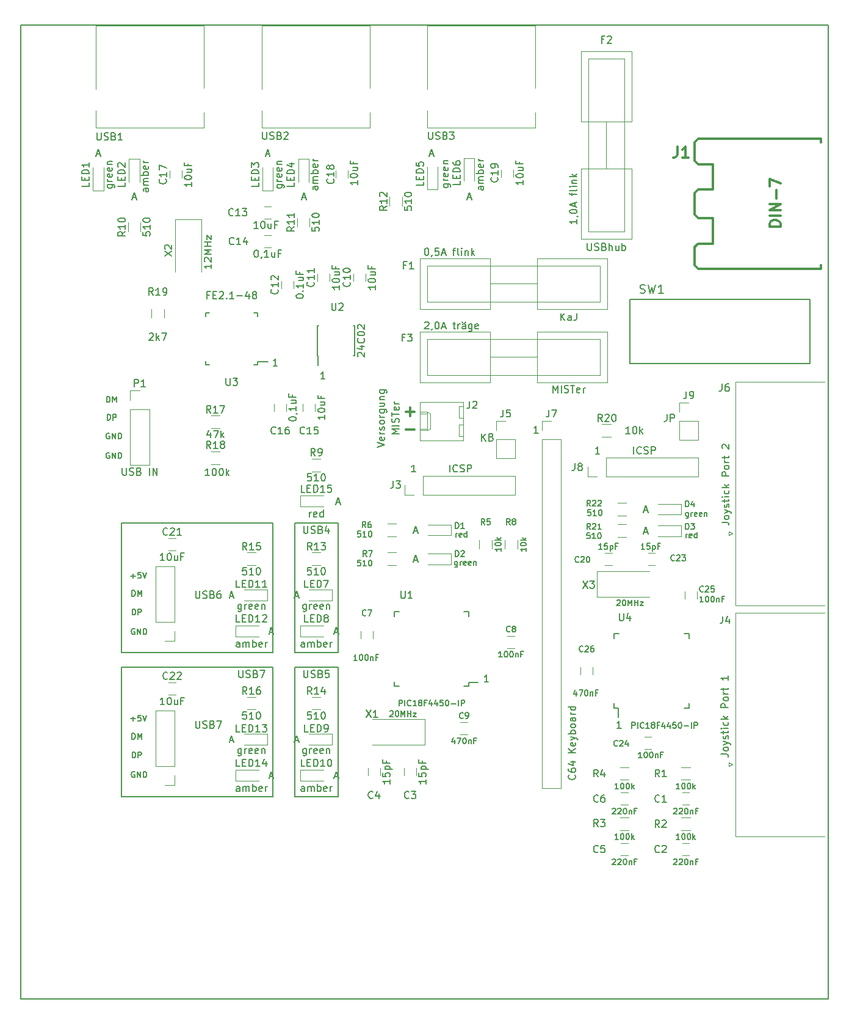
<source format=gbr>
%TF.GenerationSoftware,KiCad,Pcbnew,(5.0.1-3-g963ef8bb5)*%
%TF.CreationDate,2019-05-12T17:35:21+02:00*%
%TF.ProjectId,KaJUSBhub,4B614A5553426875622E6B696361645F,0.2*%
%TF.SameCoordinates,Original*%
%TF.FileFunction,Legend,Top*%
%TF.FilePolarity,Positive*%
%FSLAX46Y46*%
G04 Gerber Fmt 4.6, Leading zero omitted, Abs format (unit mm)*
G04 Created by KiCad (PCBNEW (5.0.1-3-g963ef8bb5)) date Sonntag, 12. Mai 2019 um 17:35:21*
%MOMM*%
%LPD*%
G01*
G04 APERTURE LIST*
%ADD10C,0.150000*%
%ADD11C,0.200000*%
%ADD12C,0.300000*%
%ADD13C,0.120000*%
%ADD14C,0.152400*%
%ADD15C,0.304800*%
%ADD16C,0.127000*%
G04 APERTURE END LIST*
D10*
X194429643Y-90284596D02*
X194905834Y-90284596D01*
X194334405Y-90570310D02*
X194667739Y-89570310D01*
X195001072Y-90570310D01*
X194429643Y-87284596D02*
X194905834Y-87284596D01*
X194334405Y-87570310D02*
X194667739Y-86570310D01*
X195001072Y-87570310D01*
X162511904Y-94166666D02*
X162988095Y-94166666D01*
X162416666Y-94452380D02*
X162750000Y-93452380D01*
X163083333Y-94452380D01*
X162511904Y-90166666D02*
X162988095Y-90166666D01*
X162416666Y-90452380D02*
X162750000Y-89452380D01*
X163083333Y-90452380D01*
X146011904Y-119166666D02*
X146488095Y-119166666D01*
X145916666Y-119452380D02*
X146250000Y-118452380D01*
X146583333Y-119452380D01*
X151511904Y-124166666D02*
X151988095Y-124166666D01*
X151416666Y-124452380D02*
X151750000Y-123452380D01*
X152083333Y-124452380D01*
X142511904Y-124166666D02*
X142988095Y-124166666D01*
X142416666Y-124452380D02*
X142750000Y-123452380D01*
X143083333Y-124452380D01*
X137011904Y-119166666D02*
X137488095Y-119166666D01*
X136916666Y-119452380D02*
X137250000Y-118452380D01*
X137583333Y-119452380D01*
X151511904Y-104166666D02*
X151988095Y-104166666D01*
X151416666Y-104452380D02*
X151750000Y-103452380D01*
X152083333Y-104452380D01*
X146011904Y-99166666D02*
X146488095Y-99166666D01*
X145916666Y-99452380D02*
X146250000Y-98452380D01*
X146583333Y-99452380D01*
X142511904Y-104166666D02*
X142988095Y-104166666D01*
X142416666Y-104452380D02*
X142750000Y-103452380D01*
X143083333Y-104452380D01*
X137011904Y-99166666D02*
X137488095Y-99166666D01*
X136916666Y-99452380D02*
X137250000Y-98452380D01*
X137583333Y-99452380D01*
X151761904Y-86166666D02*
X152238095Y-86166666D01*
X151666666Y-86452380D02*
X152000000Y-85452380D01*
X152333333Y-86452380D01*
X123511904Y-43916666D02*
X123988095Y-43916666D01*
X123416666Y-44202380D02*
X123750000Y-43202380D01*
X124083333Y-44202380D01*
X118511904Y-37916666D02*
X118988095Y-37916666D01*
X118416666Y-38202380D02*
X118750000Y-37202380D01*
X119083333Y-38202380D01*
X164761904Y-37916666D02*
X165238095Y-37916666D01*
X164666666Y-38202380D02*
X165000000Y-37202380D01*
X165333333Y-38202380D01*
X142011904Y-37916666D02*
X142488095Y-37916666D01*
X141916666Y-38202380D02*
X142250000Y-37202380D01*
X142583333Y-38202380D01*
X147011904Y-43916666D02*
X147488095Y-43916666D01*
X146916666Y-44202380D02*
X147250000Y-43202380D01*
X147583333Y-44202380D01*
X170011904Y-43916666D02*
X170488095Y-43916666D01*
X169916666Y-44202380D02*
X170250000Y-43202380D01*
X170583333Y-44202380D01*
X157452380Y-78547619D02*
X158452380Y-78214285D01*
X157452380Y-77880952D01*
X158404761Y-77166666D02*
X158452380Y-77261904D01*
X158452380Y-77452380D01*
X158404761Y-77547619D01*
X158309523Y-77595238D01*
X157928571Y-77595238D01*
X157833333Y-77547619D01*
X157785714Y-77452380D01*
X157785714Y-77261904D01*
X157833333Y-77166666D01*
X157928571Y-77119047D01*
X158023809Y-77119047D01*
X158119047Y-77595238D01*
X158452380Y-76690476D02*
X157785714Y-76690476D01*
X157976190Y-76690476D02*
X157880952Y-76642857D01*
X157833333Y-76595238D01*
X157785714Y-76500000D01*
X157785714Y-76404761D01*
X158404761Y-76119047D02*
X158452380Y-76023809D01*
X158452380Y-75833333D01*
X158404761Y-75738095D01*
X158309523Y-75690476D01*
X158261904Y-75690476D01*
X158166666Y-75738095D01*
X158119047Y-75833333D01*
X158119047Y-75976190D01*
X158071428Y-76071428D01*
X157976190Y-76119047D01*
X157928571Y-76119047D01*
X157833333Y-76071428D01*
X157785714Y-75976190D01*
X157785714Y-75833333D01*
X157833333Y-75738095D01*
X158452380Y-75119047D02*
X158404761Y-75214285D01*
X158357142Y-75261904D01*
X158261904Y-75309523D01*
X157976190Y-75309523D01*
X157880952Y-75261904D01*
X157833333Y-75214285D01*
X157785714Y-75119047D01*
X157785714Y-74976190D01*
X157833333Y-74880952D01*
X157880952Y-74833333D01*
X157976190Y-74785714D01*
X158261904Y-74785714D01*
X158357142Y-74833333D01*
X158404761Y-74880952D01*
X158452380Y-74976190D01*
X158452380Y-75119047D01*
X158452380Y-74357142D02*
X157785714Y-74357142D01*
X157976190Y-74357142D02*
X157880952Y-74309523D01*
X157833333Y-74261904D01*
X157785714Y-74166666D01*
X157785714Y-74071428D01*
X157785714Y-73309523D02*
X158595238Y-73309523D01*
X158690476Y-73357142D01*
X158738095Y-73404761D01*
X158785714Y-73500000D01*
X158785714Y-73642857D01*
X158738095Y-73738095D01*
X158404761Y-73309523D02*
X158452380Y-73404761D01*
X158452380Y-73595238D01*
X158404761Y-73690476D01*
X158357142Y-73738095D01*
X158261904Y-73785714D01*
X157976190Y-73785714D01*
X157880952Y-73738095D01*
X157833333Y-73690476D01*
X157785714Y-73595238D01*
X157785714Y-73404761D01*
X157833333Y-73309523D01*
X157785714Y-72404761D02*
X158452380Y-72404761D01*
X157785714Y-72833333D02*
X158309523Y-72833333D01*
X158404761Y-72785714D01*
X158452380Y-72690476D01*
X158452380Y-72547619D01*
X158404761Y-72452380D01*
X158357142Y-72404761D01*
X157785714Y-71928571D02*
X158452380Y-71928571D01*
X157880952Y-71928571D02*
X157833333Y-71880952D01*
X157785714Y-71785714D01*
X157785714Y-71642857D01*
X157833333Y-71547619D01*
X157928571Y-71500000D01*
X158452380Y-71500000D01*
X157785714Y-70595238D02*
X158595238Y-70595238D01*
X158690476Y-70642857D01*
X158738095Y-70690476D01*
X158785714Y-70785714D01*
X158785714Y-70928571D01*
X158738095Y-71023809D01*
X158404761Y-70595238D02*
X158452380Y-70690476D01*
X158452380Y-70880952D01*
X158404761Y-70976190D01*
X158357142Y-71023809D01*
X158261904Y-71071428D01*
X157976190Y-71071428D01*
X157880952Y-71023809D01*
X157833333Y-70976190D01*
X157785714Y-70880952D01*
X157785714Y-70690476D01*
X157833333Y-70595238D01*
X160452380Y-76666666D02*
X159452380Y-76666666D01*
X160166666Y-76333333D01*
X159452380Y-76000000D01*
X160452380Y-76000000D01*
X160452380Y-75523809D02*
X159452380Y-75523809D01*
X160404761Y-75095238D02*
X160452380Y-74952380D01*
X160452380Y-74714285D01*
X160404761Y-74619047D01*
X160357142Y-74571428D01*
X160261904Y-74523809D01*
X160166666Y-74523809D01*
X160071428Y-74571428D01*
X160023809Y-74619047D01*
X159976190Y-74714285D01*
X159928571Y-74904761D01*
X159880952Y-75000000D01*
X159833333Y-75047619D01*
X159738095Y-75095238D01*
X159642857Y-75095238D01*
X159547619Y-75047619D01*
X159500000Y-75000000D01*
X159452380Y-74904761D01*
X159452380Y-74666666D01*
X159500000Y-74523809D01*
X159452380Y-74238095D02*
X159452380Y-73666666D01*
X160452380Y-73952380D02*
X159452380Y-73952380D01*
X160404761Y-72952380D02*
X160452380Y-73047619D01*
X160452380Y-73238095D01*
X160404761Y-73333333D01*
X160309523Y-73380952D01*
X159928571Y-73380952D01*
X159833333Y-73333333D01*
X159785714Y-73238095D01*
X159785714Y-73047619D01*
X159833333Y-72952380D01*
X159928571Y-72904761D01*
X160023809Y-72904761D01*
X160119047Y-73380952D01*
X160452380Y-72476190D02*
X159785714Y-72476190D01*
X159976190Y-72476190D02*
X159880952Y-72428571D01*
X159833333Y-72380952D01*
X159785714Y-72285714D01*
X159785714Y-72190476D01*
D11*
X122000000Y-127000000D02*
X137000000Y-127000000D01*
X122000000Y-109000000D02*
X122000000Y-127000000D01*
X137000000Y-109000000D02*
X122000000Y-109000000D01*
X122000000Y-107000000D02*
X137000000Y-107000000D01*
X122000000Y-89000000D02*
X122000000Y-107000000D01*
X137000000Y-89000000D02*
X122000000Y-89000000D01*
X143000000Y-107000000D02*
X137000000Y-107000000D01*
X143000000Y-89000000D02*
X143000000Y-107000000D01*
X137000000Y-89000000D02*
X143000000Y-89000000D01*
X143000000Y-127000000D02*
X137000000Y-127000000D01*
X143000000Y-109000000D02*
X143000000Y-127000000D01*
X137000000Y-109000000D02*
X143000000Y-109000000D01*
X146000000Y-127000000D02*
X146000000Y-109000000D01*
X152000000Y-127000000D02*
X146000000Y-127000000D01*
X152000000Y-109000000D02*
X152000000Y-127000000D01*
X146000000Y-109000000D02*
X152000000Y-109000000D01*
X152000000Y-89000000D02*
X146000000Y-89000000D01*
X152000000Y-107000000D02*
X152000000Y-89000000D01*
X146000000Y-107000000D02*
X152000000Y-107000000D01*
X146000000Y-89000000D02*
X146000000Y-107000000D01*
D10*
X172885714Y-111052380D02*
X172314285Y-111052380D01*
X172600000Y-111052380D02*
X172600000Y-110052380D01*
X172504761Y-110195238D01*
X172409523Y-110290476D01*
X172314285Y-110338095D01*
X108000000Y-155000000D02*
X108000000Y-20000000D01*
X220000000Y-155000000D02*
X108000000Y-155000000D01*
X191285714Y-117452380D02*
X190714285Y-117452380D01*
X191000000Y-117452380D02*
X191000000Y-116452380D01*
X190904761Y-116595238D01*
X190809523Y-116690476D01*
X190714285Y-116738095D01*
X143585714Y-67252380D02*
X143014285Y-67252380D01*
X143300000Y-67252380D02*
X143300000Y-66252380D01*
X143204761Y-66395238D01*
X143109523Y-66490476D01*
X143014285Y-66538095D01*
X150185714Y-69052380D02*
X149614285Y-69052380D01*
X149900000Y-69052380D02*
X149900000Y-68052380D01*
X149804761Y-68195238D01*
X149709523Y-68290476D01*
X149614285Y-68338095D01*
X162785714Y-81952380D02*
X162214285Y-81952380D01*
X162500000Y-81952380D02*
X162500000Y-80952380D01*
X162404761Y-81095238D01*
X162309523Y-81190476D01*
X162214285Y-81238095D01*
X179785714Y-76552380D02*
X179214285Y-76552380D01*
X179500000Y-76552380D02*
X179500000Y-75552380D01*
X179404761Y-75695238D01*
X179309523Y-75790476D01*
X179214285Y-75838095D01*
X188285714Y-79452380D02*
X187714285Y-79452380D01*
X188000000Y-79452380D02*
X188000000Y-78452380D01*
X187904761Y-78595238D01*
X187809523Y-78690476D01*
X187714285Y-78738095D01*
X120290476Y-76600000D02*
X120214285Y-76561904D01*
X120100000Y-76561904D01*
X119985714Y-76600000D01*
X119909523Y-76676190D01*
X119871428Y-76752380D01*
X119833333Y-76904761D01*
X119833333Y-77019047D01*
X119871428Y-77171428D01*
X119909523Y-77247619D01*
X119985714Y-77323809D01*
X120100000Y-77361904D01*
X120176190Y-77361904D01*
X120290476Y-77323809D01*
X120328571Y-77285714D01*
X120328571Y-77019047D01*
X120176190Y-77019047D01*
X120671428Y-77361904D02*
X120671428Y-76561904D01*
X121128571Y-77361904D01*
X121128571Y-76561904D01*
X121509523Y-77361904D02*
X121509523Y-76561904D01*
X121700000Y-76561904D01*
X121814285Y-76600000D01*
X121890476Y-76676190D01*
X121928571Y-76752380D01*
X121966666Y-76904761D01*
X121966666Y-77019047D01*
X121928571Y-77171428D01*
X121890476Y-77247619D01*
X121814285Y-77323809D01*
X121700000Y-77361904D01*
X121509523Y-77361904D01*
X119990476Y-74761904D02*
X119990476Y-73961904D01*
X120180952Y-73961904D01*
X120295238Y-74000000D01*
X120371428Y-74076190D01*
X120409523Y-74152380D01*
X120447619Y-74304761D01*
X120447619Y-74419047D01*
X120409523Y-74571428D01*
X120371428Y-74647619D01*
X120295238Y-74723809D01*
X120180952Y-74761904D01*
X119990476Y-74761904D01*
X120790476Y-74761904D02*
X120790476Y-73961904D01*
X121095238Y-73961904D01*
X121171428Y-74000000D01*
X121209523Y-74038095D01*
X121247619Y-74114285D01*
X121247619Y-74228571D01*
X121209523Y-74304761D01*
X121171428Y-74342857D01*
X121095238Y-74380952D01*
X120790476Y-74380952D01*
X119933333Y-72261904D02*
X119933333Y-71461904D01*
X120123809Y-71461904D01*
X120238095Y-71500000D01*
X120314285Y-71576190D01*
X120352380Y-71652380D01*
X120390476Y-71804761D01*
X120390476Y-71919047D01*
X120352380Y-72071428D01*
X120314285Y-72147619D01*
X120238095Y-72223809D01*
X120123809Y-72261904D01*
X119933333Y-72261904D01*
X120733333Y-72261904D02*
X120733333Y-71461904D01*
X121000000Y-72033333D01*
X121266666Y-71461904D01*
X121266666Y-72261904D01*
X120290476Y-79300000D02*
X120214285Y-79261904D01*
X120100000Y-79261904D01*
X119985714Y-79300000D01*
X119909523Y-79376190D01*
X119871428Y-79452380D01*
X119833333Y-79604761D01*
X119833333Y-79719047D01*
X119871428Y-79871428D01*
X119909523Y-79947619D01*
X119985714Y-80023809D01*
X120100000Y-80061904D01*
X120176190Y-80061904D01*
X120290476Y-80023809D01*
X120328571Y-79985714D01*
X120328571Y-79719047D01*
X120176190Y-79719047D01*
X120671428Y-80061904D02*
X120671428Y-79261904D01*
X121128571Y-80061904D01*
X121128571Y-79261904D01*
X121509523Y-80061904D02*
X121509523Y-79261904D01*
X121700000Y-79261904D01*
X121814285Y-79300000D01*
X121890476Y-79376190D01*
X121928571Y-79452380D01*
X121966666Y-79604761D01*
X121966666Y-79719047D01*
X121928571Y-79871428D01*
X121890476Y-79947619D01*
X121814285Y-80023809D01*
X121700000Y-80061904D01*
X121509523Y-80061904D01*
X123790476Y-103700000D02*
X123714285Y-103661904D01*
X123600000Y-103661904D01*
X123485714Y-103700000D01*
X123409523Y-103776190D01*
X123371428Y-103852380D01*
X123333333Y-104004761D01*
X123333333Y-104119047D01*
X123371428Y-104271428D01*
X123409523Y-104347619D01*
X123485714Y-104423809D01*
X123600000Y-104461904D01*
X123676190Y-104461904D01*
X123790476Y-104423809D01*
X123828571Y-104385714D01*
X123828571Y-104119047D01*
X123676190Y-104119047D01*
X124171428Y-104461904D02*
X124171428Y-103661904D01*
X124628571Y-104461904D01*
X124628571Y-103661904D01*
X125009523Y-104461904D02*
X125009523Y-103661904D01*
X125200000Y-103661904D01*
X125314285Y-103700000D01*
X125390476Y-103776190D01*
X125428571Y-103852380D01*
X125466666Y-104004761D01*
X125466666Y-104119047D01*
X125428571Y-104271428D01*
X125390476Y-104347619D01*
X125314285Y-104423809D01*
X125200000Y-104461904D01*
X125009523Y-104461904D01*
X123490476Y-101761904D02*
X123490476Y-100961904D01*
X123680952Y-100961904D01*
X123795238Y-101000000D01*
X123871428Y-101076190D01*
X123909523Y-101152380D01*
X123947619Y-101304761D01*
X123947619Y-101419047D01*
X123909523Y-101571428D01*
X123871428Y-101647619D01*
X123795238Y-101723809D01*
X123680952Y-101761904D01*
X123490476Y-101761904D01*
X124290476Y-101761904D02*
X124290476Y-100961904D01*
X124595238Y-100961904D01*
X124671428Y-101000000D01*
X124709523Y-101038095D01*
X124747619Y-101114285D01*
X124747619Y-101228571D01*
X124709523Y-101304761D01*
X124671428Y-101342857D01*
X124595238Y-101380952D01*
X124290476Y-101380952D01*
X123271428Y-96357142D02*
X123880952Y-96357142D01*
X123576190Y-96661904D02*
X123576190Y-96052380D01*
X124642857Y-95861904D02*
X124261904Y-95861904D01*
X124223809Y-96242857D01*
X124261904Y-96204761D01*
X124338095Y-96166666D01*
X124528571Y-96166666D01*
X124604761Y-96204761D01*
X124642857Y-96242857D01*
X124680952Y-96319047D01*
X124680952Y-96509523D01*
X124642857Y-96585714D01*
X124604761Y-96623809D01*
X124528571Y-96661904D01*
X124338095Y-96661904D01*
X124261904Y-96623809D01*
X124223809Y-96585714D01*
X124909523Y-95861904D02*
X125176190Y-96661904D01*
X125442857Y-95861904D01*
X123433333Y-99161904D02*
X123433333Y-98361904D01*
X123623809Y-98361904D01*
X123738095Y-98400000D01*
X123814285Y-98476190D01*
X123852380Y-98552380D01*
X123890476Y-98704761D01*
X123890476Y-98819047D01*
X123852380Y-98971428D01*
X123814285Y-99047619D01*
X123738095Y-99123809D01*
X123623809Y-99161904D01*
X123433333Y-99161904D01*
X124233333Y-99161904D02*
X124233333Y-98361904D01*
X124500000Y-98933333D01*
X124766666Y-98361904D01*
X124766666Y-99161904D01*
X123271428Y-116157142D02*
X123880952Y-116157142D01*
X123576190Y-116461904D02*
X123576190Y-115852380D01*
X124642857Y-115661904D02*
X124261904Y-115661904D01*
X124223809Y-116042857D01*
X124261904Y-116004761D01*
X124338095Y-115966666D01*
X124528571Y-115966666D01*
X124604761Y-116004761D01*
X124642857Y-116042857D01*
X124680952Y-116119047D01*
X124680952Y-116309523D01*
X124642857Y-116385714D01*
X124604761Y-116423809D01*
X124528571Y-116461904D01*
X124338095Y-116461904D01*
X124261904Y-116423809D01*
X124223809Y-116385714D01*
X124909523Y-115661904D02*
X125176190Y-116461904D01*
X125442857Y-115661904D01*
X123790476Y-123500000D02*
X123714285Y-123461904D01*
X123600000Y-123461904D01*
X123485714Y-123500000D01*
X123409523Y-123576190D01*
X123371428Y-123652380D01*
X123333333Y-123804761D01*
X123333333Y-123919047D01*
X123371428Y-124071428D01*
X123409523Y-124147619D01*
X123485714Y-124223809D01*
X123600000Y-124261904D01*
X123676190Y-124261904D01*
X123790476Y-124223809D01*
X123828571Y-124185714D01*
X123828571Y-123919047D01*
X123676190Y-123919047D01*
X124171428Y-124261904D02*
X124171428Y-123461904D01*
X124628571Y-124261904D01*
X124628571Y-123461904D01*
X125009523Y-124261904D02*
X125009523Y-123461904D01*
X125200000Y-123461904D01*
X125314285Y-123500000D01*
X125390476Y-123576190D01*
X125428571Y-123652380D01*
X125466666Y-123804761D01*
X125466666Y-123919047D01*
X125428571Y-124071428D01*
X125390476Y-124147619D01*
X125314285Y-124223809D01*
X125200000Y-124261904D01*
X125009523Y-124261904D01*
X123490476Y-121561904D02*
X123490476Y-120761904D01*
X123680952Y-120761904D01*
X123795238Y-120800000D01*
X123871428Y-120876190D01*
X123909523Y-120952380D01*
X123947619Y-121104761D01*
X123947619Y-121219047D01*
X123909523Y-121371428D01*
X123871428Y-121447619D01*
X123795238Y-121523809D01*
X123680952Y-121561904D01*
X123490476Y-121561904D01*
X124290476Y-121561904D02*
X124290476Y-120761904D01*
X124595238Y-120761904D01*
X124671428Y-120800000D01*
X124709523Y-120838095D01*
X124747619Y-120914285D01*
X124747619Y-121028571D01*
X124709523Y-121104761D01*
X124671428Y-121142857D01*
X124595238Y-121180952D01*
X124290476Y-121180952D01*
X123433333Y-118961904D02*
X123433333Y-118161904D01*
X123623809Y-118161904D01*
X123738095Y-118200000D01*
X123814285Y-118276190D01*
X123852380Y-118352380D01*
X123890476Y-118504761D01*
X123890476Y-118619047D01*
X123852380Y-118771428D01*
X123814285Y-118847619D01*
X123738095Y-118923809D01*
X123623809Y-118961904D01*
X123433333Y-118961904D01*
X124233333Y-118961904D02*
X124233333Y-118161904D01*
X124500000Y-118733333D01*
X124766666Y-118161904D01*
X124766666Y-118961904D01*
X181833333Y-70952380D02*
X181833333Y-69952380D01*
X182166666Y-70666666D01*
X182500000Y-69952380D01*
X182500000Y-70952380D01*
X182976190Y-70952380D02*
X182976190Y-69952380D01*
X183404761Y-70904761D02*
X183547619Y-70952380D01*
X183785714Y-70952380D01*
X183880952Y-70904761D01*
X183928571Y-70857142D01*
X183976190Y-70761904D01*
X183976190Y-70666666D01*
X183928571Y-70571428D01*
X183880952Y-70523809D01*
X183785714Y-70476190D01*
X183595238Y-70428571D01*
X183500000Y-70380952D01*
X183452380Y-70333333D01*
X183404761Y-70238095D01*
X183404761Y-70142857D01*
X183452380Y-70047619D01*
X183500000Y-70000000D01*
X183595238Y-69952380D01*
X183833333Y-69952380D01*
X183976190Y-70000000D01*
X184261904Y-69952380D02*
X184833333Y-69952380D01*
X184547619Y-70952380D02*
X184547619Y-69952380D01*
X185547619Y-70904761D02*
X185452380Y-70952380D01*
X185261904Y-70952380D01*
X185166666Y-70904761D01*
X185119047Y-70809523D01*
X185119047Y-70428571D01*
X185166666Y-70333333D01*
X185261904Y-70285714D01*
X185452380Y-70285714D01*
X185547619Y-70333333D01*
X185595238Y-70428571D01*
X185595238Y-70523809D01*
X185119047Y-70619047D01*
X186023809Y-70952380D02*
X186023809Y-70285714D01*
X186023809Y-70476190D02*
X186071428Y-70380952D01*
X186119047Y-70333333D01*
X186214285Y-70285714D01*
X186309523Y-70285714D01*
X182904761Y-60952380D02*
X182904761Y-59952380D01*
X183476190Y-60952380D02*
X183047619Y-60380952D01*
X183476190Y-59952380D02*
X182904761Y-60523809D01*
X184333333Y-60952380D02*
X184333333Y-60428571D01*
X184285714Y-60333333D01*
X184190476Y-60285714D01*
X184000000Y-60285714D01*
X183904761Y-60333333D01*
X184333333Y-60904761D02*
X184238095Y-60952380D01*
X184000000Y-60952380D01*
X183904761Y-60904761D01*
X183857142Y-60809523D01*
X183857142Y-60714285D01*
X183904761Y-60619047D01*
X184000000Y-60571428D01*
X184238095Y-60571428D01*
X184333333Y-60523809D01*
X185095238Y-59952380D02*
X185095238Y-60666666D01*
X185047619Y-60809523D01*
X184952380Y-60904761D01*
X184809523Y-60952380D01*
X184714285Y-60952380D01*
X186610952Y-50252380D02*
X186610952Y-51061904D01*
X186658571Y-51157142D01*
X186706190Y-51204761D01*
X186801428Y-51252380D01*
X186991904Y-51252380D01*
X187087142Y-51204761D01*
X187134761Y-51157142D01*
X187182380Y-51061904D01*
X187182380Y-50252380D01*
X187610952Y-51204761D02*
X187753809Y-51252380D01*
X187991904Y-51252380D01*
X188087142Y-51204761D01*
X188134761Y-51157142D01*
X188182380Y-51061904D01*
X188182380Y-50966666D01*
X188134761Y-50871428D01*
X188087142Y-50823809D01*
X187991904Y-50776190D01*
X187801428Y-50728571D01*
X187706190Y-50680952D01*
X187658571Y-50633333D01*
X187610952Y-50538095D01*
X187610952Y-50442857D01*
X187658571Y-50347619D01*
X187706190Y-50300000D01*
X187801428Y-50252380D01*
X188039523Y-50252380D01*
X188182380Y-50300000D01*
X188944285Y-50728571D02*
X189087142Y-50776190D01*
X189134761Y-50823809D01*
X189182380Y-50919047D01*
X189182380Y-51061904D01*
X189134761Y-51157142D01*
X189087142Y-51204761D01*
X188991904Y-51252380D01*
X188610952Y-51252380D01*
X188610952Y-50252380D01*
X188944285Y-50252380D01*
X189039523Y-50300000D01*
X189087142Y-50347619D01*
X189134761Y-50442857D01*
X189134761Y-50538095D01*
X189087142Y-50633333D01*
X189039523Y-50680952D01*
X188944285Y-50728571D01*
X188610952Y-50728571D01*
X189610952Y-51252380D02*
X189610952Y-50252380D01*
X190039523Y-51252380D02*
X190039523Y-50728571D01*
X189991904Y-50633333D01*
X189896666Y-50585714D01*
X189753809Y-50585714D01*
X189658571Y-50633333D01*
X189610952Y-50680952D01*
X190944285Y-50585714D02*
X190944285Y-51252380D01*
X190515714Y-50585714D02*
X190515714Y-51109523D01*
X190563333Y-51204761D01*
X190658571Y-51252380D01*
X190801428Y-51252380D01*
X190896666Y-51204761D01*
X190944285Y-51157142D01*
X191420476Y-51252380D02*
X191420476Y-50252380D01*
X191420476Y-50633333D02*
X191515714Y-50585714D01*
X191706190Y-50585714D01*
X191801428Y-50633333D01*
X191849047Y-50680952D01*
X191896666Y-50776190D01*
X191896666Y-51061904D01*
X191849047Y-51157142D01*
X191801428Y-51204761D01*
X191706190Y-51252380D01*
X191515714Y-51252380D01*
X191420476Y-51204761D01*
D12*
X162571428Y-76107142D02*
X161428571Y-76107142D01*
X162571428Y-73607142D02*
X161428571Y-73607142D01*
X162000000Y-74178571D02*
X162000000Y-73035714D01*
D10*
X147261904Y-109452380D02*
X147261904Y-110261904D01*
X147309523Y-110357142D01*
X147357142Y-110404761D01*
X147452380Y-110452380D01*
X147642857Y-110452380D01*
X147738095Y-110404761D01*
X147785714Y-110357142D01*
X147833333Y-110261904D01*
X147833333Y-109452380D01*
X148261904Y-110404761D02*
X148404761Y-110452380D01*
X148642857Y-110452380D01*
X148738095Y-110404761D01*
X148785714Y-110357142D01*
X148833333Y-110261904D01*
X148833333Y-110166666D01*
X148785714Y-110071428D01*
X148738095Y-110023809D01*
X148642857Y-109976190D01*
X148452380Y-109928571D01*
X148357142Y-109880952D01*
X148309523Y-109833333D01*
X148261904Y-109738095D01*
X148261904Y-109642857D01*
X148309523Y-109547619D01*
X148357142Y-109500000D01*
X148452380Y-109452380D01*
X148690476Y-109452380D01*
X148833333Y-109500000D01*
X149595238Y-109928571D02*
X149738095Y-109976190D01*
X149785714Y-110023809D01*
X149833333Y-110119047D01*
X149833333Y-110261904D01*
X149785714Y-110357142D01*
X149738095Y-110404761D01*
X149642857Y-110452380D01*
X149261904Y-110452380D01*
X149261904Y-109452380D01*
X149595238Y-109452380D01*
X149690476Y-109500000D01*
X149738095Y-109547619D01*
X149785714Y-109642857D01*
X149785714Y-109738095D01*
X149738095Y-109833333D01*
X149690476Y-109880952D01*
X149595238Y-109928571D01*
X149261904Y-109928571D01*
X150738095Y-109452380D02*
X150261904Y-109452380D01*
X150214285Y-109928571D01*
X150261904Y-109880952D01*
X150357142Y-109833333D01*
X150595238Y-109833333D01*
X150690476Y-109880952D01*
X150738095Y-109928571D01*
X150785714Y-110023809D01*
X150785714Y-110261904D01*
X150738095Y-110357142D01*
X150690476Y-110404761D01*
X150595238Y-110452380D01*
X150357142Y-110452380D01*
X150261904Y-110404761D01*
X150214285Y-110357142D01*
X138261904Y-109452380D02*
X138261904Y-110261904D01*
X138309523Y-110357142D01*
X138357142Y-110404761D01*
X138452380Y-110452380D01*
X138642857Y-110452380D01*
X138738095Y-110404761D01*
X138785714Y-110357142D01*
X138833333Y-110261904D01*
X138833333Y-109452380D01*
X139261904Y-110404761D02*
X139404761Y-110452380D01*
X139642857Y-110452380D01*
X139738095Y-110404761D01*
X139785714Y-110357142D01*
X139833333Y-110261904D01*
X139833333Y-110166666D01*
X139785714Y-110071428D01*
X139738095Y-110023809D01*
X139642857Y-109976190D01*
X139452380Y-109928571D01*
X139357142Y-109880952D01*
X139309523Y-109833333D01*
X139261904Y-109738095D01*
X139261904Y-109642857D01*
X139309523Y-109547619D01*
X139357142Y-109500000D01*
X139452380Y-109452380D01*
X139690476Y-109452380D01*
X139833333Y-109500000D01*
X140595238Y-109928571D02*
X140738095Y-109976190D01*
X140785714Y-110023809D01*
X140833333Y-110119047D01*
X140833333Y-110261904D01*
X140785714Y-110357142D01*
X140738095Y-110404761D01*
X140642857Y-110452380D01*
X140261904Y-110452380D01*
X140261904Y-109452380D01*
X140595238Y-109452380D01*
X140690476Y-109500000D01*
X140738095Y-109547619D01*
X140785714Y-109642857D01*
X140785714Y-109738095D01*
X140738095Y-109833333D01*
X140690476Y-109880952D01*
X140595238Y-109928571D01*
X140261904Y-109928571D01*
X141166666Y-109452380D02*
X141833333Y-109452380D01*
X141404761Y-110452380D01*
X147261904Y-89452380D02*
X147261904Y-90261904D01*
X147309523Y-90357142D01*
X147357142Y-90404761D01*
X147452380Y-90452380D01*
X147642857Y-90452380D01*
X147738095Y-90404761D01*
X147785714Y-90357142D01*
X147833333Y-90261904D01*
X147833333Y-89452380D01*
X148261904Y-90404761D02*
X148404761Y-90452380D01*
X148642857Y-90452380D01*
X148738095Y-90404761D01*
X148785714Y-90357142D01*
X148833333Y-90261904D01*
X148833333Y-90166666D01*
X148785714Y-90071428D01*
X148738095Y-90023809D01*
X148642857Y-89976190D01*
X148452380Y-89928571D01*
X148357142Y-89880952D01*
X148309523Y-89833333D01*
X148261904Y-89738095D01*
X148261904Y-89642857D01*
X148309523Y-89547619D01*
X148357142Y-89500000D01*
X148452380Y-89452380D01*
X148690476Y-89452380D01*
X148833333Y-89500000D01*
X149595238Y-89928571D02*
X149738095Y-89976190D01*
X149785714Y-90023809D01*
X149833333Y-90119047D01*
X149833333Y-90261904D01*
X149785714Y-90357142D01*
X149738095Y-90404761D01*
X149642857Y-90452380D01*
X149261904Y-90452380D01*
X149261904Y-89452380D01*
X149595238Y-89452380D01*
X149690476Y-89500000D01*
X149738095Y-89547619D01*
X149785714Y-89642857D01*
X149785714Y-89738095D01*
X149738095Y-89833333D01*
X149690476Y-89880952D01*
X149595238Y-89928571D01*
X149261904Y-89928571D01*
X150690476Y-89785714D02*
X150690476Y-90452380D01*
X150452380Y-89404761D02*
X150214285Y-90119047D01*
X150833333Y-90119047D01*
X108000000Y-20000000D02*
X220000000Y-20000000D01*
X220000000Y-20000000D02*
X220000000Y-155000000D01*
D13*
X161230000Y-85150000D02*
X161230000Y-83820000D01*
X162560000Y-85150000D02*
X161230000Y-85150000D01*
X163830000Y-85150000D02*
X163830000Y-82490000D01*
X163830000Y-82490000D02*
X176590000Y-82490000D01*
X163830000Y-85150000D02*
X176590000Y-85150000D01*
X176590000Y-85150000D02*
X176590000Y-82490000D01*
X129330000Y-125330000D02*
X128000000Y-125330000D01*
X129330000Y-124000000D02*
X129330000Y-125330000D01*
X129330000Y-122730000D02*
X126670000Y-122730000D01*
X126670000Y-122730000D02*
X126670000Y-115050000D01*
X129330000Y-122730000D02*
X129330000Y-115050000D01*
X129330000Y-115050000D02*
X126670000Y-115050000D01*
X206678675Y-90500000D02*
X206245662Y-90750000D01*
X206245662Y-90250000D02*
X206678675Y-90500000D01*
X206245662Y-90750000D02*
X206245662Y-90250000D01*
X207140000Y-69475000D02*
X219480000Y-69475000D01*
X207140000Y-100445000D02*
X207140000Y-69475000D01*
X219480000Y-100445000D02*
X207140000Y-100445000D01*
X175120000Y-92600000D02*
X175120000Y-91400000D01*
X176880000Y-91400000D02*
X176880000Y-92600000D01*
D14*
X192500000Y-58055000D02*
X217500000Y-58055000D01*
X217500000Y-66945000D02*
X192500000Y-66945000D01*
X217500000Y-66945000D02*
X217500000Y-58055000D01*
X192500000Y-58055000D02*
X192500000Y-66945000D01*
D15*
X218998200Y-53797300D02*
X218998200Y-53296920D01*
X218998200Y-35798860D02*
X218998200Y-36299240D01*
X201997980Y-42799100D02*
X203996960Y-42799100D01*
X201497600Y-43296940D02*
X201997980Y-42799100D01*
X201497600Y-46299220D02*
X201497600Y-43296940D01*
X201997980Y-46797060D02*
X203996960Y-46797060D01*
X201497600Y-46299220D02*
X201997980Y-46797060D01*
X203996960Y-39298980D02*
X203996960Y-42799100D01*
X201997980Y-39298980D02*
X203996960Y-39298980D01*
X201497600Y-38798600D02*
X201997980Y-39298980D01*
X201497600Y-38298220D02*
X201497600Y-38798600D01*
X201497600Y-36299240D02*
X201497600Y-38298220D01*
X201997980Y-35798860D02*
X201497600Y-36299240D01*
X201997980Y-35798860D02*
X218998200Y-35798860D01*
X203996960Y-50297180D02*
X203996960Y-46797060D01*
X201997980Y-50297180D02*
X203996960Y-50297180D01*
X201497600Y-50797560D02*
X201997980Y-50297180D01*
X201497600Y-53296920D02*
X201497600Y-50797560D01*
X201997980Y-53797300D02*
X201497600Y-53296920D01*
X201997980Y-53797300D02*
X218998200Y-53797300D01*
D13*
X155150000Y-104000000D02*
X155150000Y-105000000D01*
X156850000Y-105000000D02*
X156850000Y-104000000D01*
X168770000Y-77000000D02*
X169390000Y-77000000D01*
X168770000Y-75400000D02*
X168770000Y-77000000D01*
X169390000Y-75400000D02*
X168770000Y-75400000D01*
X168770000Y-74460000D02*
X169390000Y-74460000D01*
X168770000Y-72860000D02*
X168770000Y-74460000D01*
X169390000Y-72860000D02*
X168770000Y-72860000D01*
X163390000Y-75950000D02*
X164390000Y-75950000D01*
X163390000Y-73910000D02*
X164390000Y-73910000D01*
X164820000Y-75950000D02*
X164390000Y-76200000D01*
X164820000Y-73910000D02*
X164820000Y-75950000D01*
X164390000Y-73660000D02*
X164820000Y-73910000D01*
X164390000Y-76200000D02*
X163390000Y-76200000D01*
X164390000Y-73660000D02*
X164390000Y-76200000D01*
X163390000Y-73660000D02*
X164390000Y-73660000D01*
X169390000Y-77570000D02*
X169390000Y-72290000D01*
X163390000Y-77570000D02*
X169390000Y-77570000D01*
X163390000Y-72290000D02*
X163390000Y-77570000D01*
X169390000Y-72290000D02*
X163390000Y-72290000D01*
X180280000Y-125790000D02*
X182940000Y-125790000D01*
X180280000Y-77470000D02*
X180280000Y-125790000D01*
X182940000Y-77470000D02*
X182940000Y-125790000D01*
X180280000Y-77470000D02*
X182940000Y-77470000D01*
X180280000Y-76200000D02*
X180280000Y-74870000D01*
X180280000Y-74870000D02*
X181610000Y-74870000D01*
X219480000Y-132445000D02*
X207140000Y-132445000D01*
X207140000Y-132445000D02*
X207140000Y-101475000D01*
X207140000Y-101475000D02*
X219480000Y-101475000D01*
X206245662Y-122750000D02*
X206245662Y-122250000D01*
X206245662Y-122250000D02*
X206678675Y-122500000D01*
X206678675Y-122500000D02*
X206245662Y-122750000D01*
D10*
X140875000Y-67125000D02*
X140875000Y-66675000D01*
X133625000Y-67125000D02*
X133625000Y-66600000D01*
X133625000Y-59875000D02*
X133625000Y-60400000D01*
X140875000Y-59875000D02*
X140875000Y-60400000D01*
X140875000Y-67125000D02*
X140350000Y-67125000D01*
X140875000Y-59875000D02*
X140350000Y-59875000D01*
X133625000Y-59875000D02*
X134150000Y-59875000D01*
X133625000Y-67125000D02*
X134150000Y-67125000D01*
X140875000Y-66675000D02*
X142250000Y-66675000D01*
D13*
X199750000Y-128100000D02*
X200750000Y-128100000D01*
X200750000Y-126400000D02*
X199750000Y-126400000D01*
X199750000Y-135100000D02*
X200750000Y-135100000D01*
X200750000Y-133400000D02*
X199750000Y-133400000D01*
X162850000Y-124000000D02*
X162850000Y-123000000D01*
X161150000Y-123000000D02*
X161150000Y-124000000D01*
X157850000Y-124000000D02*
X157850000Y-123000000D01*
X156150000Y-123000000D02*
X156150000Y-124000000D01*
X191240000Y-135100000D02*
X192240000Y-135100000D01*
X192240000Y-133400000D02*
X191240000Y-133400000D01*
X191250000Y-128100000D02*
X192250000Y-128100000D01*
X192250000Y-126400000D02*
X191250000Y-126400000D01*
X175500000Y-106350000D02*
X176500000Y-106350000D01*
X176500000Y-104650000D02*
X175500000Y-104650000D01*
X169000000Y-118350000D02*
X170000000Y-118350000D01*
X170000000Y-116650000D02*
X169000000Y-116650000D01*
X154150000Y-54500000D02*
X154150000Y-55500000D01*
X155850000Y-55500000D02*
X155850000Y-54500000D01*
X149150000Y-54500000D02*
X149150000Y-55500000D01*
X150850000Y-55500000D02*
X150850000Y-54500000D01*
X144150000Y-55500000D02*
X144150000Y-56500000D01*
X145850000Y-56500000D02*
X145850000Y-55500000D01*
X141750000Y-46850000D02*
X142750000Y-46850000D01*
X142750000Y-45150000D02*
X141750000Y-45150000D01*
X141750000Y-50850000D02*
X142750000Y-50850000D01*
X142750000Y-49150000D02*
X141750000Y-49150000D01*
X147150000Y-72500000D02*
X147150000Y-73500000D01*
X148850000Y-73500000D02*
X148850000Y-72500000D01*
X143150000Y-72500000D02*
X143150000Y-73500000D01*
X144850000Y-73500000D02*
X144850000Y-72500000D01*
X130350000Y-41200000D02*
X130350000Y-40200000D01*
X128650000Y-40200000D02*
X128650000Y-41200000D01*
X153350000Y-41200000D02*
X153350000Y-40200000D01*
X151650000Y-40200000D02*
X151650000Y-41200000D01*
X176350000Y-41100000D02*
X176350000Y-40100000D01*
X174650000Y-40100000D02*
X174650000Y-41100000D01*
X129500000Y-91150000D02*
X128500000Y-91150000D01*
X128500000Y-92850000D02*
X129500000Y-92850000D01*
X129500000Y-111150000D02*
X128500000Y-111150000D01*
X128500000Y-112850000D02*
X129500000Y-112850000D01*
X179620000Y-55880000D02*
X173120000Y-55880000D01*
X179620000Y-52380000D02*
X179620000Y-59380000D01*
X188370000Y-59380000D02*
X179620000Y-59380000D01*
X188370000Y-52380000D02*
X179620000Y-52380000D01*
X165620000Y-58380000D02*
X164370000Y-58380000D01*
X165870000Y-53380000D02*
X164370000Y-53380000D01*
X177870000Y-58380000D02*
X165620000Y-58380000D01*
X177620000Y-53380000D02*
X165870000Y-53380000D01*
X188370000Y-58380000D02*
X177870000Y-58380000D01*
X188370000Y-53380000D02*
X177620000Y-53380000D01*
X188370000Y-53380000D02*
X188370000Y-58380000D01*
X189370000Y-52380000D02*
X188370000Y-52380000D01*
X189370000Y-52380000D02*
X189370000Y-59380000D01*
X189370000Y-59380000D02*
X188370000Y-59380000D01*
X164370000Y-53380000D02*
X164370000Y-58380000D01*
X173120000Y-52380000D02*
X163370000Y-52380000D01*
X163370000Y-52380000D02*
X163370000Y-59380000D01*
X173120000Y-59380000D02*
X163370000Y-59380000D01*
X173120000Y-52380000D02*
X173120000Y-59380000D01*
X189230000Y-39920000D02*
X189230000Y-33420000D01*
X192730000Y-39920000D02*
X185730000Y-39920000D01*
X185730000Y-48670000D02*
X185730000Y-39920000D01*
X192730000Y-48670000D02*
X192730000Y-39920000D01*
X186730000Y-25920000D02*
X186730000Y-24670000D01*
X191730000Y-26170000D02*
X191730000Y-24670000D01*
X186730000Y-38170000D02*
X186730000Y-25920000D01*
X191730000Y-37920000D02*
X191730000Y-26170000D01*
X186730000Y-48670000D02*
X186730000Y-38170000D01*
X191730000Y-48670000D02*
X191730000Y-37920000D01*
X191730000Y-48670000D02*
X186730000Y-48670000D01*
X192730000Y-49670000D02*
X192730000Y-48670000D01*
X192730000Y-49670000D02*
X185730000Y-49670000D01*
X185730000Y-49670000D02*
X185730000Y-48670000D01*
X191730000Y-24670000D02*
X186730000Y-24670000D01*
X192730000Y-33420000D02*
X192730000Y-23670000D01*
X192730000Y-23670000D02*
X185730000Y-23670000D01*
X185730000Y-33420000D02*
X185730000Y-23670000D01*
X192730000Y-33420000D02*
X185730000Y-33420000D01*
X119500000Y-39750000D02*
X119500000Y-42950000D01*
X118000000Y-42950000D02*
X118000000Y-39750000D01*
X118000000Y-42950000D02*
X119500000Y-42950000D01*
X123000000Y-41750000D02*
X123000000Y-38550000D01*
X124500000Y-38550000D02*
X124500000Y-41750000D01*
X124500000Y-38550000D02*
X123000000Y-38550000D01*
X143000000Y-39750000D02*
X143000000Y-42950000D01*
X141500000Y-42950000D02*
X141500000Y-39750000D01*
X141500000Y-42950000D02*
X143000000Y-42950000D01*
X146500000Y-41750000D02*
X146500000Y-38550000D01*
X148000000Y-38550000D02*
X148000000Y-41750000D01*
X148000000Y-38550000D02*
X146500000Y-38550000D01*
X165850000Y-39640000D02*
X165850000Y-42840000D01*
X164350000Y-42840000D02*
X164350000Y-39640000D01*
X164350000Y-42840000D02*
X165850000Y-42840000D01*
X169430000Y-41640000D02*
X169430000Y-38440000D01*
X170930000Y-38440000D02*
X170930000Y-41640000D01*
X170930000Y-38440000D02*
X169430000Y-38440000D01*
X148000000Y-98250000D02*
X151200000Y-98250000D01*
X151200000Y-99750000D02*
X148000000Y-99750000D01*
X151200000Y-99750000D02*
X151200000Y-98250000D01*
X150000000Y-104750000D02*
X146800000Y-104750000D01*
X146800000Y-103250000D02*
X150000000Y-103250000D01*
X146800000Y-103250000D02*
X146800000Y-104750000D01*
X148000000Y-118250000D02*
X151200000Y-118250000D01*
X151200000Y-119750000D02*
X148000000Y-119750000D01*
X151200000Y-119750000D02*
X151200000Y-118250000D01*
X150000000Y-124750000D02*
X146800000Y-124750000D01*
X146800000Y-123250000D02*
X150000000Y-123250000D01*
X146800000Y-123250000D02*
X146800000Y-124750000D01*
X139000000Y-98250000D02*
X142200000Y-98250000D01*
X142200000Y-99750000D02*
X139000000Y-99750000D01*
X142200000Y-99750000D02*
X142200000Y-98250000D01*
X141000000Y-104750000D02*
X137800000Y-104750000D01*
X137800000Y-103250000D02*
X141000000Y-103250000D01*
X137800000Y-103250000D02*
X137800000Y-104750000D01*
X139000000Y-118250000D02*
X142200000Y-118250000D01*
X142200000Y-119750000D02*
X139000000Y-119750000D01*
X142200000Y-119750000D02*
X142200000Y-118250000D01*
X141000000Y-124750000D02*
X137800000Y-124750000D01*
X137800000Y-123250000D02*
X141000000Y-123250000D01*
X137800000Y-123250000D02*
X137800000Y-124750000D01*
X150000000Y-86750000D02*
X146800000Y-86750000D01*
X146800000Y-85250000D02*
X150000000Y-85250000D01*
X146800000Y-85250000D02*
X146800000Y-86750000D01*
X123170000Y-80950000D02*
X125830000Y-80950000D01*
X123170000Y-73270000D02*
X123170000Y-80950000D01*
X125830000Y-73270000D02*
X125830000Y-80950000D01*
X123170000Y-73270000D02*
X125830000Y-73270000D01*
X123170000Y-72000000D02*
X123170000Y-70670000D01*
X123170000Y-70670000D02*
X124500000Y-70670000D01*
X200850000Y-124630000D02*
X199650000Y-124630000D01*
X199650000Y-122870000D02*
X200850000Y-122870000D01*
X200850000Y-131630000D02*
X199650000Y-131630000D01*
X199650000Y-129870000D02*
X200850000Y-129870000D01*
X192340000Y-131630000D02*
X191140000Y-131630000D01*
X191140000Y-129870000D02*
X192340000Y-129870000D01*
X192350000Y-124630000D02*
X191150000Y-124630000D01*
X191150000Y-122870000D02*
X192350000Y-122870000D01*
X171620000Y-92600000D02*
X171620000Y-91400000D01*
X173380000Y-91400000D02*
X173380000Y-92600000D01*
X158900000Y-89120000D02*
X160100000Y-89120000D01*
X160100000Y-90880000D02*
X158900000Y-90880000D01*
X158900000Y-93120000D02*
X160100000Y-93120000D01*
X160100000Y-94880000D02*
X158900000Y-94880000D01*
X148400000Y-80120000D02*
X149600000Y-80120000D01*
X149600000Y-81880000D02*
X148400000Y-81880000D01*
X124630000Y-47400000D02*
X124630000Y-48600000D01*
X122870000Y-48600000D02*
X122870000Y-47400000D01*
X148080000Y-46750000D02*
X148080000Y-47950000D01*
X146320000Y-47950000D02*
X146320000Y-46750000D01*
X160900000Y-43850000D02*
X160900000Y-45050000D01*
X159140000Y-45050000D02*
X159140000Y-43850000D01*
X149600000Y-94880000D02*
X148400000Y-94880000D01*
X148400000Y-93120000D02*
X149600000Y-93120000D01*
X149600000Y-114880000D02*
X148400000Y-114880000D01*
X148400000Y-113120000D02*
X149600000Y-113120000D01*
X140600000Y-94880000D02*
X139400000Y-94880000D01*
X139400000Y-93120000D02*
X140600000Y-93120000D01*
X140600000Y-114880000D02*
X139400000Y-114880000D01*
X139400000Y-113120000D02*
X140600000Y-113120000D01*
X135600000Y-75880000D02*
X134400000Y-75880000D01*
X134400000Y-74120000D02*
X135600000Y-74120000D01*
X134400000Y-79120000D02*
X135600000Y-79120000D01*
X135600000Y-80880000D02*
X134400000Y-80880000D01*
X127880000Y-59400000D02*
X127880000Y-60600000D01*
X126120000Y-60600000D02*
X126120000Y-59400000D01*
D10*
X149175000Y-65825000D02*
X149225000Y-65825000D01*
X149175000Y-61675000D02*
X149320000Y-61675000D01*
X154325000Y-61675000D02*
X154180000Y-61675000D01*
X154325000Y-65825000D02*
X154180000Y-65825000D01*
X149175000Y-65825000D02*
X149175000Y-61675000D01*
X154325000Y-65825000D02*
X154325000Y-61675000D01*
X149225000Y-65825000D02*
X149225000Y-67225000D01*
D13*
X118450000Y-34240000D02*
X118450000Y-31910000D01*
X133440000Y-34240000D02*
X133440000Y-32120000D01*
X118450000Y-34240000D02*
X133440000Y-34240000D01*
X118450000Y-20150000D02*
X133440000Y-20150000D01*
X118450000Y-28950000D02*
X118450000Y-20150000D01*
X133440000Y-28750000D02*
X133440000Y-20150000D01*
X141410000Y-34240000D02*
X141410000Y-31910000D01*
X156400000Y-34240000D02*
X156400000Y-32120000D01*
X141410000Y-34240000D02*
X156400000Y-34240000D01*
X141410000Y-20150000D02*
X156400000Y-20150000D01*
X141410000Y-28950000D02*
X141410000Y-20150000D01*
X156400000Y-28750000D02*
X156400000Y-20150000D01*
X164410000Y-34240000D02*
X164410000Y-31910000D01*
X179400000Y-34240000D02*
X179400000Y-32120000D01*
X164410000Y-34240000D02*
X179400000Y-34240000D01*
X164410000Y-20150000D02*
X179400000Y-20150000D01*
X164410000Y-28950000D02*
X164410000Y-20150000D01*
X179400000Y-28750000D02*
X179400000Y-20150000D01*
X156800000Y-119800000D02*
X164050000Y-119800000D01*
X164050000Y-119800000D02*
X164050000Y-116200000D01*
X164050000Y-116200000D02*
X156800000Y-116200000D01*
X133050000Y-54200000D02*
X133050000Y-46950000D01*
X133050000Y-46950000D02*
X129450000Y-46950000D01*
X129450000Y-46950000D02*
X129450000Y-54200000D01*
X190000000Y-93150000D02*
X189000000Y-93150000D01*
X189000000Y-94850000D02*
X190000000Y-94850000D01*
X173120000Y-62540000D02*
X173120000Y-69540000D01*
X173120000Y-69540000D02*
X163370000Y-69540000D01*
X163370000Y-62540000D02*
X163370000Y-69540000D01*
X173120000Y-62540000D02*
X163370000Y-62540000D01*
X164370000Y-63540000D02*
X164370000Y-68540000D01*
X189370000Y-69540000D02*
X188370000Y-69540000D01*
X189370000Y-62540000D02*
X189370000Y-69540000D01*
X189370000Y-62540000D02*
X188370000Y-62540000D01*
X188370000Y-63540000D02*
X188370000Y-68540000D01*
X188370000Y-63540000D02*
X177620000Y-63540000D01*
X188370000Y-68540000D02*
X177870000Y-68540000D01*
X177620000Y-63540000D02*
X165870000Y-63540000D01*
X177870000Y-68540000D02*
X165620000Y-68540000D01*
X165870000Y-63540000D02*
X164370000Y-63540000D01*
X165620000Y-68540000D02*
X164370000Y-68540000D01*
X188370000Y-62540000D02*
X179620000Y-62540000D01*
X188370000Y-69540000D02*
X179620000Y-69540000D01*
X179620000Y-62540000D02*
X179620000Y-69540000D01*
X179620000Y-66040000D02*
X173120000Y-66040000D01*
X196000000Y-93150000D02*
X195000000Y-93150000D01*
X195000000Y-94850000D02*
X196000000Y-94850000D01*
X194500000Y-120350000D02*
X195500000Y-120350000D01*
X195500000Y-118650000D02*
X194500000Y-118650000D01*
X200150000Y-98500000D02*
X200150000Y-99500000D01*
X201850000Y-99500000D02*
X201850000Y-98500000D01*
X185650000Y-109000000D02*
X185650000Y-110000000D01*
X187350000Y-110000000D02*
X187350000Y-109000000D01*
X164500000Y-89250000D02*
X167700000Y-89250000D01*
X167700000Y-90750000D02*
X164500000Y-90750000D01*
X167700000Y-90750000D02*
X167700000Y-89250000D01*
X167700000Y-94750000D02*
X167700000Y-93250000D01*
X167700000Y-94750000D02*
X164500000Y-94750000D01*
X164500000Y-93250000D02*
X167700000Y-93250000D01*
X196417739Y-89367930D02*
X199617739Y-89367930D01*
X199617739Y-90867930D02*
X196417739Y-90867930D01*
X199617739Y-90867930D02*
X199617739Y-89367930D01*
X199617739Y-87867930D02*
X199617739Y-86367930D01*
X199617739Y-87867930D02*
X196417739Y-87867930D01*
X196417739Y-86367930D02*
X199617739Y-86367930D01*
X173930000Y-74870000D02*
X175260000Y-74870000D01*
X173930000Y-76200000D02*
X173930000Y-74870000D01*
X173930000Y-77470000D02*
X176590000Y-77470000D01*
X176590000Y-77470000D02*
X176590000Y-80070000D01*
X173930000Y-77470000D02*
X173930000Y-80070000D01*
X173930000Y-80070000D02*
X176590000Y-80070000D01*
X186630000Y-82610000D02*
X186630000Y-81280000D01*
X187960000Y-82610000D02*
X186630000Y-82610000D01*
X189230000Y-82610000D02*
X189230000Y-79950000D01*
X189230000Y-79950000D02*
X201990000Y-79950000D01*
X189230000Y-82610000D02*
X201990000Y-82610000D01*
X201990000Y-82610000D02*
X201990000Y-79950000D01*
X199330000Y-77530000D02*
X201990000Y-77530000D01*
X199330000Y-74930000D02*
X199330000Y-77530000D01*
X201990000Y-74930000D02*
X201990000Y-77530000D01*
X199330000Y-74930000D02*
X201990000Y-74930000D01*
X199330000Y-73660000D02*
X199330000Y-72330000D01*
X199330000Y-72330000D02*
X200660000Y-72330000D01*
X189830000Y-77080000D02*
X188630000Y-77080000D01*
X188630000Y-75320000D02*
X189830000Y-75320000D01*
X192017739Y-90997930D02*
X190817739Y-90997930D01*
X190817739Y-89237930D02*
X192017739Y-89237930D01*
X190817739Y-86237930D02*
X192017739Y-86237930D01*
X192017739Y-87997930D02*
X190817739Y-87997930D01*
D10*
X170175000Y-111100000D02*
X171450000Y-111100000D01*
X159825000Y-111675000D02*
X160500000Y-111675000D01*
X159825000Y-101325000D02*
X160500000Y-101325000D01*
X170175000Y-101325000D02*
X169500000Y-101325000D01*
X170175000Y-111675000D02*
X169500000Y-111675000D01*
X170175000Y-101325000D02*
X170175000Y-102000000D01*
X159825000Y-101325000D02*
X159825000Y-102000000D01*
X159825000Y-111675000D02*
X159825000Y-111000000D01*
X170175000Y-111675000D02*
X170175000Y-111100000D01*
X190325000Y-114675000D02*
X190900000Y-114675000D01*
X190325000Y-104325000D02*
X191000000Y-104325000D01*
X200675000Y-104325000D02*
X200000000Y-104325000D01*
X200675000Y-114675000D02*
X200000000Y-114675000D01*
X190325000Y-114675000D02*
X190325000Y-114000000D01*
X200675000Y-114675000D02*
X200675000Y-114000000D01*
X200675000Y-104325000D02*
X200675000Y-105000000D01*
X190325000Y-104325000D02*
X190325000Y-105000000D01*
X190900000Y-114675000D02*
X190900000Y-115950000D01*
D13*
X129330000Y-95050000D02*
X126670000Y-95050000D01*
X129330000Y-102730000D02*
X129330000Y-95050000D01*
X126670000Y-102730000D02*
X126670000Y-95050000D01*
X129330000Y-102730000D02*
X126670000Y-102730000D01*
X129330000Y-104000000D02*
X129330000Y-105330000D01*
X129330000Y-105330000D02*
X128000000Y-105330000D01*
X187950000Y-99300000D02*
X195200000Y-99300000D01*
X187950000Y-95700000D02*
X187950000Y-99300000D01*
X195200000Y-95700000D02*
X187950000Y-95700000D01*
D10*
X159666666Y-83202380D02*
X159666666Y-83916666D01*
X159619047Y-84059523D01*
X159523809Y-84154761D01*
X159380952Y-84202380D01*
X159285714Y-84202380D01*
X160047619Y-83202380D02*
X160666666Y-83202380D01*
X160333333Y-83583333D01*
X160476190Y-83583333D01*
X160571428Y-83630952D01*
X160619047Y-83678571D01*
X160666666Y-83773809D01*
X160666666Y-84011904D01*
X160619047Y-84107142D01*
X160571428Y-84154761D01*
X160476190Y-84202380D01*
X160190476Y-84202380D01*
X160095238Y-84154761D01*
X160047619Y-84107142D01*
X167523809Y-81952380D02*
X167523809Y-80952380D01*
X168571428Y-81857142D02*
X168523809Y-81904761D01*
X168380952Y-81952380D01*
X168285714Y-81952380D01*
X168142857Y-81904761D01*
X168047619Y-81809523D01*
X168000000Y-81714285D01*
X167952380Y-81523809D01*
X167952380Y-81380952D01*
X168000000Y-81190476D01*
X168047619Y-81095238D01*
X168142857Y-81000000D01*
X168285714Y-80952380D01*
X168380952Y-80952380D01*
X168523809Y-81000000D01*
X168571428Y-81047619D01*
X168952380Y-81904761D02*
X169095238Y-81952380D01*
X169333333Y-81952380D01*
X169428571Y-81904761D01*
X169476190Y-81857142D01*
X169523809Y-81761904D01*
X169523809Y-81666666D01*
X169476190Y-81571428D01*
X169428571Y-81523809D01*
X169333333Y-81476190D01*
X169142857Y-81428571D01*
X169047619Y-81380952D01*
X169000000Y-81333333D01*
X168952380Y-81238095D01*
X168952380Y-81142857D01*
X169000000Y-81047619D01*
X169047619Y-81000000D01*
X169142857Y-80952380D01*
X169380952Y-80952380D01*
X169523809Y-81000000D01*
X169952380Y-81952380D02*
X169952380Y-80952380D01*
X170333333Y-80952380D01*
X170428571Y-81000000D01*
X170476190Y-81047619D01*
X170523809Y-81142857D01*
X170523809Y-81285714D01*
X170476190Y-81380952D01*
X170428571Y-81428571D01*
X170333333Y-81476190D01*
X169952380Y-81476190D01*
X132261904Y-116452380D02*
X132261904Y-117261904D01*
X132309523Y-117357142D01*
X132357142Y-117404761D01*
X132452380Y-117452380D01*
X132642857Y-117452380D01*
X132738095Y-117404761D01*
X132785714Y-117357142D01*
X132833333Y-117261904D01*
X132833333Y-116452380D01*
X133261904Y-117404761D02*
X133404761Y-117452380D01*
X133642857Y-117452380D01*
X133738095Y-117404761D01*
X133785714Y-117357142D01*
X133833333Y-117261904D01*
X133833333Y-117166666D01*
X133785714Y-117071428D01*
X133738095Y-117023809D01*
X133642857Y-116976190D01*
X133452380Y-116928571D01*
X133357142Y-116880952D01*
X133309523Y-116833333D01*
X133261904Y-116738095D01*
X133261904Y-116642857D01*
X133309523Y-116547619D01*
X133357142Y-116500000D01*
X133452380Y-116452380D01*
X133690476Y-116452380D01*
X133833333Y-116500000D01*
X134595238Y-116928571D02*
X134738095Y-116976190D01*
X134785714Y-117023809D01*
X134833333Y-117119047D01*
X134833333Y-117261904D01*
X134785714Y-117357142D01*
X134738095Y-117404761D01*
X134642857Y-117452380D01*
X134261904Y-117452380D01*
X134261904Y-116452380D01*
X134595238Y-116452380D01*
X134690476Y-116500000D01*
X134738095Y-116547619D01*
X134785714Y-116642857D01*
X134785714Y-116738095D01*
X134738095Y-116833333D01*
X134690476Y-116880952D01*
X134595238Y-116928571D01*
X134261904Y-116928571D01*
X135166666Y-116452380D02*
X135833333Y-116452380D01*
X135404761Y-117452380D01*
X205266666Y-69752380D02*
X205266666Y-70466666D01*
X205219047Y-70609523D01*
X205123809Y-70704761D01*
X204980952Y-70752380D01*
X204885714Y-70752380D01*
X206171428Y-69752380D02*
X205980952Y-69752380D01*
X205885714Y-69800000D01*
X205838095Y-69847619D01*
X205742857Y-69990476D01*
X205695238Y-70180952D01*
X205695238Y-70561904D01*
X205742857Y-70657142D01*
X205790476Y-70704761D01*
X205885714Y-70752380D01*
X206076190Y-70752380D01*
X206171428Y-70704761D01*
X206219047Y-70657142D01*
X206266666Y-70561904D01*
X206266666Y-70323809D01*
X206219047Y-70228571D01*
X206171428Y-70180952D01*
X206076190Y-70133333D01*
X205885714Y-70133333D01*
X205790476Y-70180952D01*
X205742857Y-70228571D01*
X205695238Y-70323809D01*
X205252380Y-88938095D02*
X205966666Y-88938095D01*
X206109523Y-88985714D01*
X206204761Y-89080952D01*
X206252380Y-89223809D01*
X206252380Y-89319047D01*
X206252380Y-88319047D02*
X206204761Y-88414285D01*
X206157142Y-88461904D01*
X206061904Y-88509523D01*
X205776190Y-88509523D01*
X205680952Y-88461904D01*
X205633333Y-88414285D01*
X205585714Y-88319047D01*
X205585714Y-88176190D01*
X205633333Y-88080952D01*
X205680952Y-88033333D01*
X205776190Y-87985714D01*
X206061904Y-87985714D01*
X206157142Y-88033333D01*
X206204761Y-88080952D01*
X206252380Y-88176190D01*
X206252380Y-88319047D01*
X205585714Y-87652380D02*
X206252380Y-87414285D01*
X205585714Y-87176190D02*
X206252380Y-87414285D01*
X206490476Y-87509523D01*
X206538095Y-87557142D01*
X206585714Y-87652380D01*
X206204761Y-86842857D02*
X206252380Y-86747619D01*
X206252380Y-86557142D01*
X206204761Y-86461904D01*
X206109523Y-86414285D01*
X206061904Y-86414285D01*
X205966666Y-86461904D01*
X205919047Y-86557142D01*
X205919047Y-86700000D01*
X205871428Y-86795238D01*
X205776190Y-86842857D01*
X205728571Y-86842857D01*
X205633333Y-86795238D01*
X205585714Y-86700000D01*
X205585714Y-86557142D01*
X205633333Y-86461904D01*
X205585714Y-86128571D02*
X205585714Y-85747619D01*
X205252380Y-85985714D02*
X206109523Y-85985714D01*
X206204761Y-85938095D01*
X206252380Y-85842857D01*
X206252380Y-85747619D01*
X206252380Y-85414285D02*
X205585714Y-85414285D01*
X205252380Y-85414285D02*
X205300000Y-85461904D01*
X205347619Y-85414285D01*
X205300000Y-85366666D01*
X205252380Y-85414285D01*
X205347619Y-85414285D01*
X206204761Y-84509523D02*
X206252380Y-84604761D01*
X206252380Y-84795238D01*
X206204761Y-84890476D01*
X206157142Y-84938095D01*
X206061904Y-84985714D01*
X205776190Y-84985714D01*
X205680952Y-84938095D01*
X205633333Y-84890476D01*
X205585714Y-84795238D01*
X205585714Y-84604761D01*
X205633333Y-84509523D01*
X206252380Y-84080952D02*
X205252380Y-84080952D01*
X205871428Y-83985714D02*
X206252380Y-83700000D01*
X205585714Y-83700000D02*
X205966666Y-84080952D01*
X206252380Y-82509523D02*
X205252380Y-82509523D01*
X205252380Y-82128571D01*
X205300000Y-82033333D01*
X205347619Y-81985714D01*
X205442857Y-81938095D01*
X205585714Y-81938095D01*
X205680952Y-81985714D01*
X205728571Y-82033333D01*
X205776190Y-82128571D01*
X205776190Y-82509523D01*
X206252380Y-81366666D02*
X206204761Y-81461904D01*
X206157142Y-81509523D01*
X206061904Y-81557142D01*
X205776190Y-81557142D01*
X205680952Y-81509523D01*
X205633333Y-81461904D01*
X205585714Y-81366666D01*
X205585714Y-81223809D01*
X205633333Y-81128571D01*
X205680952Y-81080952D01*
X205776190Y-81033333D01*
X206061904Y-81033333D01*
X206157142Y-81080952D01*
X206204761Y-81128571D01*
X206252380Y-81223809D01*
X206252380Y-81366666D01*
X206252380Y-80604761D02*
X205585714Y-80604761D01*
X205776190Y-80604761D02*
X205680952Y-80557142D01*
X205633333Y-80509523D01*
X205585714Y-80414285D01*
X205585714Y-80319047D01*
X205585714Y-80128571D02*
X205585714Y-79747619D01*
X205252380Y-79985714D02*
X206109523Y-79985714D01*
X206204761Y-79938095D01*
X206252380Y-79842857D01*
X206252380Y-79747619D01*
X205347619Y-78700000D02*
X205300000Y-78652380D01*
X205252380Y-78557142D01*
X205252380Y-78319047D01*
X205300000Y-78223809D01*
X205347619Y-78176190D01*
X205442857Y-78128571D01*
X205538095Y-78128571D01*
X205680952Y-78176190D01*
X206252380Y-78747619D01*
X206252380Y-78128571D01*
X175866666Y-89261904D02*
X175600000Y-88880952D01*
X175409523Y-89261904D02*
X175409523Y-88461904D01*
X175714285Y-88461904D01*
X175790476Y-88500000D01*
X175828571Y-88538095D01*
X175866666Y-88614285D01*
X175866666Y-88728571D01*
X175828571Y-88804761D01*
X175790476Y-88842857D01*
X175714285Y-88880952D01*
X175409523Y-88880952D01*
X176323809Y-88804761D02*
X176247619Y-88766666D01*
X176209523Y-88728571D01*
X176171428Y-88652380D01*
X176171428Y-88614285D01*
X176209523Y-88538095D01*
X176247619Y-88500000D01*
X176323809Y-88461904D01*
X176476190Y-88461904D01*
X176552380Y-88500000D01*
X176590476Y-88538095D01*
X176628571Y-88614285D01*
X176628571Y-88652380D01*
X176590476Y-88728571D01*
X176552380Y-88766666D01*
X176476190Y-88804761D01*
X176323809Y-88804761D01*
X176247619Y-88842857D01*
X176209523Y-88880952D01*
X176171428Y-88957142D01*
X176171428Y-89109523D01*
X176209523Y-89185714D01*
X176247619Y-89223809D01*
X176323809Y-89261904D01*
X176476190Y-89261904D01*
X176552380Y-89223809D01*
X176590476Y-89185714D01*
X176628571Y-89109523D01*
X176628571Y-88957142D01*
X176590476Y-88880952D01*
X176552380Y-88842857D01*
X176476190Y-88804761D01*
X178111904Y-92476190D02*
X178111904Y-92933333D01*
X178111904Y-92704761D02*
X177311904Y-92704761D01*
X177426190Y-92780952D01*
X177502380Y-92857142D01*
X177540476Y-92933333D01*
X177311904Y-91980952D02*
X177311904Y-91904761D01*
X177350000Y-91828571D01*
X177388095Y-91790476D01*
X177464285Y-91752380D01*
X177616666Y-91714285D01*
X177807142Y-91714285D01*
X177959523Y-91752380D01*
X178035714Y-91790476D01*
X178073809Y-91828571D01*
X178111904Y-91904761D01*
X178111904Y-91980952D01*
X178073809Y-92057142D01*
X178035714Y-92095238D01*
X177959523Y-92133333D01*
X177807142Y-92171428D01*
X177616666Y-92171428D01*
X177464285Y-92133333D01*
X177388095Y-92095238D01*
X177350000Y-92057142D01*
X177311904Y-91980952D01*
X178111904Y-91371428D02*
X177311904Y-91371428D01*
X177807142Y-91295238D02*
X178111904Y-91066666D01*
X177578571Y-91066666D02*
X177883333Y-91371428D01*
D16*
X193912359Y-57145095D02*
X194084716Y-57202547D01*
X194371978Y-57202547D01*
X194486883Y-57145095D01*
X194544335Y-57087642D01*
X194601788Y-56972738D01*
X194601788Y-56857833D01*
X194544335Y-56742928D01*
X194486883Y-56685476D01*
X194371978Y-56628023D01*
X194142169Y-56570571D01*
X194027264Y-56513119D01*
X193969811Y-56455666D01*
X193912359Y-56340761D01*
X193912359Y-56225857D01*
X193969811Y-56110952D01*
X194027264Y-56053500D01*
X194142169Y-55996047D01*
X194429430Y-55996047D01*
X194601788Y-56053500D01*
X195003954Y-55996047D02*
X195291216Y-57202547D01*
X195521026Y-56340761D01*
X195750835Y-57202547D01*
X196038097Y-55996047D01*
X197129692Y-57202547D02*
X196440264Y-57202547D01*
X196784978Y-57202547D02*
X196784978Y-55996047D01*
X196670073Y-56168404D01*
X196555169Y-56283309D01*
X196440264Y-56340761D01*
D15*
X199092000Y-36865428D02*
X199092000Y-37954000D01*
X199019428Y-38171714D01*
X198874285Y-38316857D01*
X198656571Y-38389428D01*
X198511428Y-38389428D01*
X200616000Y-38389428D02*
X199745142Y-38389428D01*
X200180571Y-38389428D02*
X200180571Y-36865428D01*
X200035428Y-37083142D01*
X199890285Y-37228285D01*
X199745142Y-37300857D01*
X213389428Y-47929428D02*
X211865428Y-47929428D01*
X211865428Y-47566571D01*
X211938000Y-47348857D01*
X212083142Y-47203714D01*
X212228285Y-47131142D01*
X212518571Y-47058571D01*
X212736285Y-47058571D01*
X213026571Y-47131142D01*
X213171714Y-47203714D01*
X213316857Y-47348857D01*
X213389428Y-47566571D01*
X213389428Y-47929428D01*
X213389428Y-46405428D02*
X211865428Y-46405428D01*
X213389428Y-45679714D02*
X211865428Y-45679714D01*
X213389428Y-44808857D01*
X211865428Y-44808857D01*
X212808857Y-44083142D02*
X212808857Y-42922000D01*
X211865428Y-42341428D02*
X211865428Y-41325428D01*
X213389428Y-41978571D01*
D10*
X155866666Y-101785714D02*
X155828571Y-101823809D01*
X155714285Y-101861904D01*
X155638095Y-101861904D01*
X155523809Y-101823809D01*
X155447619Y-101747619D01*
X155409523Y-101671428D01*
X155371428Y-101519047D01*
X155371428Y-101404761D01*
X155409523Y-101252380D01*
X155447619Y-101176190D01*
X155523809Y-101100000D01*
X155638095Y-101061904D01*
X155714285Y-101061904D01*
X155828571Y-101100000D01*
X155866666Y-101138095D01*
X156133333Y-101061904D02*
X156666666Y-101061904D01*
X156323809Y-101861904D01*
X154661904Y-108061904D02*
X154204761Y-108061904D01*
X154433333Y-108061904D02*
X154433333Y-107261904D01*
X154357142Y-107376190D01*
X154280952Y-107452380D01*
X154204761Y-107490476D01*
X155157142Y-107261904D02*
X155233333Y-107261904D01*
X155309523Y-107300000D01*
X155347619Y-107338095D01*
X155385714Y-107414285D01*
X155423809Y-107566666D01*
X155423809Y-107757142D01*
X155385714Y-107909523D01*
X155347619Y-107985714D01*
X155309523Y-108023809D01*
X155233333Y-108061904D01*
X155157142Y-108061904D01*
X155080952Y-108023809D01*
X155042857Y-107985714D01*
X155004761Y-107909523D01*
X154966666Y-107757142D01*
X154966666Y-107566666D01*
X155004761Y-107414285D01*
X155042857Y-107338095D01*
X155080952Y-107300000D01*
X155157142Y-107261904D01*
X155919047Y-107261904D02*
X155995238Y-107261904D01*
X156071428Y-107300000D01*
X156109523Y-107338095D01*
X156147619Y-107414285D01*
X156185714Y-107566666D01*
X156185714Y-107757142D01*
X156147619Y-107909523D01*
X156109523Y-107985714D01*
X156071428Y-108023809D01*
X155995238Y-108061904D01*
X155919047Y-108061904D01*
X155842857Y-108023809D01*
X155804761Y-107985714D01*
X155766666Y-107909523D01*
X155728571Y-107757142D01*
X155728571Y-107566666D01*
X155766666Y-107414285D01*
X155804761Y-107338095D01*
X155842857Y-107300000D01*
X155919047Y-107261904D01*
X156528571Y-107528571D02*
X156528571Y-108061904D01*
X156528571Y-107604761D02*
X156566666Y-107566666D01*
X156642857Y-107528571D01*
X156757142Y-107528571D01*
X156833333Y-107566666D01*
X156871428Y-107642857D01*
X156871428Y-108061904D01*
X157519047Y-107642857D02*
X157252380Y-107642857D01*
X157252380Y-108061904D02*
X157252380Y-107261904D01*
X157633333Y-107261904D01*
X170266666Y-72152380D02*
X170266666Y-72866666D01*
X170219047Y-73009523D01*
X170123809Y-73104761D01*
X169980952Y-73152380D01*
X169885714Y-73152380D01*
X170695238Y-72247619D02*
X170742857Y-72200000D01*
X170838095Y-72152380D01*
X171076190Y-72152380D01*
X171171428Y-72200000D01*
X171219047Y-72247619D01*
X171266666Y-72342857D01*
X171266666Y-72438095D01*
X171219047Y-72580952D01*
X170647619Y-73152380D01*
X171266666Y-73152380D01*
X181276666Y-73322380D02*
X181276666Y-74036666D01*
X181229047Y-74179523D01*
X181133809Y-74274761D01*
X180990952Y-74322380D01*
X180895714Y-74322380D01*
X181657619Y-73322380D02*
X182324285Y-73322380D01*
X181895714Y-74322380D01*
X184857142Y-123952380D02*
X184904761Y-124000000D01*
X184952380Y-124142857D01*
X184952380Y-124238095D01*
X184904761Y-124380952D01*
X184809523Y-124476190D01*
X184714285Y-124523809D01*
X184523809Y-124571428D01*
X184380952Y-124571428D01*
X184190476Y-124523809D01*
X184095238Y-124476190D01*
X184000000Y-124380952D01*
X183952380Y-124238095D01*
X183952380Y-124142857D01*
X184000000Y-124000000D01*
X184047619Y-123952380D01*
X183952380Y-123095238D02*
X183952380Y-123285714D01*
X184000000Y-123380952D01*
X184047619Y-123428571D01*
X184190476Y-123523809D01*
X184380952Y-123571428D01*
X184761904Y-123571428D01*
X184857142Y-123523809D01*
X184904761Y-123476190D01*
X184952380Y-123380952D01*
X184952380Y-123190476D01*
X184904761Y-123095238D01*
X184857142Y-123047619D01*
X184761904Y-123000000D01*
X184523809Y-123000000D01*
X184428571Y-123047619D01*
X184380952Y-123095238D01*
X184333333Y-123190476D01*
X184333333Y-123380952D01*
X184380952Y-123476190D01*
X184428571Y-123523809D01*
X184523809Y-123571428D01*
X184285714Y-122142857D02*
X184952380Y-122142857D01*
X183904761Y-122380952D02*
X184619047Y-122619047D01*
X184619047Y-122000000D01*
X184952380Y-120857142D02*
X183952380Y-120857142D01*
X184952380Y-120285714D02*
X184380952Y-120714285D01*
X183952380Y-120285714D02*
X184523809Y-120857142D01*
X184904761Y-119476190D02*
X184952380Y-119571428D01*
X184952380Y-119761904D01*
X184904761Y-119857142D01*
X184809523Y-119904761D01*
X184428571Y-119904761D01*
X184333333Y-119857142D01*
X184285714Y-119761904D01*
X184285714Y-119571428D01*
X184333333Y-119476190D01*
X184428571Y-119428571D01*
X184523809Y-119428571D01*
X184619047Y-119904761D01*
X184285714Y-119095238D02*
X184952380Y-118857142D01*
X184285714Y-118619047D02*
X184952380Y-118857142D01*
X185190476Y-118952380D01*
X185238095Y-119000000D01*
X185285714Y-119095238D01*
X184952380Y-118238095D02*
X183952380Y-118238095D01*
X184333333Y-118238095D02*
X184285714Y-118142857D01*
X184285714Y-117952380D01*
X184333333Y-117857142D01*
X184380952Y-117809523D01*
X184476190Y-117761904D01*
X184761904Y-117761904D01*
X184857142Y-117809523D01*
X184904761Y-117857142D01*
X184952380Y-117952380D01*
X184952380Y-118142857D01*
X184904761Y-118238095D01*
X184952380Y-117190476D02*
X184904761Y-117285714D01*
X184857142Y-117333333D01*
X184761904Y-117380952D01*
X184476190Y-117380952D01*
X184380952Y-117333333D01*
X184333333Y-117285714D01*
X184285714Y-117190476D01*
X184285714Y-117047619D01*
X184333333Y-116952380D01*
X184380952Y-116904761D01*
X184476190Y-116857142D01*
X184761904Y-116857142D01*
X184857142Y-116904761D01*
X184904761Y-116952380D01*
X184952380Y-117047619D01*
X184952380Y-117190476D01*
X184952380Y-116000000D02*
X184428571Y-116000000D01*
X184333333Y-116047619D01*
X184285714Y-116142857D01*
X184285714Y-116333333D01*
X184333333Y-116428571D01*
X184904761Y-116000000D02*
X184952380Y-116095238D01*
X184952380Y-116333333D01*
X184904761Y-116428571D01*
X184809523Y-116476190D01*
X184714285Y-116476190D01*
X184619047Y-116428571D01*
X184571428Y-116333333D01*
X184571428Y-116095238D01*
X184523809Y-116000000D01*
X184952380Y-115523809D02*
X184285714Y-115523809D01*
X184476190Y-115523809D02*
X184380952Y-115476190D01*
X184333333Y-115428571D01*
X184285714Y-115333333D01*
X184285714Y-115238095D01*
X184952380Y-114476190D02*
X183952380Y-114476190D01*
X184904761Y-114476190D02*
X184952380Y-114571428D01*
X184952380Y-114761904D01*
X184904761Y-114857142D01*
X184857142Y-114904761D01*
X184761904Y-114952380D01*
X184476190Y-114952380D01*
X184380952Y-114904761D01*
X184333333Y-114857142D01*
X184285714Y-114761904D01*
X184285714Y-114571428D01*
X184333333Y-114476190D01*
X205366666Y-101952380D02*
X205366666Y-102666666D01*
X205319047Y-102809523D01*
X205223809Y-102904761D01*
X205080952Y-102952380D01*
X204985714Y-102952380D01*
X206271428Y-102285714D02*
X206271428Y-102952380D01*
X206033333Y-101904761D02*
X205795238Y-102619047D01*
X206414285Y-102619047D01*
X205152380Y-121038095D02*
X205866666Y-121038095D01*
X206009523Y-121085714D01*
X206104761Y-121180952D01*
X206152380Y-121323809D01*
X206152380Y-121419047D01*
X206152380Y-120419047D02*
X206104761Y-120514285D01*
X206057142Y-120561904D01*
X205961904Y-120609523D01*
X205676190Y-120609523D01*
X205580952Y-120561904D01*
X205533333Y-120514285D01*
X205485714Y-120419047D01*
X205485714Y-120276190D01*
X205533333Y-120180952D01*
X205580952Y-120133333D01*
X205676190Y-120085714D01*
X205961904Y-120085714D01*
X206057142Y-120133333D01*
X206104761Y-120180952D01*
X206152380Y-120276190D01*
X206152380Y-120419047D01*
X205485714Y-119752380D02*
X206152380Y-119514285D01*
X205485714Y-119276190D02*
X206152380Y-119514285D01*
X206390476Y-119609523D01*
X206438095Y-119657142D01*
X206485714Y-119752380D01*
X206104761Y-118942857D02*
X206152380Y-118847619D01*
X206152380Y-118657142D01*
X206104761Y-118561904D01*
X206009523Y-118514285D01*
X205961904Y-118514285D01*
X205866666Y-118561904D01*
X205819047Y-118657142D01*
X205819047Y-118800000D01*
X205771428Y-118895238D01*
X205676190Y-118942857D01*
X205628571Y-118942857D01*
X205533333Y-118895238D01*
X205485714Y-118800000D01*
X205485714Y-118657142D01*
X205533333Y-118561904D01*
X205485714Y-118228571D02*
X205485714Y-117847619D01*
X205152380Y-118085714D02*
X206009523Y-118085714D01*
X206104761Y-118038095D01*
X206152380Y-117942857D01*
X206152380Y-117847619D01*
X206152380Y-117514285D02*
X205485714Y-117514285D01*
X205152380Y-117514285D02*
X205200000Y-117561904D01*
X205247619Y-117514285D01*
X205200000Y-117466666D01*
X205152380Y-117514285D01*
X205247619Y-117514285D01*
X206104761Y-116609523D02*
X206152380Y-116704761D01*
X206152380Y-116895238D01*
X206104761Y-116990476D01*
X206057142Y-117038095D01*
X205961904Y-117085714D01*
X205676190Y-117085714D01*
X205580952Y-117038095D01*
X205533333Y-116990476D01*
X205485714Y-116895238D01*
X205485714Y-116704761D01*
X205533333Y-116609523D01*
X206152380Y-116180952D02*
X205152380Y-116180952D01*
X205771428Y-116085714D02*
X206152380Y-115800000D01*
X205485714Y-115800000D02*
X205866666Y-116180952D01*
X206152380Y-114609523D02*
X205152380Y-114609523D01*
X205152380Y-114228571D01*
X205200000Y-114133333D01*
X205247619Y-114085714D01*
X205342857Y-114038095D01*
X205485714Y-114038095D01*
X205580952Y-114085714D01*
X205628571Y-114133333D01*
X205676190Y-114228571D01*
X205676190Y-114609523D01*
X206152380Y-113466666D02*
X206104761Y-113561904D01*
X206057142Y-113609523D01*
X205961904Y-113657142D01*
X205676190Y-113657142D01*
X205580952Y-113609523D01*
X205533333Y-113561904D01*
X205485714Y-113466666D01*
X205485714Y-113323809D01*
X205533333Y-113228571D01*
X205580952Y-113180952D01*
X205676190Y-113133333D01*
X205961904Y-113133333D01*
X206057142Y-113180952D01*
X206104761Y-113228571D01*
X206152380Y-113323809D01*
X206152380Y-113466666D01*
X206152380Y-112704761D02*
X205485714Y-112704761D01*
X205676190Y-112704761D02*
X205580952Y-112657142D01*
X205533333Y-112609523D01*
X205485714Y-112514285D01*
X205485714Y-112419047D01*
X205485714Y-112228571D02*
X205485714Y-111847619D01*
X205152380Y-112085714D02*
X206009523Y-112085714D01*
X206104761Y-112038095D01*
X206152380Y-111942857D01*
X206152380Y-111847619D01*
X206152380Y-110228571D02*
X206152380Y-110800000D01*
X206152380Y-110514285D02*
X205152380Y-110514285D01*
X205295238Y-110609523D01*
X205390476Y-110704761D01*
X205438095Y-110800000D01*
X136488095Y-68952380D02*
X136488095Y-69761904D01*
X136535714Y-69857142D01*
X136583333Y-69904761D01*
X136678571Y-69952380D01*
X136869047Y-69952380D01*
X136964285Y-69904761D01*
X137011904Y-69857142D01*
X137059523Y-69761904D01*
X137059523Y-68952380D01*
X137440476Y-68952380D02*
X138059523Y-68952380D01*
X137726190Y-69333333D01*
X137869047Y-69333333D01*
X137964285Y-69380952D01*
X138011904Y-69428571D01*
X138059523Y-69523809D01*
X138059523Y-69761904D01*
X138011904Y-69857142D01*
X137964285Y-69904761D01*
X137869047Y-69952380D01*
X137583333Y-69952380D01*
X137488095Y-69904761D01*
X137440476Y-69857142D01*
X134178571Y-57428571D02*
X133845238Y-57428571D01*
X133845238Y-57952380D02*
X133845238Y-56952380D01*
X134321428Y-56952380D01*
X134702380Y-57428571D02*
X135035714Y-57428571D01*
X135178571Y-57952380D02*
X134702380Y-57952380D01*
X134702380Y-56952380D01*
X135178571Y-56952380D01*
X135559523Y-57047619D02*
X135607142Y-57000000D01*
X135702380Y-56952380D01*
X135940476Y-56952380D01*
X136035714Y-57000000D01*
X136083333Y-57047619D01*
X136130952Y-57142857D01*
X136130952Y-57238095D01*
X136083333Y-57380952D01*
X135511904Y-57952380D01*
X136130952Y-57952380D01*
X136559523Y-57857142D02*
X136607142Y-57904761D01*
X136559523Y-57952380D01*
X136511904Y-57904761D01*
X136559523Y-57857142D01*
X136559523Y-57952380D01*
X137559523Y-57952380D02*
X136988095Y-57952380D01*
X137273809Y-57952380D02*
X137273809Y-56952380D01*
X137178571Y-57095238D01*
X137083333Y-57190476D01*
X136988095Y-57238095D01*
X137988095Y-57571428D02*
X138750000Y-57571428D01*
X139654761Y-57285714D02*
X139654761Y-57952380D01*
X139416666Y-56904761D02*
X139178571Y-57619047D01*
X139797619Y-57619047D01*
X140321428Y-57380952D02*
X140226190Y-57333333D01*
X140178571Y-57285714D01*
X140130952Y-57190476D01*
X140130952Y-57142857D01*
X140178571Y-57047619D01*
X140226190Y-57000000D01*
X140321428Y-56952380D01*
X140511904Y-56952380D01*
X140607142Y-57000000D01*
X140654761Y-57047619D01*
X140702380Y-57142857D01*
X140702380Y-57190476D01*
X140654761Y-57285714D01*
X140607142Y-57333333D01*
X140511904Y-57380952D01*
X140321428Y-57380952D01*
X140226190Y-57428571D01*
X140178571Y-57476190D01*
X140130952Y-57571428D01*
X140130952Y-57761904D01*
X140178571Y-57857142D01*
X140226190Y-57904761D01*
X140321428Y-57952380D01*
X140511904Y-57952380D01*
X140607142Y-57904761D01*
X140654761Y-57857142D01*
X140702380Y-57761904D01*
X140702380Y-57571428D01*
X140654761Y-57476190D01*
X140607142Y-57428571D01*
X140511904Y-57380952D01*
X196583333Y-127607142D02*
X196535714Y-127654761D01*
X196392857Y-127702380D01*
X196297619Y-127702380D01*
X196154761Y-127654761D01*
X196059523Y-127559523D01*
X196011904Y-127464285D01*
X195964285Y-127273809D01*
X195964285Y-127130952D01*
X196011904Y-126940476D01*
X196059523Y-126845238D01*
X196154761Y-126750000D01*
X196297619Y-126702380D01*
X196392857Y-126702380D01*
X196535714Y-126750000D01*
X196583333Y-126797619D01*
X197535714Y-127702380D02*
X196964285Y-127702380D01*
X197250000Y-127702380D02*
X197250000Y-126702380D01*
X197154761Y-126845238D01*
X197059523Y-126940476D01*
X196964285Y-126988095D01*
X198554761Y-128638095D02*
X198592857Y-128600000D01*
X198669047Y-128561904D01*
X198859523Y-128561904D01*
X198935714Y-128600000D01*
X198973809Y-128638095D01*
X199011904Y-128714285D01*
X199011904Y-128790476D01*
X198973809Y-128904761D01*
X198516666Y-129361904D01*
X199011904Y-129361904D01*
X199316666Y-128638095D02*
X199354761Y-128600000D01*
X199430952Y-128561904D01*
X199621428Y-128561904D01*
X199697619Y-128600000D01*
X199735714Y-128638095D01*
X199773809Y-128714285D01*
X199773809Y-128790476D01*
X199735714Y-128904761D01*
X199278571Y-129361904D01*
X199773809Y-129361904D01*
X200269047Y-128561904D02*
X200345238Y-128561904D01*
X200421428Y-128600000D01*
X200459523Y-128638095D01*
X200497619Y-128714285D01*
X200535714Y-128866666D01*
X200535714Y-129057142D01*
X200497619Y-129209523D01*
X200459523Y-129285714D01*
X200421428Y-129323809D01*
X200345238Y-129361904D01*
X200269047Y-129361904D01*
X200192857Y-129323809D01*
X200154761Y-129285714D01*
X200116666Y-129209523D01*
X200078571Y-129057142D01*
X200078571Y-128866666D01*
X200116666Y-128714285D01*
X200154761Y-128638095D01*
X200192857Y-128600000D01*
X200269047Y-128561904D01*
X200878571Y-128828571D02*
X200878571Y-129361904D01*
X200878571Y-128904761D02*
X200916666Y-128866666D01*
X200992857Y-128828571D01*
X201107142Y-128828571D01*
X201183333Y-128866666D01*
X201221428Y-128942857D01*
X201221428Y-129361904D01*
X201869047Y-128942857D02*
X201602380Y-128942857D01*
X201602380Y-129361904D02*
X201602380Y-128561904D01*
X201983333Y-128561904D01*
X196583333Y-134607142D02*
X196535714Y-134654761D01*
X196392857Y-134702380D01*
X196297619Y-134702380D01*
X196154761Y-134654761D01*
X196059523Y-134559523D01*
X196011904Y-134464285D01*
X195964285Y-134273809D01*
X195964285Y-134130952D01*
X196011904Y-133940476D01*
X196059523Y-133845238D01*
X196154761Y-133750000D01*
X196297619Y-133702380D01*
X196392857Y-133702380D01*
X196535714Y-133750000D01*
X196583333Y-133797619D01*
X196964285Y-133797619D02*
X197011904Y-133750000D01*
X197107142Y-133702380D01*
X197345238Y-133702380D01*
X197440476Y-133750000D01*
X197488095Y-133797619D01*
X197535714Y-133892857D01*
X197535714Y-133988095D01*
X197488095Y-134130952D01*
X196916666Y-134702380D01*
X197535714Y-134702380D01*
X198554761Y-135638095D02*
X198592857Y-135600000D01*
X198669047Y-135561904D01*
X198859523Y-135561904D01*
X198935714Y-135600000D01*
X198973809Y-135638095D01*
X199011904Y-135714285D01*
X199011904Y-135790476D01*
X198973809Y-135904761D01*
X198516666Y-136361904D01*
X199011904Y-136361904D01*
X199316666Y-135638095D02*
X199354761Y-135600000D01*
X199430952Y-135561904D01*
X199621428Y-135561904D01*
X199697619Y-135600000D01*
X199735714Y-135638095D01*
X199773809Y-135714285D01*
X199773809Y-135790476D01*
X199735714Y-135904761D01*
X199278571Y-136361904D01*
X199773809Y-136361904D01*
X200269047Y-135561904D02*
X200345238Y-135561904D01*
X200421428Y-135600000D01*
X200459523Y-135638095D01*
X200497619Y-135714285D01*
X200535714Y-135866666D01*
X200535714Y-136057142D01*
X200497619Y-136209523D01*
X200459523Y-136285714D01*
X200421428Y-136323809D01*
X200345238Y-136361904D01*
X200269047Y-136361904D01*
X200192857Y-136323809D01*
X200154761Y-136285714D01*
X200116666Y-136209523D01*
X200078571Y-136057142D01*
X200078571Y-135866666D01*
X200116666Y-135714285D01*
X200154761Y-135638095D01*
X200192857Y-135600000D01*
X200269047Y-135561904D01*
X200878571Y-135828571D02*
X200878571Y-136361904D01*
X200878571Y-135904761D02*
X200916666Y-135866666D01*
X200992857Y-135828571D01*
X201107142Y-135828571D01*
X201183333Y-135866666D01*
X201221428Y-135942857D01*
X201221428Y-136361904D01*
X201869047Y-135942857D02*
X201602380Y-135942857D01*
X201602380Y-136361904D02*
X201602380Y-135561904D01*
X201983333Y-135561904D01*
X161833333Y-127107142D02*
X161785714Y-127154761D01*
X161642857Y-127202380D01*
X161547619Y-127202380D01*
X161404761Y-127154761D01*
X161309523Y-127059523D01*
X161261904Y-126964285D01*
X161214285Y-126773809D01*
X161214285Y-126630952D01*
X161261904Y-126440476D01*
X161309523Y-126345238D01*
X161404761Y-126250000D01*
X161547619Y-126202380D01*
X161642857Y-126202380D01*
X161785714Y-126250000D01*
X161833333Y-126297619D01*
X162166666Y-126202380D02*
X162785714Y-126202380D01*
X162452380Y-126583333D01*
X162595238Y-126583333D01*
X162690476Y-126630952D01*
X162738095Y-126678571D01*
X162785714Y-126773809D01*
X162785714Y-127011904D01*
X162738095Y-127107142D01*
X162690476Y-127154761D01*
X162595238Y-127202380D01*
X162309523Y-127202380D01*
X162214285Y-127154761D01*
X162166666Y-127107142D01*
X164202380Y-124571428D02*
X164202380Y-125142857D01*
X164202380Y-124857142D02*
X163202380Y-124857142D01*
X163345238Y-124952380D01*
X163440476Y-125047619D01*
X163488095Y-125142857D01*
X163202380Y-123666666D02*
X163202380Y-124142857D01*
X163678571Y-124190476D01*
X163630952Y-124142857D01*
X163583333Y-124047619D01*
X163583333Y-123809523D01*
X163630952Y-123714285D01*
X163678571Y-123666666D01*
X163773809Y-123619047D01*
X164011904Y-123619047D01*
X164107142Y-123666666D01*
X164154761Y-123714285D01*
X164202380Y-123809523D01*
X164202380Y-124047619D01*
X164154761Y-124142857D01*
X164107142Y-124190476D01*
X163535714Y-123190476D02*
X164535714Y-123190476D01*
X163583333Y-123190476D02*
X163535714Y-123095238D01*
X163535714Y-122904761D01*
X163583333Y-122809523D01*
X163630952Y-122761904D01*
X163726190Y-122714285D01*
X164011904Y-122714285D01*
X164107142Y-122761904D01*
X164154761Y-122809523D01*
X164202380Y-122904761D01*
X164202380Y-123095238D01*
X164154761Y-123190476D01*
X163678571Y-121952380D02*
X163678571Y-122285714D01*
X164202380Y-122285714D02*
X163202380Y-122285714D01*
X163202380Y-121809523D01*
X156833333Y-127107142D02*
X156785714Y-127154761D01*
X156642857Y-127202380D01*
X156547619Y-127202380D01*
X156404761Y-127154761D01*
X156309523Y-127059523D01*
X156261904Y-126964285D01*
X156214285Y-126773809D01*
X156214285Y-126630952D01*
X156261904Y-126440476D01*
X156309523Y-126345238D01*
X156404761Y-126250000D01*
X156547619Y-126202380D01*
X156642857Y-126202380D01*
X156785714Y-126250000D01*
X156833333Y-126297619D01*
X157690476Y-126535714D02*
X157690476Y-127202380D01*
X157452380Y-126154761D02*
X157214285Y-126869047D01*
X157833333Y-126869047D01*
X159202380Y-124571428D02*
X159202380Y-125142857D01*
X159202380Y-124857142D02*
X158202380Y-124857142D01*
X158345238Y-124952380D01*
X158440476Y-125047619D01*
X158488095Y-125142857D01*
X158202380Y-123666666D02*
X158202380Y-124142857D01*
X158678571Y-124190476D01*
X158630952Y-124142857D01*
X158583333Y-124047619D01*
X158583333Y-123809523D01*
X158630952Y-123714285D01*
X158678571Y-123666666D01*
X158773809Y-123619047D01*
X159011904Y-123619047D01*
X159107142Y-123666666D01*
X159154761Y-123714285D01*
X159202380Y-123809523D01*
X159202380Y-124047619D01*
X159154761Y-124142857D01*
X159107142Y-124190476D01*
X158535714Y-123190476D02*
X159535714Y-123190476D01*
X158583333Y-123190476D02*
X158535714Y-123095238D01*
X158535714Y-122904761D01*
X158583333Y-122809523D01*
X158630952Y-122761904D01*
X158726190Y-122714285D01*
X159011904Y-122714285D01*
X159107142Y-122761904D01*
X159154761Y-122809523D01*
X159202380Y-122904761D01*
X159202380Y-123095238D01*
X159154761Y-123190476D01*
X158678571Y-121952380D02*
X158678571Y-122285714D01*
X159202380Y-122285714D02*
X158202380Y-122285714D01*
X158202380Y-121809523D01*
X188083333Y-134607142D02*
X188035714Y-134654761D01*
X187892857Y-134702380D01*
X187797619Y-134702380D01*
X187654761Y-134654761D01*
X187559523Y-134559523D01*
X187511904Y-134464285D01*
X187464285Y-134273809D01*
X187464285Y-134130952D01*
X187511904Y-133940476D01*
X187559523Y-133845238D01*
X187654761Y-133750000D01*
X187797619Y-133702380D01*
X187892857Y-133702380D01*
X188035714Y-133750000D01*
X188083333Y-133797619D01*
X188988095Y-133702380D02*
X188511904Y-133702380D01*
X188464285Y-134178571D01*
X188511904Y-134130952D01*
X188607142Y-134083333D01*
X188845238Y-134083333D01*
X188940476Y-134130952D01*
X188988095Y-134178571D01*
X189035714Y-134273809D01*
X189035714Y-134511904D01*
X188988095Y-134607142D01*
X188940476Y-134654761D01*
X188845238Y-134702380D01*
X188607142Y-134702380D01*
X188511904Y-134654761D01*
X188464285Y-134607142D01*
X190054761Y-135638095D02*
X190092857Y-135600000D01*
X190169047Y-135561904D01*
X190359523Y-135561904D01*
X190435714Y-135600000D01*
X190473809Y-135638095D01*
X190511904Y-135714285D01*
X190511904Y-135790476D01*
X190473809Y-135904761D01*
X190016666Y-136361904D01*
X190511904Y-136361904D01*
X190816666Y-135638095D02*
X190854761Y-135600000D01*
X190930952Y-135561904D01*
X191121428Y-135561904D01*
X191197619Y-135600000D01*
X191235714Y-135638095D01*
X191273809Y-135714285D01*
X191273809Y-135790476D01*
X191235714Y-135904761D01*
X190778571Y-136361904D01*
X191273809Y-136361904D01*
X191769047Y-135561904D02*
X191845238Y-135561904D01*
X191921428Y-135600000D01*
X191959523Y-135638095D01*
X191997619Y-135714285D01*
X192035714Y-135866666D01*
X192035714Y-136057142D01*
X191997619Y-136209523D01*
X191959523Y-136285714D01*
X191921428Y-136323809D01*
X191845238Y-136361904D01*
X191769047Y-136361904D01*
X191692857Y-136323809D01*
X191654761Y-136285714D01*
X191616666Y-136209523D01*
X191578571Y-136057142D01*
X191578571Y-135866666D01*
X191616666Y-135714285D01*
X191654761Y-135638095D01*
X191692857Y-135600000D01*
X191769047Y-135561904D01*
X192378571Y-135828571D02*
X192378571Y-136361904D01*
X192378571Y-135904761D02*
X192416666Y-135866666D01*
X192492857Y-135828571D01*
X192607142Y-135828571D01*
X192683333Y-135866666D01*
X192721428Y-135942857D01*
X192721428Y-136361904D01*
X193369047Y-135942857D02*
X193102380Y-135942857D01*
X193102380Y-136361904D02*
X193102380Y-135561904D01*
X193483333Y-135561904D01*
X188083333Y-127607142D02*
X188035714Y-127654761D01*
X187892857Y-127702380D01*
X187797619Y-127702380D01*
X187654761Y-127654761D01*
X187559523Y-127559523D01*
X187511904Y-127464285D01*
X187464285Y-127273809D01*
X187464285Y-127130952D01*
X187511904Y-126940476D01*
X187559523Y-126845238D01*
X187654761Y-126750000D01*
X187797619Y-126702380D01*
X187892857Y-126702380D01*
X188035714Y-126750000D01*
X188083333Y-126797619D01*
X188940476Y-126702380D02*
X188750000Y-126702380D01*
X188654761Y-126750000D01*
X188607142Y-126797619D01*
X188511904Y-126940476D01*
X188464285Y-127130952D01*
X188464285Y-127511904D01*
X188511904Y-127607142D01*
X188559523Y-127654761D01*
X188654761Y-127702380D01*
X188845238Y-127702380D01*
X188940476Y-127654761D01*
X188988095Y-127607142D01*
X189035714Y-127511904D01*
X189035714Y-127273809D01*
X188988095Y-127178571D01*
X188940476Y-127130952D01*
X188845238Y-127083333D01*
X188654761Y-127083333D01*
X188559523Y-127130952D01*
X188511904Y-127178571D01*
X188464285Y-127273809D01*
X190054761Y-128638095D02*
X190092857Y-128600000D01*
X190169047Y-128561904D01*
X190359523Y-128561904D01*
X190435714Y-128600000D01*
X190473809Y-128638095D01*
X190511904Y-128714285D01*
X190511904Y-128790476D01*
X190473809Y-128904761D01*
X190016666Y-129361904D01*
X190511904Y-129361904D01*
X190816666Y-128638095D02*
X190854761Y-128600000D01*
X190930952Y-128561904D01*
X191121428Y-128561904D01*
X191197619Y-128600000D01*
X191235714Y-128638095D01*
X191273809Y-128714285D01*
X191273809Y-128790476D01*
X191235714Y-128904761D01*
X190778571Y-129361904D01*
X191273809Y-129361904D01*
X191769047Y-128561904D02*
X191845238Y-128561904D01*
X191921428Y-128600000D01*
X191959523Y-128638095D01*
X191997619Y-128714285D01*
X192035714Y-128866666D01*
X192035714Y-129057142D01*
X191997619Y-129209523D01*
X191959523Y-129285714D01*
X191921428Y-129323809D01*
X191845238Y-129361904D01*
X191769047Y-129361904D01*
X191692857Y-129323809D01*
X191654761Y-129285714D01*
X191616666Y-129209523D01*
X191578571Y-129057142D01*
X191578571Y-128866666D01*
X191616666Y-128714285D01*
X191654761Y-128638095D01*
X191692857Y-128600000D01*
X191769047Y-128561904D01*
X192378571Y-128828571D02*
X192378571Y-129361904D01*
X192378571Y-128904761D02*
X192416666Y-128866666D01*
X192492857Y-128828571D01*
X192607142Y-128828571D01*
X192683333Y-128866666D01*
X192721428Y-128942857D01*
X192721428Y-129361904D01*
X193369047Y-128942857D02*
X193102380Y-128942857D01*
X193102380Y-129361904D02*
X193102380Y-128561904D01*
X193483333Y-128561904D01*
X175866666Y-104035714D02*
X175828571Y-104073809D01*
X175714285Y-104111904D01*
X175638095Y-104111904D01*
X175523809Y-104073809D01*
X175447619Y-103997619D01*
X175409523Y-103921428D01*
X175371428Y-103769047D01*
X175371428Y-103654761D01*
X175409523Y-103502380D01*
X175447619Y-103426190D01*
X175523809Y-103350000D01*
X175638095Y-103311904D01*
X175714285Y-103311904D01*
X175828571Y-103350000D01*
X175866666Y-103388095D01*
X176323809Y-103654761D02*
X176247619Y-103616666D01*
X176209523Y-103578571D01*
X176171428Y-103502380D01*
X176171428Y-103464285D01*
X176209523Y-103388095D01*
X176247619Y-103350000D01*
X176323809Y-103311904D01*
X176476190Y-103311904D01*
X176552380Y-103350000D01*
X176590476Y-103388095D01*
X176628571Y-103464285D01*
X176628571Y-103502380D01*
X176590476Y-103578571D01*
X176552380Y-103616666D01*
X176476190Y-103654761D01*
X176323809Y-103654761D01*
X176247619Y-103692857D01*
X176209523Y-103730952D01*
X176171428Y-103807142D01*
X176171428Y-103959523D01*
X176209523Y-104035714D01*
X176247619Y-104073809D01*
X176323809Y-104111904D01*
X176476190Y-104111904D01*
X176552380Y-104073809D01*
X176590476Y-104035714D01*
X176628571Y-103959523D01*
X176628571Y-103807142D01*
X176590476Y-103730952D01*
X176552380Y-103692857D01*
X176476190Y-103654761D01*
X174761904Y-107611904D02*
X174304761Y-107611904D01*
X174533333Y-107611904D02*
X174533333Y-106811904D01*
X174457142Y-106926190D01*
X174380952Y-107002380D01*
X174304761Y-107040476D01*
X175257142Y-106811904D02*
X175333333Y-106811904D01*
X175409523Y-106850000D01*
X175447619Y-106888095D01*
X175485714Y-106964285D01*
X175523809Y-107116666D01*
X175523809Y-107307142D01*
X175485714Y-107459523D01*
X175447619Y-107535714D01*
X175409523Y-107573809D01*
X175333333Y-107611904D01*
X175257142Y-107611904D01*
X175180952Y-107573809D01*
X175142857Y-107535714D01*
X175104761Y-107459523D01*
X175066666Y-107307142D01*
X175066666Y-107116666D01*
X175104761Y-106964285D01*
X175142857Y-106888095D01*
X175180952Y-106850000D01*
X175257142Y-106811904D01*
X176019047Y-106811904D02*
X176095238Y-106811904D01*
X176171428Y-106850000D01*
X176209523Y-106888095D01*
X176247619Y-106964285D01*
X176285714Y-107116666D01*
X176285714Y-107307142D01*
X176247619Y-107459523D01*
X176209523Y-107535714D01*
X176171428Y-107573809D01*
X176095238Y-107611904D01*
X176019047Y-107611904D01*
X175942857Y-107573809D01*
X175904761Y-107535714D01*
X175866666Y-107459523D01*
X175828571Y-107307142D01*
X175828571Y-107116666D01*
X175866666Y-106964285D01*
X175904761Y-106888095D01*
X175942857Y-106850000D01*
X176019047Y-106811904D01*
X176628571Y-107078571D02*
X176628571Y-107611904D01*
X176628571Y-107154761D02*
X176666666Y-107116666D01*
X176742857Y-107078571D01*
X176857142Y-107078571D01*
X176933333Y-107116666D01*
X176971428Y-107192857D01*
X176971428Y-107611904D01*
X177619047Y-107192857D02*
X177352380Y-107192857D01*
X177352380Y-107611904D02*
X177352380Y-106811904D01*
X177733333Y-106811904D01*
X169366666Y-116035714D02*
X169328571Y-116073809D01*
X169214285Y-116111904D01*
X169138095Y-116111904D01*
X169023809Y-116073809D01*
X168947619Y-115997619D01*
X168909523Y-115921428D01*
X168871428Y-115769047D01*
X168871428Y-115654761D01*
X168909523Y-115502380D01*
X168947619Y-115426190D01*
X169023809Y-115350000D01*
X169138095Y-115311904D01*
X169214285Y-115311904D01*
X169328571Y-115350000D01*
X169366666Y-115388095D01*
X169747619Y-116111904D02*
X169900000Y-116111904D01*
X169976190Y-116073809D01*
X170014285Y-116035714D01*
X170090476Y-115921428D01*
X170128571Y-115769047D01*
X170128571Y-115464285D01*
X170090476Y-115388095D01*
X170052380Y-115350000D01*
X169976190Y-115311904D01*
X169823809Y-115311904D01*
X169747619Y-115350000D01*
X169709523Y-115388095D01*
X169671428Y-115464285D01*
X169671428Y-115654761D01*
X169709523Y-115730952D01*
X169747619Y-115769047D01*
X169823809Y-115807142D01*
X169976190Y-115807142D01*
X170052380Y-115769047D01*
X170090476Y-115730952D01*
X170128571Y-115654761D01*
X168185714Y-119078571D02*
X168185714Y-119611904D01*
X167995238Y-118773809D02*
X167804761Y-119345238D01*
X168300000Y-119345238D01*
X168528571Y-118811904D02*
X169061904Y-118811904D01*
X168719047Y-119611904D01*
X169519047Y-118811904D02*
X169595238Y-118811904D01*
X169671428Y-118850000D01*
X169709523Y-118888095D01*
X169747619Y-118964285D01*
X169785714Y-119116666D01*
X169785714Y-119307142D01*
X169747619Y-119459523D01*
X169709523Y-119535714D01*
X169671428Y-119573809D01*
X169595238Y-119611904D01*
X169519047Y-119611904D01*
X169442857Y-119573809D01*
X169404761Y-119535714D01*
X169366666Y-119459523D01*
X169328571Y-119307142D01*
X169328571Y-119116666D01*
X169366666Y-118964285D01*
X169404761Y-118888095D01*
X169442857Y-118850000D01*
X169519047Y-118811904D01*
X170128571Y-119078571D02*
X170128571Y-119611904D01*
X170128571Y-119154761D02*
X170166666Y-119116666D01*
X170242857Y-119078571D01*
X170357142Y-119078571D01*
X170433333Y-119116666D01*
X170471428Y-119192857D01*
X170471428Y-119611904D01*
X171119047Y-119192857D02*
X170852380Y-119192857D01*
X170852380Y-119611904D02*
X170852380Y-118811904D01*
X171233333Y-118811904D01*
X153607142Y-55642857D02*
X153654761Y-55690476D01*
X153702380Y-55833333D01*
X153702380Y-55928571D01*
X153654761Y-56071428D01*
X153559523Y-56166666D01*
X153464285Y-56214285D01*
X153273809Y-56261904D01*
X153130952Y-56261904D01*
X152940476Y-56214285D01*
X152845238Y-56166666D01*
X152750000Y-56071428D01*
X152702380Y-55928571D01*
X152702380Y-55833333D01*
X152750000Y-55690476D01*
X152797619Y-55642857D01*
X153702380Y-54690476D02*
X153702380Y-55261904D01*
X153702380Y-54976190D02*
X152702380Y-54976190D01*
X152845238Y-55071428D01*
X152940476Y-55166666D01*
X152988095Y-55261904D01*
X152702380Y-54071428D02*
X152702380Y-53976190D01*
X152750000Y-53880952D01*
X152797619Y-53833333D01*
X152892857Y-53785714D01*
X153083333Y-53738095D01*
X153321428Y-53738095D01*
X153511904Y-53785714D01*
X153607142Y-53833333D01*
X153654761Y-53880952D01*
X153702380Y-53976190D01*
X153702380Y-54071428D01*
X153654761Y-54166666D01*
X153607142Y-54214285D01*
X153511904Y-54261904D01*
X153321428Y-54309523D01*
X153083333Y-54309523D01*
X152892857Y-54261904D01*
X152797619Y-54214285D01*
X152750000Y-54166666D01*
X152702380Y-54071428D01*
X157202380Y-56071428D02*
X157202380Y-56642857D01*
X157202380Y-56357142D02*
X156202380Y-56357142D01*
X156345238Y-56452380D01*
X156440476Y-56547619D01*
X156488095Y-56642857D01*
X156202380Y-55452380D02*
X156202380Y-55357142D01*
X156250000Y-55261904D01*
X156297619Y-55214285D01*
X156392857Y-55166666D01*
X156583333Y-55119047D01*
X156821428Y-55119047D01*
X157011904Y-55166666D01*
X157107142Y-55214285D01*
X157154761Y-55261904D01*
X157202380Y-55357142D01*
X157202380Y-55452380D01*
X157154761Y-55547619D01*
X157107142Y-55595238D01*
X157011904Y-55642857D01*
X156821428Y-55690476D01*
X156583333Y-55690476D01*
X156392857Y-55642857D01*
X156297619Y-55595238D01*
X156250000Y-55547619D01*
X156202380Y-55452380D01*
X156535714Y-54261904D02*
X157202380Y-54261904D01*
X156535714Y-54690476D02*
X157059523Y-54690476D01*
X157154761Y-54642857D01*
X157202380Y-54547619D01*
X157202380Y-54404761D01*
X157154761Y-54309523D01*
X157107142Y-54261904D01*
X156678571Y-53452380D02*
X156678571Y-53785714D01*
X157202380Y-53785714D02*
X156202380Y-53785714D01*
X156202380Y-53309523D01*
X148607142Y-55642857D02*
X148654761Y-55690476D01*
X148702380Y-55833333D01*
X148702380Y-55928571D01*
X148654761Y-56071428D01*
X148559523Y-56166666D01*
X148464285Y-56214285D01*
X148273809Y-56261904D01*
X148130952Y-56261904D01*
X147940476Y-56214285D01*
X147845238Y-56166666D01*
X147750000Y-56071428D01*
X147702380Y-55928571D01*
X147702380Y-55833333D01*
X147750000Y-55690476D01*
X147797619Y-55642857D01*
X148702380Y-54690476D02*
X148702380Y-55261904D01*
X148702380Y-54976190D02*
X147702380Y-54976190D01*
X147845238Y-55071428D01*
X147940476Y-55166666D01*
X147988095Y-55261904D01*
X148702380Y-53738095D02*
X148702380Y-54309523D01*
X148702380Y-54023809D02*
X147702380Y-54023809D01*
X147845238Y-54119047D01*
X147940476Y-54214285D01*
X147988095Y-54309523D01*
X152202380Y-56071428D02*
X152202380Y-56642857D01*
X152202380Y-56357142D02*
X151202380Y-56357142D01*
X151345238Y-56452380D01*
X151440476Y-56547619D01*
X151488095Y-56642857D01*
X151202380Y-55452380D02*
X151202380Y-55357142D01*
X151250000Y-55261904D01*
X151297619Y-55214285D01*
X151392857Y-55166666D01*
X151583333Y-55119047D01*
X151821428Y-55119047D01*
X152011904Y-55166666D01*
X152107142Y-55214285D01*
X152154761Y-55261904D01*
X152202380Y-55357142D01*
X152202380Y-55452380D01*
X152154761Y-55547619D01*
X152107142Y-55595238D01*
X152011904Y-55642857D01*
X151821428Y-55690476D01*
X151583333Y-55690476D01*
X151392857Y-55642857D01*
X151297619Y-55595238D01*
X151250000Y-55547619D01*
X151202380Y-55452380D01*
X151535714Y-54261904D02*
X152202380Y-54261904D01*
X151535714Y-54690476D02*
X152059523Y-54690476D01*
X152154761Y-54642857D01*
X152202380Y-54547619D01*
X152202380Y-54404761D01*
X152154761Y-54309523D01*
X152107142Y-54261904D01*
X151678571Y-53452380D02*
X151678571Y-53785714D01*
X152202380Y-53785714D02*
X151202380Y-53785714D01*
X151202380Y-53309523D01*
X143607142Y-56642857D02*
X143654761Y-56690476D01*
X143702380Y-56833333D01*
X143702380Y-56928571D01*
X143654761Y-57071428D01*
X143559523Y-57166666D01*
X143464285Y-57214285D01*
X143273809Y-57261904D01*
X143130952Y-57261904D01*
X142940476Y-57214285D01*
X142845238Y-57166666D01*
X142750000Y-57071428D01*
X142702380Y-56928571D01*
X142702380Y-56833333D01*
X142750000Y-56690476D01*
X142797619Y-56642857D01*
X143702380Y-55690476D02*
X143702380Y-56261904D01*
X143702380Y-55976190D02*
X142702380Y-55976190D01*
X142845238Y-56071428D01*
X142940476Y-56166666D01*
X142988095Y-56261904D01*
X142797619Y-55309523D02*
X142750000Y-55261904D01*
X142702380Y-55166666D01*
X142702380Y-54928571D01*
X142750000Y-54833333D01*
X142797619Y-54785714D01*
X142892857Y-54738095D01*
X142988095Y-54738095D01*
X143130952Y-54785714D01*
X143702380Y-55357142D01*
X143702380Y-54738095D01*
X146202380Y-57642857D02*
X146202380Y-57547619D01*
X146250000Y-57452380D01*
X146297619Y-57404761D01*
X146392857Y-57357142D01*
X146583333Y-57309523D01*
X146821428Y-57309523D01*
X147011904Y-57357142D01*
X147107142Y-57404761D01*
X147154761Y-57452380D01*
X147202380Y-57547619D01*
X147202380Y-57642857D01*
X147154761Y-57738095D01*
X147107142Y-57785714D01*
X147011904Y-57833333D01*
X146821428Y-57880952D01*
X146583333Y-57880952D01*
X146392857Y-57833333D01*
X146297619Y-57785714D01*
X146250000Y-57738095D01*
X146202380Y-57642857D01*
X147107142Y-56880952D02*
X147154761Y-56833333D01*
X147202380Y-56880952D01*
X147154761Y-56928571D01*
X147107142Y-56880952D01*
X147202380Y-56880952D01*
X147202380Y-55880952D02*
X147202380Y-56452380D01*
X147202380Y-56166666D02*
X146202380Y-56166666D01*
X146345238Y-56261904D01*
X146440476Y-56357142D01*
X146488095Y-56452380D01*
X146535714Y-55023809D02*
X147202380Y-55023809D01*
X146535714Y-55452380D02*
X147059523Y-55452380D01*
X147154761Y-55404761D01*
X147202380Y-55309523D01*
X147202380Y-55166666D01*
X147154761Y-55071428D01*
X147107142Y-55023809D01*
X146678571Y-54214285D02*
X146678571Y-54547619D01*
X147202380Y-54547619D02*
X146202380Y-54547619D01*
X146202380Y-54071428D01*
X137457142Y-46357142D02*
X137409523Y-46404761D01*
X137266666Y-46452380D01*
X137171428Y-46452380D01*
X137028571Y-46404761D01*
X136933333Y-46309523D01*
X136885714Y-46214285D01*
X136838095Y-46023809D01*
X136838095Y-45880952D01*
X136885714Y-45690476D01*
X136933333Y-45595238D01*
X137028571Y-45500000D01*
X137171428Y-45452380D01*
X137266666Y-45452380D01*
X137409523Y-45500000D01*
X137457142Y-45547619D01*
X138409523Y-46452380D02*
X137838095Y-46452380D01*
X138123809Y-46452380D02*
X138123809Y-45452380D01*
X138028571Y-45595238D01*
X137933333Y-45690476D01*
X137838095Y-45738095D01*
X138742857Y-45452380D02*
X139361904Y-45452380D01*
X139028571Y-45833333D01*
X139171428Y-45833333D01*
X139266666Y-45880952D01*
X139314285Y-45928571D01*
X139361904Y-46023809D01*
X139361904Y-46261904D01*
X139314285Y-46357142D01*
X139266666Y-46404761D01*
X139171428Y-46452380D01*
X138885714Y-46452380D01*
X138790476Y-46404761D01*
X138742857Y-46357142D01*
X140928571Y-48202380D02*
X140357142Y-48202380D01*
X140642857Y-48202380D02*
X140642857Y-47202380D01*
X140547619Y-47345238D01*
X140452380Y-47440476D01*
X140357142Y-47488095D01*
X141547619Y-47202380D02*
X141642857Y-47202380D01*
X141738095Y-47250000D01*
X141785714Y-47297619D01*
X141833333Y-47392857D01*
X141880952Y-47583333D01*
X141880952Y-47821428D01*
X141833333Y-48011904D01*
X141785714Y-48107142D01*
X141738095Y-48154761D01*
X141642857Y-48202380D01*
X141547619Y-48202380D01*
X141452380Y-48154761D01*
X141404761Y-48107142D01*
X141357142Y-48011904D01*
X141309523Y-47821428D01*
X141309523Y-47583333D01*
X141357142Y-47392857D01*
X141404761Y-47297619D01*
X141452380Y-47250000D01*
X141547619Y-47202380D01*
X142738095Y-47535714D02*
X142738095Y-48202380D01*
X142309523Y-47535714D02*
X142309523Y-48059523D01*
X142357142Y-48154761D01*
X142452380Y-48202380D01*
X142595238Y-48202380D01*
X142690476Y-48154761D01*
X142738095Y-48107142D01*
X143547619Y-47678571D02*
X143214285Y-47678571D01*
X143214285Y-48202380D02*
X143214285Y-47202380D01*
X143690476Y-47202380D01*
X137557142Y-50357142D02*
X137509523Y-50404761D01*
X137366666Y-50452380D01*
X137271428Y-50452380D01*
X137128571Y-50404761D01*
X137033333Y-50309523D01*
X136985714Y-50214285D01*
X136938095Y-50023809D01*
X136938095Y-49880952D01*
X136985714Y-49690476D01*
X137033333Y-49595238D01*
X137128571Y-49500000D01*
X137271428Y-49452380D01*
X137366666Y-49452380D01*
X137509523Y-49500000D01*
X137557142Y-49547619D01*
X138509523Y-50452380D02*
X137938095Y-50452380D01*
X138223809Y-50452380D02*
X138223809Y-49452380D01*
X138128571Y-49595238D01*
X138033333Y-49690476D01*
X137938095Y-49738095D01*
X139366666Y-49785714D02*
X139366666Y-50452380D01*
X139128571Y-49404761D02*
X138890476Y-50119047D01*
X139509523Y-50119047D01*
X140607142Y-51202380D02*
X140702380Y-51202380D01*
X140797619Y-51250000D01*
X140845238Y-51297619D01*
X140892857Y-51392857D01*
X140940476Y-51583333D01*
X140940476Y-51821428D01*
X140892857Y-52011904D01*
X140845238Y-52107142D01*
X140797619Y-52154761D01*
X140702380Y-52202380D01*
X140607142Y-52202380D01*
X140511904Y-52154761D01*
X140464285Y-52107142D01*
X140416666Y-52011904D01*
X140369047Y-51821428D01*
X140369047Y-51583333D01*
X140416666Y-51392857D01*
X140464285Y-51297619D01*
X140511904Y-51250000D01*
X140607142Y-51202380D01*
X141416666Y-52154761D02*
X141416666Y-52202380D01*
X141369047Y-52297619D01*
X141321428Y-52345238D01*
X142369047Y-52202380D02*
X141797619Y-52202380D01*
X142083333Y-52202380D02*
X142083333Y-51202380D01*
X141988095Y-51345238D01*
X141892857Y-51440476D01*
X141797619Y-51488095D01*
X143226190Y-51535714D02*
X143226190Y-52202380D01*
X142797619Y-51535714D02*
X142797619Y-52059523D01*
X142845238Y-52154761D01*
X142940476Y-52202380D01*
X143083333Y-52202380D01*
X143178571Y-52154761D01*
X143226190Y-52107142D01*
X144035714Y-51678571D02*
X143702380Y-51678571D01*
X143702380Y-52202380D02*
X143702380Y-51202380D01*
X144178571Y-51202380D01*
X147357142Y-76607142D02*
X147309523Y-76654761D01*
X147166666Y-76702380D01*
X147071428Y-76702380D01*
X146928571Y-76654761D01*
X146833333Y-76559523D01*
X146785714Y-76464285D01*
X146738095Y-76273809D01*
X146738095Y-76130952D01*
X146785714Y-75940476D01*
X146833333Y-75845238D01*
X146928571Y-75750000D01*
X147071428Y-75702380D01*
X147166666Y-75702380D01*
X147309523Y-75750000D01*
X147357142Y-75797619D01*
X148309523Y-76702380D02*
X147738095Y-76702380D01*
X148023809Y-76702380D02*
X148023809Y-75702380D01*
X147928571Y-75845238D01*
X147833333Y-75940476D01*
X147738095Y-75988095D01*
X149214285Y-75702380D02*
X148738095Y-75702380D01*
X148690476Y-76178571D01*
X148738095Y-76130952D01*
X148833333Y-76083333D01*
X149071428Y-76083333D01*
X149166666Y-76130952D01*
X149214285Y-76178571D01*
X149261904Y-76273809D01*
X149261904Y-76511904D01*
X149214285Y-76607142D01*
X149166666Y-76654761D01*
X149071428Y-76702380D01*
X148833333Y-76702380D01*
X148738095Y-76654761D01*
X148690476Y-76607142D01*
X150202380Y-74071428D02*
X150202380Y-74642857D01*
X150202380Y-74357142D02*
X149202380Y-74357142D01*
X149345238Y-74452380D01*
X149440476Y-74547619D01*
X149488095Y-74642857D01*
X149202380Y-73452380D02*
X149202380Y-73357142D01*
X149250000Y-73261904D01*
X149297619Y-73214285D01*
X149392857Y-73166666D01*
X149583333Y-73119047D01*
X149821428Y-73119047D01*
X150011904Y-73166666D01*
X150107142Y-73214285D01*
X150154761Y-73261904D01*
X150202380Y-73357142D01*
X150202380Y-73452380D01*
X150154761Y-73547619D01*
X150107142Y-73595238D01*
X150011904Y-73642857D01*
X149821428Y-73690476D01*
X149583333Y-73690476D01*
X149392857Y-73642857D01*
X149297619Y-73595238D01*
X149250000Y-73547619D01*
X149202380Y-73452380D01*
X149535714Y-72261904D02*
X150202380Y-72261904D01*
X149535714Y-72690476D02*
X150059523Y-72690476D01*
X150154761Y-72642857D01*
X150202380Y-72547619D01*
X150202380Y-72404761D01*
X150154761Y-72309523D01*
X150107142Y-72261904D01*
X149678571Y-71452380D02*
X149678571Y-71785714D01*
X150202380Y-71785714D02*
X149202380Y-71785714D01*
X149202380Y-71309523D01*
X143357142Y-76607142D02*
X143309523Y-76654761D01*
X143166666Y-76702380D01*
X143071428Y-76702380D01*
X142928571Y-76654761D01*
X142833333Y-76559523D01*
X142785714Y-76464285D01*
X142738095Y-76273809D01*
X142738095Y-76130952D01*
X142785714Y-75940476D01*
X142833333Y-75845238D01*
X142928571Y-75750000D01*
X143071428Y-75702380D01*
X143166666Y-75702380D01*
X143309523Y-75750000D01*
X143357142Y-75797619D01*
X144309523Y-76702380D02*
X143738095Y-76702380D01*
X144023809Y-76702380D02*
X144023809Y-75702380D01*
X143928571Y-75845238D01*
X143833333Y-75940476D01*
X143738095Y-75988095D01*
X145166666Y-75702380D02*
X144976190Y-75702380D01*
X144880952Y-75750000D01*
X144833333Y-75797619D01*
X144738095Y-75940476D01*
X144690476Y-76130952D01*
X144690476Y-76511904D01*
X144738095Y-76607142D01*
X144785714Y-76654761D01*
X144880952Y-76702380D01*
X145071428Y-76702380D01*
X145166666Y-76654761D01*
X145214285Y-76607142D01*
X145261904Y-76511904D01*
X145261904Y-76273809D01*
X145214285Y-76178571D01*
X145166666Y-76130952D01*
X145071428Y-76083333D01*
X144880952Y-76083333D01*
X144785714Y-76130952D01*
X144738095Y-76178571D01*
X144690476Y-76273809D01*
X145202380Y-74642857D02*
X145202380Y-74547619D01*
X145250000Y-74452380D01*
X145297619Y-74404761D01*
X145392857Y-74357142D01*
X145583333Y-74309523D01*
X145821428Y-74309523D01*
X146011904Y-74357142D01*
X146107142Y-74404761D01*
X146154761Y-74452380D01*
X146202380Y-74547619D01*
X146202380Y-74642857D01*
X146154761Y-74738095D01*
X146107142Y-74785714D01*
X146011904Y-74833333D01*
X145821428Y-74880952D01*
X145583333Y-74880952D01*
X145392857Y-74833333D01*
X145297619Y-74785714D01*
X145250000Y-74738095D01*
X145202380Y-74642857D01*
X146154761Y-73833333D02*
X146202380Y-73833333D01*
X146297619Y-73880952D01*
X146345238Y-73928571D01*
X146202380Y-72880952D02*
X146202380Y-73452380D01*
X146202380Y-73166666D02*
X145202380Y-73166666D01*
X145345238Y-73261904D01*
X145440476Y-73357142D01*
X145488095Y-73452380D01*
X145535714Y-72023809D02*
X146202380Y-72023809D01*
X145535714Y-72452380D02*
X146059523Y-72452380D01*
X146154761Y-72404761D01*
X146202380Y-72309523D01*
X146202380Y-72166666D01*
X146154761Y-72071428D01*
X146107142Y-72023809D01*
X145678571Y-71214285D02*
X145678571Y-71547619D01*
X146202380Y-71547619D02*
X145202380Y-71547619D01*
X145202380Y-71071428D01*
X128107142Y-41392857D02*
X128154761Y-41440476D01*
X128202380Y-41583333D01*
X128202380Y-41678571D01*
X128154761Y-41821428D01*
X128059523Y-41916666D01*
X127964285Y-41964285D01*
X127773809Y-42011904D01*
X127630952Y-42011904D01*
X127440476Y-41964285D01*
X127345238Y-41916666D01*
X127250000Y-41821428D01*
X127202380Y-41678571D01*
X127202380Y-41583333D01*
X127250000Y-41440476D01*
X127297619Y-41392857D01*
X128202380Y-40440476D02*
X128202380Y-41011904D01*
X128202380Y-40726190D02*
X127202380Y-40726190D01*
X127345238Y-40821428D01*
X127440476Y-40916666D01*
X127488095Y-41011904D01*
X127202380Y-40107142D02*
X127202380Y-39440476D01*
X128202380Y-39869047D01*
X131702380Y-41821428D02*
X131702380Y-42392857D01*
X131702380Y-42107142D02*
X130702380Y-42107142D01*
X130845238Y-42202380D01*
X130940476Y-42297619D01*
X130988095Y-42392857D01*
X130702380Y-41202380D02*
X130702380Y-41107142D01*
X130750000Y-41011904D01*
X130797619Y-40964285D01*
X130892857Y-40916666D01*
X131083333Y-40869047D01*
X131321428Y-40869047D01*
X131511904Y-40916666D01*
X131607142Y-40964285D01*
X131654761Y-41011904D01*
X131702380Y-41107142D01*
X131702380Y-41202380D01*
X131654761Y-41297619D01*
X131607142Y-41345238D01*
X131511904Y-41392857D01*
X131321428Y-41440476D01*
X131083333Y-41440476D01*
X130892857Y-41392857D01*
X130797619Y-41345238D01*
X130750000Y-41297619D01*
X130702380Y-41202380D01*
X131035714Y-40011904D02*
X131702380Y-40011904D01*
X131035714Y-40440476D02*
X131559523Y-40440476D01*
X131654761Y-40392857D01*
X131702380Y-40297619D01*
X131702380Y-40154761D01*
X131654761Y-40059523D01*
X131607142Y-40011904D01*
X131178571Y-39202380D02*
X131178571Y-39535714D01*
X131702380Y-39535714D02*
X130702380Y-39535714D01*
X130702380Y-39059523D01*
X151357142Y-41342857D02*
X151404761Y-41390476D01*
X151452380Y-41533333D01*
X151452380Y-41628571D01*
X151404761Y-41771428D01*
X151309523Y-41866666D01*
X151214285Y-41914285D01*
X151023809Y-41961904D01*
X150880952Y-41961904D01*
X150690476Y-41914285D01*
X150595238Y-41866666D01*
X150500000Y-41771428D01*
X150452380Y-41628571D01*
X150452380Y-41533333D01*
X150500000Y-41390476D01*
X150547619Y-41342857D01*
X151452380Y-40390476D02*
X151452380Y-40961904D01*
X151452380Y-40676190D02*
X150452380Y-40676190D01*
X150595238Y-40771428D01*
X150690476Y-40866666D01*
X150738095Y-40961904D01*
X150880952Y-39819047D02*
X150833333Y-39914285D01*
X150785714Y-39961904D01*
X150690476Y-40009523D01*
X150642857Y-40009523D01*
X150547619Y-39961904D01*
X150500000Y-39914285D01*
X150452380Y-39819047D01*
X150452380Y-39628571D01*
X150500000Y-39533333D01*
X150547619Y-39485714D01*
X150642857Y-39438095D01*
X150690476Y-39438095D01*
X150785714Y-39485714D01*
X150833333Y-39533333D01*
X150880952Y-39628571D01*
X150880952Y-39819047D01*
X150928571Y-39914285D01*
X150976190Y-39961904D01*
X151071428Y-40009523D01*
X151261904Y-40009523D01*
X151357142Y-39961904D01*
X151404761Y-39914285D01*
X151452380Y-39819047D01*
X151452380Y-39628571D01*
X151404761Y-39533333D01*
X151357142Y-39485714D01*
X151261904Y-39438095D01*
X151071428Y-39438095D01*
X150976190Y-39485714D01*
X150928571Y-39533333D01*
X150880952Y-39628571D01*
X154702380Y-41571428D02*
X154702380Y-42142857D01*
X154702380Y-41857142D02*
X153702380Y-41857142D01*
X153845238Y-41952380D01*
X153940476Y-42047619D01*
X153988095Y-42142857D01*
X153702380Y-40952380D02*
X153702380Y-40857142D01*
X153750000Y-40761904D01*
X153797619Y-40714285D01*
X153892857Y-40666666D01*
X154083333Y-40619047D01*
X154321428Y-40619047D01*
X154511904Y-40666666D01*
X154607142Y-40714285D01*
X154654761Y-40761904D01*
X154702380Y-40857142D01*
X154702380Y-40952380D01*
X154654761Y-41047619D01*
X154607142Y-41095238D01*
X154511904Y-41142857D01*
X154321428Y-41190476D01*
X154083333Y-41190476D01*
X153892857Y-41142857D01*
X153797619Y-41095238D01*
X153750000Y-41047619D01*
X153702380Y-40952380D01*
X154035714Y-39761904D02*
X154702380Y-39761904D01*
X154035714Y-40190476D02*
X154559523Y-40190476D01*
X154654761Y-40142857D01*
X154702380Y-40047619D01*
X154702380Y-39904761D01*
X154654761Y-39809523D01*
X154607142Y-39761904D01*
X154178571Y-38952380D02*
X154178571Y-39285714D01*
X154702380Y-39285714D02*
X153702380Y-39285714D01*
X153702380Y-38809523D01*
X174107142Y-41142857D02*
X174154761Y-41190476D01*
X174202380Y-41333333D01*
X174202380Y-41428571D01*
X174154761Y-41571428D01*
X174059523Y-41666666D01*
X173964285Y-41714285D01*
X173773809Y-41761904D01*
X173630952Y-41761904D01*
X173440476Y-41714285D01*
X173345238Y-41666666D01*
X173250000Y-41571428D01*
X173202380Y-41428571D01*
X173202380Y-41333333D01*
X173250000Y-41190476D01*
X173297619Y-41142857D01*
X174202380Y-40190476D02*
X174202380Y-40761904D01*
X174202380Y-40476190D02*
X173202380Y-40476190D01*
X173345238Y-40571428D01*
X173440476Y-40666666D01*
X173488095Y-40761904D01*
X174202380Y-39714285D02*
X174202380Y-39523809D01*
X174154761Y-39428571D01*
X174107142Y-39380952D01*
X173964285Y-39285714D01*
X173773809Y-39238095D01*
X173392857Y-39238095D01*
X173297619Y-39285714D01*
X173250000Y-39333333D01*
X173202380Y-39428571D01*
X173202380Y-39619047D01*
X173250000Y-39714285D01*
X173297619Y-39761904D01*
X173392857Y-39809523D01*
X173630952Y-39809523D01*
X173726190Y-39761904D01*
X173773809Y-39714285D01*
X173821428Y-39619047D01*
X173821428Y-39428571D01*
X173773809Y-39333333D01*
X173726190Y-39285714D01*
X173630952Y-39238095D01*
X177702380Y-41571428D02*
X177702380Y-42142857D01*
X177702380Y-41857142D02*
X176702380Y-41857142D01*
X176845238Y-41952380D01*
X176940476Y-42047619D01*
X176988095Y-42142857D01*
X176702380Y-40952380D02*
X176702380Y-40857142D01*
X176750000Y-40761904D01*
X176797619Y-40714285D01*
X176892857Y-40666666D01*
X177083333Y-40619047D01*
X177321428Y-40619047D01*
X177511904Y-40666666D01*
X177607142Y-40714285D01*
X177654761Y-40761904D01*
X177702380Y-40857142D01*
X177702380Y-40952380D01*
X177654761Y-41047619D01*
X177607142Y-41095238D01*
X177511904Y-41142857D01*
X177321428Y-41190476D01*
X177083333Y-41190476D01*
X176892857Y-41142857D01*
X176797619Y-41095238D01*
X176750000Y-41047619D01*
X176702380Y-40952380D01*
X177035714Y-39761904D02*
X177702380Y-39761904D01*
X177035714Y-40190476D02*
X177559523Y-40190476D01*
X177654761Y-40142857D01*
X177702380Y-40047619D01*
X177702380Y-39904761D01*
X177654761Y-39809523D01*
X177607142Y-39761904D01*
X177178571Y-38952380D02*
X177178571Y-39285714D01*
X177702380Y-39285714D02*
X176702380Y-39285714D01*
X176702380Y-38809523D01*
X128357142Y-90607142D02*
X128309523Y-90654761D01*
X128166666Y-90702380D01*
X128071428Y-90702380D01*
X127928571Y-90654761D01*
X127833333Y-90559523D01*
X127785714Y-90464285D01*
X127738095Y-90273809D01*
X127738095Y-90130952D01*
X127785714Y-89940476D01*
X127833333Y-89845238D01*
X127928571Y-89750000D01*
X128071428Y-89702380D01*
X128166666Y-89702380D01*
X128309523Y-89750000D01*
X128357142Y-89797619D01*
X128738095Y-89797619D02*
X128785714Y-89750000D01*
X128880952Y-89702380D01*
X129119047Y-89702380D01*
X129214285Y-89750000D01*
X129261904Y-89797619D01*
X129309523Y-89892857D01*
X129309523Y-89988095D01*
X129261904Y-90130952D01*
X128690476Y-90702380D01*
X129309523Y-90702380D01*
X130261904Y-90702380D02*
X129690476Y-90702380D01*
X129976190Y-90702380D02*
X129976190Y-89702380D01*
X129880952Y-89845238D01*
X129785714Y-89940476D01*
X129690476Y-89988095D01*
X127928571Y-94202380D02*
X127357142Y-94202380D01*
X127642857Y-94202380D02*
X127642857Y-93202380D01*
X127547619Y-93345238D01*
X127452380Y-93440476D01*
X127357142Y-93488095D01*
X128547619Y-93202380D02*
X128642857Y-93202380D01*
X128738095Y-93250000D01*
X128785714Y-93297619D01*
X128833333Y-93392857D01*
X128880952Y-93583333D01*
X128880952Y-93821428D01*
X128833333Y-94011904D01*
X128785714Y-94107142D01*
X128738095Y-94154761D01*
X128642857Y-94202380D01*
X128547619Y-94202380D01*
X128452380Y-94154761D01*
X128404761Y-94107142D01*
X128357142Y-94011904D01*
X128309523Y-93821428D01*
X128309523Y-93583333D01*
X128357142Y-93392857D01*
X128404761Y-93297619D01*
X128452380Y-93250000D01*
X128547619Y-93202380D01*
X129738095Y-93535714D02*
X129738095Y-94202380D01*
X129309523Y-93535714D02*
X129309523Y-94059523D01*
X129357142Y-94154761D01*
X129452380Y-94202380D01*
X129595238Y-94202380D01*
X129690476Y-94154761D01*
X129738095Y-94107142D01*
X130547619Y-93678571D02*
X130214285Y-93678571D01*
X130214285Y-94202380D02*
X130214285Y-93202380D01*
X130690476Y-93202380D01*
X128357142Y-110607142D02*
X128309523Y-110654761D01*
X128166666Y-110702380D01*
X128071428Y-110702380D01*
X127928571Y-110654761D01*
X127833333Y-110559523D01*
X127785714Y-110464285D01*
X127738095Y-110273809D01*
X127738095Y-110130952D01*
X127785714Y-109940476D01*
X127833333Y-109845238D01*
X127928571Y-109750000D01*
X128071428Y-109702380D01*
X128166666Y-109702380D01*
X128309523Y-109750000D01*
X128357142Y-109797619D01*
X128738095Y-109797619D02*
X128785714Y-109750000D01*
X128880952Y-109702380D01*
X129119047Y-109702380D01*
X129214285Y-109750000D01*
X129261904Y-109797619D01*
X129309523Y-109892857D01*
X129309523Y-109988095D01*
X129261904Y-110130952D01*
X128690476Y-110702380D01*
X129309523Y-110702380D01*
X129690476Y-109797619D02*
X129738095Y-109750000D01*
X129833333Y-109702380D01*
X130071428Y-109702380D01*
X130166666Y-109750000D01*
X130214285Y-109797619D01*
X130261904Y-109892857D01*
X130261904Y-109988095D01*
X130214285Y-110130952D01*
X129642857Y-110702380D01*
X130261904Y-110702380D01*
X127928571Y-114202380D02*
X127357142Y-114202380D01*
X127642857Y-114202380D02*
X127642857Y-113202380D01*
X127547619Y-113345238D01*
X127452380Y-113440476D01*
X127357142Y-113488095D01*
X128547619Y-113202380D02*
X128642857Y-113202380D01*
X128738095Y-113250000D01*
X128785714Y-113297619D01*
X128833333Y-113392857D01*
X128880952Y-113583333D01*
X128880952Y-113821428D01*
X128833333Y-114011904D01*
X128785714Y-114107142D01*
X128738095Y-114154761D01*
X128642857Y-114202380D01*
X128547619Y-114202380D01*
X128452380Y-114154761D01*
X128404761Y-114107142D01*
X128357142Y-114011904D01*
X128309523Y-113821428D01*
X128309523Y-113583333D01*
X128357142Y-113392857D01*
X128404761Y-113297619D01*
X128452380Y-113250000D01*
X128547619Y-113202380D01*
X129738095Y-113535714D02*
X129738095Y-114202380D01*
X129309523Y-113535714D02*
X129309523Y-114059523D01*
X129357142Y-114154761D01*
X129452380Y-114202380D01*
X129595238Y-114202380D01*
X129690476Y-114154761D01*
X129738095Y-114107142D01*
X130547619Y-113678571D02*
X130214285Y-113678571D01*
X130214285Y-114202380D02*
X130214285Y-113202380D01*
X130690476Y-113202380D01*
X161436666Y-53308571D02*
X161103333Y-53308571D01*
X161103333Y-53832380D02*
X161103333Y-52832380D01*
X161579523Y-52832380D01*
X162484285Y-53832380D02*
X161912857Y-53832380D01*
X162198571Y-53832380D02*
X162198571Y-52832380D01*
X162103333Y-52975238D01*
X162008095Y-53070476D01*
X161912857Y-53118095D01*
X164255714Y-50932380D02*
X164350952Y-50932380D01*
X164446190Y-50980000D01*
X164493809Y-51027619D01*
X164541428Y-51122857D01*
X164589047Y-51313333D01*
X164589047Y-51551428D01*
X164541428Y-51741904D01*
X164493809Y-51837142D01*
X164446190Y-51884761D01*
X164350952Y-51932380D01*
X164255714Y-51932380D01*
X164160476Y-51884761D01*
X164112857Y-51837142D01*
X164065238Y-51741904D01*
X164017619Y-51551428D01*
X164017619Y-51313333D01*
X164065238Y-51122857D01*
X164112857Y-51027619D01*
X164160476Y-50980000D01*
X164255714Y-50932380D01*
X165065238Y-51884761D02*
X165065238Y-51932380D01*
X165017619Y-52027619D01*
X164970000Y-52075238D01*
X165970000Y-50932380D02*
X165493809Y-50932380D01*
X165446190Y-51408571D01*
X165493809Y-51360952D01*
X165589047Y-51313333D01*
X165827142Y-51313333D01*
X165922380Y-51360952D01*
X165970000Y-51408571D01*
X166017619Y-51503809D01*
X166017619Y-51741904D01*
X165970000Y-51837142D01*
X165922380Y-51884761D01*
X165827142Y-51932380D01*
X165589047Y-51932380D01*
X165493809Y-51884761D01*
X165446190Y-51837142D01*
X166398571Y-51646666D02*
X166874761Y-51646666D01*
X166303333Y-51932380D02*
X166636666Y-50932380D01*
X166970000Y-51932380D01*
X167922380Y-51265714D02*
X168303333Y-51265714D01*
X168065238Y-51932380D02*
X168065238Y-51075238D01*
X168112857Y-50980000D01*
X168208095Y-50932380D01*
X168303333Y-50932380D01*
X168779523Y-51932380D02*
X168684285Y-51884761D01*
X168636666Y-51789523D01*
X168636666Y-50932380D01*
X169160476Y-51932380D02*
X169160476Y-51265714D01*
X169160476Y-50932380D02*
X169112857Y-50980000D01*
X169160476Y-51027619D01*
X169208095Y-50980000D01*
X169160476Y-50932380D01*
X169160476Y-51027619D01*
X169636666Y-51265714D02*
X169636666Y-51932380D01*
X169636666Y-51360952D02*
X169684285Y-51313333D01*
X169779523Y-51265714D01*
X169922380Y-51265714D01*
X170017619Y-51313333D01*
X170065238Y-51408571D01*
X170065238Y-51932380D01*
X170541428Y-51932380D02*
X170541428Y-50932380D01*
X170636666Y-51551428D02*
X170922380Y-51932380D01*
X170922380Y-51265714D02*
X170541428Y-51646666D01*
X188896666Y-21998571D02*
X188563333Y-21998571D01*
X188563333Y-22522380D02*
X188563333Y-21522380D01*
X189039523Y-21522380D01*
X189372857Y-21617619D02*
X189420476Y-21570000D01*
X189515714Y-21522380D01*
X189753809Y-21522380D01*
X189849047Y-21570000D01*
X189896666Y-21617619D01*
X189944285Y-21712857D01*
X189944285Y-21808095D01*
X189896666Y-21950952D01*
X189325238Y-22522380D01*
X189944285Y-22522380D01*
X185152380Y-46980952D02*
X185152380Y-47552380D01*
X185152380Y-47266666D02*
X184152380Y-47266666D01*
X184295238Y-47361904D01*
X184390476Y-47457142D01*
X184438095Y-47552380D01*
X185104761Y-46504761D02*
X185152380Y-46504761D01*
X185247619Y-46552380D01*
X185295238Y-46600000D01*
X184152380Y-45885714D02*
X184152380Y-45790476D01*
X184200000Y-45695238D01*
X184247619Y-45647619D01*
X184342857Y-45600000D01*
X184533333Y-45552380D01*
X184771428Y-45552380D01*
X184961904Y-45600000D01*
X185057142Y-45647619D01*
X185104761Y-45695238D01*
X185152380Y-45790476D01*
X185152380Y-45885714D01*
X185104761Y-45980952D01*
X185057142Y-46028571D01*
X184961904Y-46076190D01*
X184771428Y-46123809D01*
X184533333Y-46123809D01*
X184342857Y-46076190D01*
X184247619Y-46028571D01*
X184200000Y-45980952D01*
X184152380Y-45885714D01*
X184866666Y-45171428D02*
X184866666Y-44695238D01*
X185152380Y-45266666D02*
X184152380Y-44933333D01*
X185152380Y-44600000D01*
X184485714Y-43647619D02*
X184485714Y-43266666D01*
X185152380Y-43504761D02*
X184295238Y-43504761D01*
X184200000Y-43457142D01*
X184152380Y-43361904D01*
X184152380Y-43266666D01*
X185152380Y-42790476D02*
X185104761Y-42885714D01*
X185009523Y-42933333D01*
X184152380Y-42933333D01*
X185152380Y-42409523D02*
X184485714Y-42409523D01*
X184152380Y-42409523D02*
X184200000Y-42457142D01*
X184247619Y-42409523D01*
X184200000Y-42361904D01*
X184152380Y-42409523D01*
X184247619Y-42409523D01*
X184485714Y-41933333D02*
X185152380Y-41933333D01*
X184580952Y-41933333D02*
X184533333Y-41885714D01*
X184485714Y-41790476D01*
X184485714Y-41647619D01*
X184533333Y-41552380D01*
X184628571Y-41504761D01*
X185152380Y-41504761D01*
X185152380Y-41028571D02*
X184152380Y-41028571D01*
X184771428Y-40933333D02*
X185152380Y-40647619D01*
X184485714Y-40647619D02*
X184866666Y-41028571D01*
X117452380Y-41869047D02*
X117452380Y-42345238D01*
X116452380Y-42345238D01*
X116928571Y-41535714D02*
X116928571Y-41202380D01*
X117452380Y-41059523D02*
X117452380Y-41535714D01*
X116452380Y-41535714D01*
X116452380Y-41059523D01*
X117452380Y-40630952D02*
X116452380Y-40630952D01*
X116452380Y-40392857D01*
X116500000Y-40250000D01*
X116595238Y-40154761D01*
X116690476Y-40107142D01*
X116880952Y-40059523D01*
X117023809Y-40059523D01*
X117214285Y-40107142D01*
X117309523Y-40154761D01*
X117404761Y-40250000D01*
X117452380Y-40392857D01*
X117452380Y-40630952D01*
X117452380Y-39107142D02*
X117452380Y-39678571D01*
X117452380Y-39392857D02*
X116452380Y-39392857D01*
X116595238Y-39488095D01*
X116690476Y-39583333D01*
X116738095Y-39678571D01*
X120035714Y-42154761D02*
X120845238Y-42154761D01*
X120940476Y-42202380D01*
X120988095Y-42250000D01*
X121035714Y-42345238D01*
X121035714Y-42488095D01*
X120988095Y-42583333D01*
X120654761Y-42154761D02*
X120702380Y-42250000D01*
X120702380Y-42440476D01*
X120654761Y-42535714D01*
X120607142Y-42583333D01*
X120511904Y-42630952D01*
X120226190Y-42630952D01*
X120130952Y-42583333D01*
X120083333Y-42535714D01*
X120035714Y-42440476D01*
X120035714Y-42250000D01*
X120083333Y-42154761D01*
X120702380Y-41678571D02*
X120035714Y-41678571D01*
X120226190Y-41678571D02*
X120130952Y-41630952D01*
X120083333Y-41583333D01*
X120035714Y-41488095D01*
X120035714Y-41392857D01*
X120654761Y-40678571D02*
X120702380Y-40773809D01*
X120702380Y-40964285D01*
X120654761Y-41059523D01*
X120559523Y-41107142D01*
X120178571Y-41107142D01*
X120083333Y-41059523D01*
X120035714Y-40964285D01*
X120035714Y-40773809D01*
X120083333Y-40678571D01*
X120178571Y-40630952D01*
X120273809Y-40630952D01*
X120369047Y-41107142D01*
X120654761Y-39821428D02*
X120702380Y-39916666D01*
X120702380Y-40107142D01*
X120654761Y-40202380D01*
X120559523Y-40250000D01*
X120178571Y-40250000D01*
X120083333Y-40202380D01*
X120035714Y-40107142D01*
X120035714Y-39916666D01*
X120083333Y-39821428D01*
X120178571Y-39773809D01*
X120273809Y-39773809D01*
X120369047Y-40250000D01*
X120035714Y-39345238D02*
X120702380Y-39345238D01*
X120130952Y-39345238D02*
X120083333Y-39297619D01*
X120035714Y-39202380D01*
X120035714Y-39059523D01*
X120083333Y-38964285D01*
X120178571Y-38916666D01*
X120702380Y-38916666D01*
X122452380Y-41869047D02*
X122452380Y-42345238D01*
X121452380Y-42345238D01*
X121928571Y-41535714D02*
X121928571Y-41202380D01*
X122452380Y-41059523D02*
X122452380Y-41535714D01*
X121452380Y-41535714D01*
X121452380Y-41059523D01*
X122452380Y-40630952D02*
X121452380Y-40630952D01*
X121452380Y-40392857D01*
X121500000Y-40250000D01*
X121595238Y-40154761D01*
X121690476Y-40107142D01*
X121880952Y-40059523D01*
X122023809Y-40059523D01*
X122214285Y-40107142D01*
X122309523Y-40154761D01*
X122404761Y-40250000D01*
X122452380Y-40392857D01*
X122452380Y-40630952D01*
X121547619Y-39678571D02*
X121500000Y-39630952D01*
X121452380Y-39535714D01*
X121452380Y-39297619D01*
X121500000Y-39202380D01*
X121547619Y-39154761D01*
X121642857Y-39107142D01*
X121738095Y-39107142D01*
X121880952Y-39154761D01*
X122452380Y-39726190D01*
X122452380Y-39107142D01*
X125702380Y-42642857D02*
X125178571Y-42642857D01*
X125083333Y-42690476D01*
X125035714Y-42785714D01*
X125035714Y-42976190D01*
X125083333Y-43071428D01*
X125654761Y-42642857D02*
X125702380Y-42738095D01*
X125702380Y-42976190D01*
X125654761Y-43071428D01*
X125559523Y-43119047D01*
X125464285Y-43119047D01*
X125369047Y-43071428D01*
X125321428Y-42976190D01*
X125321428Y-42738095D01*
X125273809Y-42642857D01*
X125702380Y-42166666D02*
X125035714Y-42166666D01*
X125130952Y-42166666D02*
X125083333Y-42119047D01*
X125035714Y-42023809D01*
X125035714Y-41880952D01*
X125083333Y-41785714D01*
X125178571Y-41738095D01*
X125702380Y-41738095D01*
X125178571Y-41738095D02*
X125083333Y-41690476D01*
X125035714Y-41595238D01*
X125035714Y-41452380D01*
X125083333Y-41357142D01*
X125178571Y-41309523D01*
X125702380Y-41309523D01*
X125702380Y-40833333D02*
X124702380Y-40833333D01*
X125083333Y-40833333D02*
X125035714Y-40738095D01*
X125035714Y-40547619D01*
X125083333Y-40452380D01*
X125130952Y-40404761D01*
X125226190Y-40357142D01*
X125511904Y-40357142D01*
X125607142Y-40404761D01*
X125654761Y-40452380D01*
X125702380Y-40547619D01*
X125702380Y-40738095D01*
X125654761Y-40833333D01*
X125654761Y-39547619D02*
X125702380Y-39642857D01*
X125702380Y-39833333D01*
X125654761Y-39928571D01*
X125559523Y-39976190D01*
X125178571Y-39976190D01*
X125083333Y-39928571D01*
X125035714Y-39833333D01*
X125035714Y-39642857D01*
X125083333Y-39547619D01*
X125178571Y-39500000D01*
X125273809Y-39500000D01*
X125369047Y-39976190D01*
X125702380Y-39071428D02*
X125035714Y-39071428D01*
X125226190Y-39071428D02*
X125130952Y-39023809D01*
X125083333Y-38976190D01*
X125035714Y-38880952D01*
X125035714Y-38785714D01*
X141002380Y-41869047D02*
X141002380Y-42345238D01*
X140002380Y-42345238D01*
X140478571Y-41535714D02*
X140478571Y-41202380D01*
X141002380Y-41059523D02*
X141002380Y-41535714D01*
X140002380Y-41535714D01*
X140002380Y-41059523D01*
X141002380Y-40630952D02*
X140002380Y-40630952D01*
X140002380Y-40392857D01*
X140050000Y-40250000D01*
X140145238Y-40154761D01*
X140240476Y-40107142D01*
X140430952Y-40059523D01*
X140573809Y-40059523D01*
X140764285Y-40107142D01*
X140859523Y-40154761D01*
X140954761Y-40250000D01*
X141002380Y-40392857D01*
X141002380Y-40630952D01*
X140002380Y-39726190D02*
X140002380Y-39107142D01*
X140383333Y-39440476D01*
X140383333Y-39297619D01*
X140430952Y-39202380D01*
X140478571Y-39154761D01*
X140573809Y-39107142D01*
X140811904Y-39107142D01*
X140907142Y-39154761D01*
X140954761Y-39202380D01*
X141002380Y-39297619D01*
X141002380Y-39583333D01*
X140954761Y-39678571D01*
X140907142Y-39726190D01*
X143535714Y-42154761D02*
X144345238Y-42154761D01*
X144440476Y-42202380D01*
X144488095Y-42250000D01*
X144535714Y-42345238D01*
X144535714Y-42488095D01*
X144488095Y-42583333D01*
X144154761Y-42154761D02*
X144202380Y-42250000D01*
X144202380Y-42440476D01*
X144154761Y-42535714D01*
X144107142Y-42583333D01*
X144011904Y-42630952D01*
X143726190Y-42630952D01*
X143630952Y-42583333D01*
X143583333Y-42535714D01*
X143535714Y-42440476D01*
X143535714Y-42250000D01*
X143583333Y-42154761D01*
X144202380Y-41678571D02*
X143535714Y-41678571D01*
X143726190Y-41678571D02*
X143630952Y-41630952D01*
X143583333Y-41583333D01*
X143535714Y-41488095D01*
X143535714Y-41392857D01*
X144154761Y-40678571D02*
X144202380Y-40773809D01*
X144202380Y-40964285D01*
X144154761Y-41059523D01*
X144059523Y-41107142D01*
X143678571Y-41107142D01*
X143583333Y-41059523D01*
X143535714Y-40964285D01*
X143535714Y-40773809D01*
X143583333Y-40678571D01*
X143678571Y-40630952D01*
X143773809Y-40630952D01*
X143869047Y-41107142D01*
X144154761Y-39821428D02*
X144202380Y-39916666D01*
X144202380Y-40107142D01*
X144154761Y-40202380D01*
X144059523Y-40250000D01*
X143678571Y-40250000D01*
X143583333Y-40202380D01*
X143535714Y-40107142D01*
X143535714Y-39916666D01*
X143583333Y-39821428D01*
X143678571Y-39773809D01*
X143773809Y-39773809D01*
X143869047Y-40250000D01*
X143535714Y-39345238D02*
X144202380Y-39345238D01*
X143630952Y-39345238D02*
X143583333Y-39297619D01*
X143535714Y-39202380D01*
X143535714Y-39059523D01*
X143583333Y-38964285D01*
X143678571Y-38916666D01*
X144202380Y-38916666D01*
X145952380Y-41869047D02*
X145952380Y-42345238D01*
X144952380Y-42345238D01*
X145428571Y-41535714D02*
X145428571Y-41202380D01*
X145952380Y-41059523D02*
X145952380Y-41535714D01*
X144952380Y-41535714D01*
X144952380Y-41059523D01*
X145952380Y-40630952D02*
X144952380Y-40630952D01*
X144952380Y-40392857D01*
X145000000Y-40250000D01*
X145095238Y-40154761D01*
X145190476Y-40107142D01*
X145380952Y-40059523D01*
X145523809Y-40059523D01*
X145714285Y-40107142D01*
X145809523Y-40154761D01*
X145904761Y-40250000D01*
X145952380Y-40392857D01*
X145952380Y-40630952D01*
X145285714Y-39202380D02*
X145952380Y-39202380D01*
X144904761Y-39440476D02*
X145619047Y-39678571D01*
X145619047Y-39059523D01*
X149202380Y-42392857D02*
X148678571Y-42392857D01*
X148583333Y-42440476D01*
X148535714Y-42535714D01*
X148535714Y-42726190D01*
X148583333Y-42821428D01*
X149154761Y-42392857D02*
X149202380Y-42488095D01*
X149202380Y-42726190D01*
X149154761Y-42821428D01*
X149059523Y-42869047D01*
X148964285Y-42869047D01*
X148869047Y-42821428D01*
X148821428Y-42726190D01*
X148821428Y-42488095D01*
X148773809Y-42392857D01*
X149202380Y-41916666D02*
X148535714Y-41916666D01*
X148630952Y-41916666D02*
X148583333Y-41869047D01*
X148535714Y-41773809D01*
X148535714Y-41630952D01*
X148583333Y-41535714D01*
X148678571Y-41488095D01*
X149202380Y-41488095D01*
X148678571Y-41488095D02*
X148583333Y-41440476D01*
X148535714Y-41345238D01*
X148535714Y-41202380D01*
X148583333Y-41107142D01*
X148678571Y-41059523D01*
X149202380Y-41059523D01*
X149202380Y-40583333D02*
X148202380Y-40583333D01*
X148583333Y-40583333D02*
X148535714Y-40488095D01*
X148535714Y-40297619D01*
X148583333Y-40202380D01*
X148630952Y-40154761D01*
X148726190Y-40107142D01*
X149011904Y-40107142D01*
X149107142Y-40154761D01*
X149154761Y-40202380D01*
X149202380Y-40297619D01*
X149202380Y-40488095D01*
X149154761Y-40583333D01*
X149154761Y-39297619D02*
X149202380Y-39392857D01*
X149202380Y-39583333D01*
X149154761Y-39678571D01*
X149059523Y-39726190D01*
X148678571Y-39726190D01*
X148583333Y-39678571D01*
X148535714Y-39583333D01*
X148535714Y-39392857D01*
X148583333Y-39297619D01*
X148678571Y-39250000D01*
X148773809Y-39250000D01*
X148869047Y-39726190D01*
X149202380Y-38821428D02*
X148535714Y-38821428D01*
X148726190Y-38821428D02*
X148630952Y-38773809D01*
X148583333Y-38726190D01*
X148535714Y-38630952D01*
X148535714Y-38535714D01*
X163852380Y-41759047D02*
X163852380Y-42235238D01*
X162852380Y-42235238D01*
X163328571Y-41425714D02*
X163328571Y-41092380D01*
X163852380Y-40949523D02*
X163852380Y-41425714D01*
X162852380Y-41425714D01*
X162852380Y-40949523D01*
X163852380Y-40520952D02*
X162852380Y-40520952D01*
X162852380Y-40282857D01*
X162900000Y-40140000D01*
X162995238Y-40044761D01*
X163090476Y-39997142D01*
X163280952Y-39949523D01*
X163423809Y-39949523D01*
X163614285Y-39997142D01*
X163709523Y-40044761D01*
X163804761Y-40140000D01*
X163852380Y-40282857D01*
X163852380Y-40520952D01*
X162852380Y-39044761D02*
X162852380Y-39520952D01*
X163328571Y-39568571D01*
X163280952Y-39520952D01*
X163233333Y-39425714D01*
X163233333Y-39187619D01*
X163280952Y-39092380D01*
X163328571Y-39044761D01*
X163423809Y-38997142D01*
X163661904Y-38997142D01*
X163757142Y-39044761D01*
X163804761Y-39092380D01*
X163852380Y-39187619D01*
X163852380Y-39425714D01*
X163804761Y-39520952D01*
X163757142Y-39568571D01*
X166635714Y-42044761D02*
X167445238Y-42044761D01*
X167540476Y-42092380D01*
X167588095Y-42140000D01*
X167635714Y-42235238D01*
X167635714Y-42378095D01*
X167588095Y-42473333D01*
X167254761Y-42044761D02*
X167302380Y-42140000D01*
X167302380Y-42330476D01*
X167254761Y-42425714D01*
X167207142Y-42473333D01*
X167111904Y-42520952D01*
X166826190Y-42520952D01*
X166730952Y-42473333D01*
X166683333Y-42425714D01*
X166635714Y-42330476D01*
X166635714Y-42140000D01*
X166683333Y-42044761D01*
X167302380Y-41568571D02*
X166635714Y-41568571D01*
X166826190Y-41568571D02*
X166730952Y-41520952D01*
X166683333Y-41473333D01*
X166635714Y-41378095D01*
X166635714Y-41282857D01*
X167254761Y-40568571D02*
X167302380Y-40663809D01*
X167302380Y-40854285D01*
X167254761Y-40949523D01*
X167159523Y-40997142D01*
X166778571Y-40997142D01*
X166683333Y-40949523D01*
X166635714Y-40854285D01*
X166635714Y-40663809D01*
X166683333Y-40568571D01*
X166778571Y-40520952D01*
X166873809Y-40520952D01*
X166969047Y-40997142D01*
X167254761Y-39711428D02*
X167302380Y-39806666D01*
X167302380Y-39997142D01*
X167254761Y-40092380D01*
X167159523Y-40140000D01*
X166778571Y-40140000D01*
X166683333Y-40092380D01*
X166635714Y-39997142D01*
X166635714Y-39806666D01*
X166683333Y-39711428D01*
X166778571Y-39663809D01*
X166873809Y-39663809D01*
X166969047Y-40140000D01*
X166635714Y-39235238D02*
X167302380Y-39235238D01*
X166730952Y-39235238D02*
X166683333Y-39187619D01*
X166635714Y-39092380D01*
X166635714Y-38949523D01*
X166683333Y-38854285D01*
X166778571Y-38806666D01*
X167302380Y-38806666D01*
X168952380Y-41619047D02*
X168952380Y-42095238D01*
X167952380Y-42095238D01*
X168428571Y-41285714D02*
X168428571Y-40952380D01*
X168952380Y-40809523D02*
X168952380Y-41285714D01*
X167952380Y-41285714D01*
X167952380Y-40809523D01*
X168952380Y-40380952D02*
X167952380Y-40380952D01*
X167952380Y-40142857D01*
X168000000Y-40000000D01*
X168095238Y-39904761D01*
X168190476Y-39857142D01*
X168380952Y-39809523D01*
X168523809Y-39809523D01*
X168714285Y-39857142D01*
X168809523Y-39904761D01*
X168904761Y-40000000D01*
X168952380Y-40142857D01*
X168952380Y-40380952D01*
X167952380Y-38952380D02*
X167952380Y-39142857D01*
X168000000Y-39238095D01*
X168047619Y-39285714D01*
X168190476Y-39380952D01*
X168380952Y-39428571D01*
X168761904Y-39428571D01*
X168857142Y-39380952D01*
X168904761Y-39333333D01*
X168952380Y-39238095D01*
X168952380Y-39047619D01*
X168904761Y-38952380D01*
X168857142Y-38904761D01*
X168761904Y-38857142D01*
X168523809Y-38857142D01*
X168428571Y-38904761D01*
X168380952Y-38952380D01*
X168333333Y-39047619D01*
X168333333Y-39238095D01*
X168380952Y-39333333D01*
X168428571Y-39380952D01*
X168523809Y-39428571D01*
X172202380Y-42392857D02*
X171678571Y-42392857D01*
X171583333Y-42440476D01*
X171535714Y-42535714D01*
X171535714Y-42726190D01*
X171583333Y-42821428D01*
X172154761Y-42392857D02*
X172202380Y-42488095D01*
X172202380Y-42726190D01*
X172154761Y-42821428D01*
X172059523Y-42869047D01*
X171964285Y-42869047D01*
X171869047Y-42821428D01*
X171821428Y-42726190D01*
X171821428Y-42488095D01*
X171773809Y-42392857D01*
X172202380Y-41916666D02*
X171535714Y-41916666D01*
X171630952Y-41916666D02*
X171583333Y-41869047D01*
X171535714Y-41773809D01*
X171535714Y-41630952D01*
X171583333Y-41535714D01*
X171678571Y-41488095D01*
X172202380Y-41488095D01*
X171678571Y-41488095D02*
X171583333Y-41440476D01*
X171535714Y-41345238D01*
X171535714Y-41202380D01*
X171583333Y-41107142D01*
X171678571Y-41059523D01*
X172202380Y-41059523D01*
X172202380Y-40583333D02*
X171202380Y-40583333D01*
X171583333Y-40583333D02*
X171535714Y-40488095D01*
X171535714Y-40297619D01*
X171583333Y-40202380D01*
X171630952Y-40154761D01*
X171726190Y-40107142D01*
X172011904Y-40107142D01*
X172107142Y-40154761D01*
X172154761Y-40202380D01*
X172202380Y-40297619D01*
X172202380Y-40488095D01*
X172154761Y-40583333D01*
X172154761Y-39297619D02*
X172202380Y-39392857D01*
X172202380Y-39583333D01*
X172154761Y-39678571D01*
X172059523Y-39726190D01*
X171678571Y-39726190D01*
X171583333Y-39678571D01*
X171535714Y-39583333D01*
X171535714Y-39392857D01*
X171583333Y-39297619D01*
X171678571Y-39250000D01*
X171773809Y-39250000D01*
X171869047Y-39726190D01*
X172202380Y-38821428D02*
X171535714Y-38821428D01*
X171726190Y-38821428D02*
X171630952Y-38773809D01*
X171583333Y-38726190D01*
X171535714Y-38630952D01*
X171535714Y-38535714D01*
X147880952Y-97952380D02*
X147404761Y-97952380D01*
X147404761Y-96952380D01*
X148214285Y-97428571D02*
X148547619Y-97428571D01*
X148690476Y-97952380D02*
X148214285Y-97952380D01*
X148214285Y-96952380D01*
X148690476Y-96952380D01*
X149119047Y-97952380D02*
X149119047Y-96952380D01*
X149357142Y-96952380D01*
X149500000Y-97000000D01*
X149595238Y-97095238D01*
X149642857Y-97190476D01*
X149690476Y-97380952D01*
X149690476Y-97523809D01*
X149642857Y-97714285D01*
X149595238Y-97809523D01*
X149500000Y-97904761D01*
X149357142Y-97952380D01*
X149119047Y-97952380D01*
X150023809Y-96952380D02*
X150690476Y-96952380D01*
X150261904Y-97952380D01*
X147595238Y-100285714D02*
X147595238Y-101095238D01*
X147547619Y-101190476D01*
X147500000Y-101238095D01*
X147404761Y-101285714D01*
X147261904Y-101285714D01*
X147166666Y-101238095D01*
X147595238Y-100904761D02*
X147500000Y-100952380D01*
X147309523Y-100952380D01*
X147214285Y-100904761D01*
X147166666Y-100857142D01*
X147119047Y-100761904D01*
X147119047Y-100476190D01*
X147166666Y-100380952D01*
X147214285Y-100333333D01*
X147309523Y-100285714D01*
X147500000Y-100285714D01*
X147595238Y-100333333D01*
X148071428Y-100952380D02*
X148071428Y-100285714D01*
X148071428Y-100476190D02*
X148119047Y-100380952D01*
X148166666Y-100333333D01*
X148261904Y-100285714D01*
X148357142Y-100285714D01*
X149071428Y-100904761D02*
X148976190Y-100952380D01*
X148785714Y-100952380D01*
X148690476Y-100904761D01*
X148642857Y-100809523D01*
X148642857Y-100428571D01*
X148690476Y-100333333D01*
X148785714Y-100285714D01*
X148976190Y-100285714D01*
X149071428Y-100333333D01*
X149119047Y-100428571D01*
X149119047Y-100523809D01*
X148642857Y-100619047D01*
X149928571Y-100904761D02*
X149833333Y-100952380D01*
X149642857Y-100952380D01*
X149547619Y-100904761D01*
X149500000Y-100809523D01*
X149500000Y-100428571D01*
X149547619Y-100333333D01*
X149642857Y-100285714D01*
X149833333Y-100285714D01*
X149928571Y-100333333D01*
X149976190Y-100428571D01*
X149976190Y-100523809D01*
X149500000Y-100619047D01*
X150404761Y-100285714D02*
X150404761Y-100952380D01*
X150404761Y-100380952D02*
X150452380Y-100333333D01*
X150547619Y-100285714D01*
X150690476Y-100285714D01*
X150785714Y-100333333D01*
X150833333Y-100428571D01*
X150833333Y-100952380D01*
X147880952Y-102752380D02*
X147404761Y-102752380D01*
X147404761Y-101752380D01*
X148214285Y-102228571D02*
X148547619Y-102228571D01*
X148690476Y-102752380D02*
X148214285Y-102752380D01*
X148214285Y-101752380D01*
X148690476Y-101752380D01*
X149119047Y-102752380D02*
X149119047Y-101752380D01*
X149357142Y-101752380D01*
X149500000Y-101800000D01*
X149595238Y-101895238D01*
X149642857Y-101990476D01*
X149690476Y-102180952D01*
X149690476Y-102323809D01*
X149642857Y-102514285D01*
X149595238Y-102609523D01*
X149500000Y-102704761D01*
X149357142Y-102752380D01*
X149119047Y-102752380D01*
X150261904Y-102180952D02*
X150166666Y-102133333D01*
X150119047Y-102085714D01*
X150071428Y-101990476D01*
X150071428Y-101942857D01*
X150119047Y-101847619D01*
X150166666Y-101800000D01*
X150261904Y-101752380D01*
X150452380Y-101752380D01*
X150547619Y-101800000D01*
X150595238Y-101847619D01*
X150642857Y-101942857D01*
X150642857Y-101990476D01*
X150595238Y-102085714D01*
X150547619Y-102133333D01*
X150452380Y-102180952D01*
X150261904Y-102180952D01*
X150166666Y-102228571D01*
X150119047Y-102276190D01*
X150071428Y-102371428D01*
X150071428Y-102561904D01*
X150119047Y-102657142D01*
X150166666Y-102704761D01*
X150261904Y-102752380D01*
X150452380Y-102752380D01*
X150547619Y-102704761D01*
X150595238Y-102657142D01*
X150642857Y-102561904D01*
X150642857Y-102371428D01*
X150595238Y-102276190D01*
X150547619Y-102228571D01*
X150452380Y-102180952D01*
X147357142Y-106202380D02*
X147357142Y-105678571D01*
X147309523Y-105583333D01*
X147214285Y-105535714D01*
X147023809Y-105535714D01*
X146928571Y-105583333D01*
X147357142Y-106154761D02*
X147261904Y-106202380D01*
X147023809Y-106202380D01*
X146928571Y-106154761D01*
X146880952Y-106059523D01*
X146880952Y-105964285D01*
X146928571Y-105869047D01*
X147023809Y-105821428D01*
X147261904Y-105821428D01*
X147357142Y-105773809D01*
X147833333Y-106202380D02*
X147833333Y-105535714D01*
X147833333Y-105630952D02*
X147880952Y-105583333D01*
X147976190Y-105535714D01*
X148119047Y-105535714D01*
X148214285Y-105583333D01*
X148261904Y-105678571D01*
X148261904Y-106202380D01*
X148261904Y-105678571D02*
X148309523Y-105583333D01*
X148404761Y-105535714D01*
X148547619Y-105535714D01*
X148642857Y-105583333D01*
X148690476Y-105678571D01*
X148690476Y-106202380D01*
X149166666Y-106202380D02*
X149166666Y-105202380D01*
X149166666Y-105583333D02*
X149261904Y-105535714D01*
X149452380Y-105535714D01*
X149547619Y-105583333D01*
X149595238Y-105630952D01*
X149642857Y-105726190D01*
X149642857Y-106011904D01*
X149595238Y-106107142D01*
X149547619Y-106154761D01*
X149452380Y-106202380D01*
X149261904Y-106202380D01*
X149166666Y-106154761D01*
X150452380Y-106154761D02*
X150357142Y-106202380D01*
X150166666Y-106202380D01*
X150071428Y-106154761D01*
X150023809Y-106059523D01*
X150023809Y-105678571D01*
X150071428Y-105583333D01*
X150166666Y-105535714D01*
X150357142Y-105535714D01*
X150452380Y-105583333D01*
X150500000Y-105678571D01*
X150500000Y-105773809D01*
X150023809Y-105869047D01*
X150928571Y-106202380D02*
X150928571Y-105535714D01*
X150928571Y-105726190D02*
X150976190Y-105630952D01*
X151023809Y-105583333D01*
X151119047Y-105535714D01*
X151214285Y-105535714D01*
X147880952Y-117952380D02*
X147404761Y-117952380D01*
X147404761Y-116952380D01*
X148214285Y-117428571D02*
X148547619Y-117428571D01*
X148690476Y-117952380D02*
X148214285Y-117952380D01*
X148214285Y-116952380D01*
X148690476Y-116952380D01*
X149119047Y-117952380D02*
X149119047Y-116952380D01*
X149357142Y-116952380D01*
X149500000Y-117000000D01*
X149595238Y-117095238D01*
X149642857Y-117190476D01*
X149690476Y-117380952D01*
X149690476Y-117523809D01*
X149642857Y-117714285D01*
X149595238Y-117809523D01*
X149500000Y-117904761D01*
X149357142Y-117952380D01*
X149119047Y-117952380D01*
X150166666Y-117952380D02*
X150357142Y-117952380D01*
X150452380Y-117904761D01*
X150500000Y-117857142D01*
X150595238Y-117714285D01*
X150642857Y-117523809D01*
X150642857Y-117142857D01*
X150595238Y-117047619D01*
X150547619Y-117000000D01*
X150452380Y-116952380D01*
X150261904Y-116952380D01*
X150166666Y-117000000D01*
X150119047Y-117047619D01*
X150071428Y-117142857D01*
X150071428Y-117380952D01*
X150119047Y-117476190D01*
X150166666Y-117523809D01*
X150261904Y-117571428D01*
X150452380Y-117571428D01*
X150547619Y-117523809D01*
X150595238Y-117476190D01*
X150642857Y-117380952D01*
X147595238Y-120285714D02*
X147595238Y-121095238D01*
X147547619Y-121190476D01*
X147500000Y-121238095D01*
X147404761Y-121285714D01*
X147261904Y-121285714D01*
X147166666Y-121238095D01*
X147595238Y-120904761D02*
X147500000Y-120952380D01*
X147309523Y-120952380D01*
X147214285Y-120904761D01*
X147166666Y-120857142D01*
X147119047Y-120761904D01*
X147119047Y-120476190D01*
X147166666Y-120380952D01*
X147214285Y-120333333D01*
X147309523Y-120285714D01*
X147500000Y-120285714D01*
X147595238Y-120333333D01*
X148071428Y-120952380D02*
X148071428Y-120285714D01*
X148071428Y-120476190D02*
X148119047Y-120380952D01*
X148166666Y-120333333D01*
X148261904Y-120285714D01*
X148357142Y-120285714D01*
X149071428Y-120904761D02*
X148976190Y-120952380D01*
X148785714Y-120952380D01*
X148690476Y-120904761D01*
X148642857Y-120809523D01*
X148642857Y-120428571D01*
X148690476Y-120333333D01*
X148785714Y-120285714D01*
X148976190Y-120285714D01*
X149071428Y-120333333D01*
X149119047Y-120428571D01*
X149119047Y-120523809D01*
X148642857Y-120619047D01*
X149928571Y-120904761D02*
X149833333Y-120952380D01*
X149642857Y-120952380D01*
X149547619Y-120904761D01*
X149500000Y-120809523D01*
X149500000Y-120428571D01*
X149547619Y-120333333D01*
X149642857Y-120285714D01*
X149833333Y-120285714D01*
X149928571Y-120333333D01*
X149976190Y-120428571D01*
X149976190Y-120523809D01*
X149500000Y-120619047D01*
X150404761Y-120285714D02*
X150404761Y-120952380D01*
X150404761Y-120380952D02*
X150452380Y-120333333D01*
X150547619Y-120285714D01*
X150690476Y-120285714D01*
X150785714Y-120333333D01*
X150833333Y-120428571D01*
X150833333Y-120952380D01*
X147404761Y-122752380D02*
X146928571Y-122752380D01*
X146928571Y-121752380D01*
X147738095Y-122228571D02*
X148071428Y-122228571D01*
X148214285Y-122752380D02*
X147738095Y-122752380D01*
X147738095Y-121752380D01*
X148214285Y-121752380D01*
X148642857Y-122752380D02*
X148642857Y-121752380D01*
X148880952Y-121752380D01*
X149023809Y-121800000D01*
X149119047Y-121895238D01*
X149166666Y-121990476D01*
X149214285Y-122180952D01*
X149214285Y-122323809D01*
X149166666Y-122514285D01*
X149119047Y-122609523D01*
X149023809Y-122704761D01*
X148880952Y-122752380D01*
X148642857Y-122752380D01*
X150166666Y-122752380D02*
X149595238Y-122752380D01*
X149880952Y-122752380D02*
X149880952Y-121752380D01*
X149785714Y-121895238D01*
X149690476Y-121990476D01*
X149595238Y-122038095D01*
X150785714Y-121752380D02*
X150880952Y-121752380D01*
X150976190Y-121800000D01*
X151023809Y-121847619D01*
X151071428Y-121942857D01*
X151119047Y-122133333D01*
X151119047Y-122371428D01*
X151071428Y-122561904D01*
X151023809Y-122657142D01*
X150976190Y-122704761D01*
X150880952Y-122752380D01*
X150785714Y-122752380D01*
X150690476Y-122704761D01*
X150642857Y-122657142D01*
X150595238Y-122561904D01*
X150547619Y-122371428D01*
X150547619Y-122133333D01*
X150595238Y-121942857D01*
X150642857Y-121847619D01*
X150690476Y-121800000D01*
X150785714Y-121752380D01*
X147357142Y-126202380D02*
X147357142Y-125678571D01*
X147309523Y-125583333D01*
X147214285Y-125535714D01*
X147023809Y-125535714D01*
X146928571Y-125583333D01*
X147357142Y-126154761D02*
X147261904Y-126202380D01*
X147023809Y-126202380D01*
X146928571Y-126154761D01*
X146880952Y-126059523D01*
X146880952Y-125964285D01*
X146928571Y-125869047D01*
X147023809Y-125821428D01*
X147261904Y-125821428D01*
X147357142Y-125773809D01*
X147833333Y-126202380D02*
X147833333Y-125535714D01*
X147833333Y-125630952D02*
X147880952Y-125583333D01*
X147976190Y-125535714D01*
X148119047Y-125535714D01*
X148214285Y-125583333D01*
X148261904Y-125678571D01*
X148261904Y-126202380D01*
X148261904Y-125678571D02*
X148309523Y-125583333D01*
X148404761Y-125535714D01*
X148547619Y-125535714D01*
X148642857Y-125583333D01*
X148690476Y-125678571D01*
X148690476Y-126202380D01*
X149166666Y-126202380D02*
X149166666Y-125202380D01*
X149166666Y-125583333D02*
X149261904Y-125535714D01*
X149452380Y-125535714D01*
X149547619Y-125583333D01*
X149595238Y-125630952D01*
X149642857Y-125726190D01*
X149642857Y-126011904D01*
X149595238Y-126107142D01*
X149547619Y-126154761D01*
X149452380Y-126202380D01*
X149261904Y-126202380D01*
X149166666Y-126154761D01*
X150452380Y-126154761D02*
X150357142Y-126202380D01*
X150166666Y-126202380D01*
X150071428Y-126154761D01*
X150023809Y-126059523D01*
X150023809Y-125678571D01*
X150071428Y-125583333D01*
X150166666Y-125535714D01*
X150357142Y-125535714D01*
X150452380Y-125583333D01*
X150500000Y-125678571D01*
X150500000Y-125773809D01*
X150023809Y-125869047D01*
X150928571Y-126202380D02*
X150928571Y-125535714D01*
X150928571Y-125726190D02*
X150976190Y-125630952D01*
X151023809Y-125583333D01*
X151119047Y-125535714D01*
X151214285Y-125535714D01*
X138404761Y-97952380D02*
X137928571Y-97952380D01*
X137928571Y-96952380D01*
X138738095Y-97428571D02*
X139071428Y-97428571D01*
X139214285Y-97952380D02*
X138738095Y-97952380D01*
X138738095Y-96952380D01*
X139214285Y-96952380D01*
X139642857Y-97952380D02*
X139642857Y-96952380D01*
X139880952Y-96952380D01*
X140023809Y-97000000D01*
X140119047Y-97095238D01*
X140166666Y-97190476D01*
X140214285Y-97380952D01*
X140214285Y-97523809D01*
X140166666Y-97714285D01*
X140119047Y-97809523D01*
X140023809Y-97904761D01*
X139880952Y-97952380D01*
X139642857Y-97952380D01*
X141166666Y-97952380D02*
X140595238Y-97952380D01*
X140880952Y-97952380D02*
X140880952Y-96952380D01*
X140785714Y-97095238D01*
X140690476Y-97190476D01*
X140595238Y-97238095D01*
X142119047Y-97952380D02*
X141547619Y-97952380D01*
X141833333Y-97952380D02*
X141833333Y-96952380D01*
X141738095Y-97095238D01*
X141642857Y-97190476D01*
X141547619Y-97238095D01*
X138595238Y-100285714D02*
X138595238Y-101095238D01*
X138547619Y-101190476D01*
X138500000Y-101238095D01*
X138404761Y-101285714D01*
X138261904Y-101285714D01*
X138166666Y-101238095D01*
X138595238Y-100904761D02*
X138500000Y-100952380D01*
X138309523Y-100952380D01*
X138214285Y-100904761D01*
X138166666Y-100857142D01*
X138119047Y-100761904D01*
X138119047Y-100476190D01*
X138166666Y-100380952D01*
X138214285Y-100333333D01*
X138309523Y-100285714D01*
X138500000Y-100285714D01*
X138595238Y-100333333D01*
X139071428Y-100952380D02*
X139071428Y-100285714D01*
X139071428Y-100476190D02*
X139119047Y-100380952D01*
X139166666Y-100333333D01*
X139261904Y-100285714D01*
X139357142Y-100285714D01*
X140071428Y-100904761D02*
X139976190Y-100952380D01*
X139785714Y-100952380D01*
X139690476Y-100904761D01*
X139642857Y-100809523D01*
X139642857Y-100428571D01*
X139690476Y-100333333D01*
X139785714Y-100285714D01*
X139976190Y-100285714D01*
X140071428Y-100333333D01*
X140119047Y-100428571D01*
X140119047Y-100523809D01*
X139642857Y-100619047D01*
X140928571Y-100904761D02*
X140833333Y-100952380D01*
X140642857Y-100952380D01*
X140547619Y-100904761D01*
X140500000Y-100809523D01*
X140500000Y-100428571D01*
X140547619Y-100333333D01*
X140642857Y-100285714D01*
X140833333Y-100285714D01*
X140928571Y-100333333D01*
X140976190Y-100428571D01*
X140976190Y-100523809D01*
X140500000Y-100619047D01*
X141404761Y-100285714D02*
X141404761Y-100952380D01*
X141404761Y-100380952D02*
X141452380Y-100333333D01*
X141547619Y-100285714D01*
X141690476Y-100285714D01*
X141785714Y-100333333D01*
X141833333Y-100428571D01*
X141833333Y-100952380D01*
X138404761Y-102752380D02*
X137928571Y-102752380D01*
X137928571Y-101752380D01*
X138738095Y-102228571D02*
X139071428Y-102228571D01*
X139214285Y-102752380D02*
X138738095Y-102752380D01*
X138738095Y-101752380D01*
X139214285Y-101752380D01*
X139642857Y-102752380D02*
X139642857Y-101752380D01*
X139880952Y-101752380D01*
X140023809Y-101800000D01*
X140119047Y-101895238D01*
X140166666Y-101990476D01*
X140214285Y-102180952D01*
X140214285Y-102323809D01*
X140166666Y-102514285D01*
X140119047Y-102609523D01*
X140023809Y-102704761D01*
X139880952Y-102752380D01*
X139642857Y-102752380D01*
X141166666Y-102752380D02*
X140595238Y-102752380D01*
X140880952Y-102752380D02*
X140880952Y-101752380D01*
X140785714Y-101895238D01*
X140690476Y-101990476D01*
X140595238Y-102038095D01*
X141547619Y-101847619D02*
X141595238Y-101800000D01*
X141690476Y-101752380D01*
X141928571Y-101752380D01*
X142023809Y-101800000D01*
X142071428Y-101847619D01*
X142119047Y-101942857D01*
X142119047Y-102038095D01*
X142071428Y-102180952D01*
X141500000Y-102752380D01*
X142119047Y-102752380D01*
X138357142Y-106202380D02*
X138357142Y-105678571D01*
X138309523Y-105583333D01*
X138214285Y-105535714D01*
X138023809Y-105535714D01*
X137928571Y-105583333D01*
X138357142Y-106154761D02*
X138261904Y-106202380D01*
X138023809Y-106202380D01*
X137928571Y-106154761D01*
X137880952Y-106059523D01*
X137880952Y-105964285D01*
X137928571Y-105869047D01*
X138023809Y-105821428D01*
X138261904Y-105821428D01*
X138357142Y-105773809D01*
X138833333Y-106202380D02*
X138833333Y-105535714D01*
X138833333Y-105630952D02*
X138880952Y-105583333D01*
X138976190Y-105535714D01*
X139119047Y-105535714D01*
X139214285Y-105583333D01*
X139261904Y-105678571D01*
X139261904Y-106202380D01*
X139261904Y-105678571D02*
X139309523Y-105583333D01*
X139404761Y-105535714D01*
X139547619Y-105535714D01*
X139642857Y-105583333D01*
X139690476Y-105678571D01*
X139690476Y-106202380D01*
X140166666Y-106202380D02*
X140166666Y-105202380D01*
X140166666Y-105583333D02*
X140261904Y-105535714D01*
X140452380Y-105535714D01*
X140547619Y-105583333D01*
X140595238Y-105630952D01*
X140642857Y-105726190D01*
X140642857Y-106011904D01*
X140595238Y-106107142D01*
X140547619Y-106154761D01*
X140452380Y-106202380D01*
X140261904Y-106202380D01*
X140166666Y-106154761D01*
X141452380Y-106154761D02*
X141357142Y-106202380D01*
X141166666Y-106202380D01*
X141071428Y-106154761D01*
X141023809Y-106059523D01*
X141023809Y-105678571D01*
X141071428Y-105583333D01*
X141166666Y-105535714D01*
X141357142Y-105535714D01*
X141452380Y-105583333D01*
X141500000Y-105678571D01*
X141500000Y-105773809D01*
X141023809Y-105869047D01*
X141928571Y-106202380D02*
X141928571Y-105535714D01*
X141928571Y-105726190D02*
X141976190Y-105630952D01*
X142023809Y-105583333D01*
X142119047Y-105535714D01*
X142214285Y-105535714D01*
X138404761Y-117952380D02*
X137928571Y-117952380D01*
X137928571Y-116952380D01*
X138738095Y-117428571D02*
X139071428Y-117428571D01*
X139214285Y-117952380D02*
X138738095Y-117952380D01*
X138738095Y-116952380D01*
X139214285Y-116952380D01*
X139642857Y-117952380D02*
X139642857Y-116952380D01*
X139880952Y-116952380D01*
X140023809Y-117000000D01*
X140119047Y-117095238D01*
X140166666Y-117190476D01*
X140214285Y-117380952D01*
X140214285Y-117523809D01*
X140166666Y-117714285D01*
X140119047Y-117809523D01*
X140023809Y-117904761D01*
X139880952Y-117952380D01*
X139642857Y-117952380D01*
X141166666Y-117952380D02*
X140595238Y-117952380D01*
X140880952Y-117952380D02*
X140880952Y-116952380D01*
X140785714Y-117095238D01*
X140690476Y-117190476D01*
X140595238Y-117238095D01*
X141500000Y-116952380D02*
X142119047Y-116952380D01*
X141785714Y-117333333D01*
X141928571Y-117333333D01*
X142023809Y-117380952D01*
X142071428Y-117428571D01*
X142119047Y-117523809D01*
X142119047Y-117761904D01*
X142071428Y-117857142D01*
X142023809Y-117904761D01*
X141928571Y-117952380D01*
X141642857Y-117952380D01*
X141547619Y-117904761D01*
X141500000Y-117857142D01*
X138595238Y-120285714D02*
X138595238Y-121095238D01*
X138547619Y-121190476D01*
X138500000Y-121238095D01*
X138404761Y-121285714D01*
X138261904Y-121285714D01*
X138166666Y-121238095D01*
X138595238Y-120904761D02*
X138500000Y-120952380D01*
X138309523Y-120952380D01*
X138214285Y-120904761D01*
X138166666Y-120857142D01*
X138119047Y-120761904D01*
X138119047Y-120476190D01*
X138166666Y-120380952D01*
X138214285Y-120333333D01*
X138309523Y-120285714D01*
X138500000Y-120285714D01*
X138595238Y-120333333D01*
X139071428Y-120952380D02*
X139071428Y-120285714D01*
X139071428Y-120476190D02*
X139119047Y-120380952D01*
X139166666Y-120333333D01*
X139261904Y-120285714D01*
X139357142Y-120285714D01*
X140071428Y-120904761D02*
X139976190Y-120952380D01*
X139785714Y-120952380D01*
X139690476Y-120904761D01*
X139642857Y-120809523D01*
X139642857Y-120428571D01*
X139690476Y-120333333D01*
X139785714Y-120285714D01*
X139976190Y-120285714D01*
X140071428Y-120333333D01*
X140119047Y-120428571D01*
X140119047Y-120523809D01*
X139642857Y-120619047D01*
X140928571Y-120904761D02*
X140833333Y-120952380D01*
X140642857Y-120952380D01*
X140547619Y-120904761D01*
X140500000Y-120809523D01*
X140500000Y-120428571D01*
X140547619Y-120333333D01*
X140642857Y-120285714D01*
X140833333Y-120285714D01*
X140928571Y-120333333D01*
X140976190Y-120428571D01*
X140976190Y-120523809D01*
X140500000Y-120619047D01*
X141404761Y-120285714D02*
X141404761Y-120952380D01*
X141404761Y-120380952D02*
X141452380Y-120333333D01*
X141547619Y-120285714D01*
X141690476Y-120285714D01*
X141785714Y-120333333D01*
X141833333Y-120428571D01*
X141833333Y-120952380D01*
X138404761Y-122752380D02*
X137928571Y-122752380D01*
X137928571Y-121752380D01*
X138738095Y-122228571D02*
X139071428Y-122228571D01*
X139214285Y-122752380D02*
X138738095Y-122752380D01*
X138738095Y-121752380D01*
X139214285Y-121752380D01*
X139642857Y-122752380D02*
X139642857Y-121752380D01*
X139880952Y-121752380D01*
X140023809Y-121800000D01*
X140119047Y-121895238D01*
X140166666Y-121990476D01*
X140214285Y-122180952D01*
X140214285Y-122323809D01*
X140166666Y-122514285D01*
X140119047Y-122609523D01*
X140023809Y-122704761D01*
X139880952Y-122752380D01*
X139642857Y-122752380D01*
X141166666Y-122752380D02*
X140595238Y-122752380D01*
X140880952Y-122752380D02*
X140880952Y-121752380D01*
X140785714Y-121895238D01*
X140690476Y-121990476D01*
X140595238Y-122038095D01*
X142023809Y-122085714D02*
X142023809Y-122752380D01*
X141785714Y-121704761D02*
X141547619Y-122419047D01*
X142166666Y-122419047D01*
X138357142Y-126202380D02*
X138357142Y-125678571D01*
X138309523Y-125583333D01*
X138214285Y-125535714D01*
X138023809Y-125535714D01*
X137928571Y-125583333D01*
X138357142Y-126154761D02*
X138261904Y-126202380D01*
X138023809Y-126202380D01*
X137928571Y-126154761D01*
X137880952Y-126059523D01*
X137880952Y-125964285D01*
X137928571Y-125869047D01*
X138023809Y-125821428D01*
X138261904Y-125821428D01*
X138357142Y-125773809D01*
X138833333Y-126202380D02*
X138833333Y-125535714D01*
X138833333Y-125630952D02*
X138880952Y-125583333D01*
X138976190Y-125535714D01*
X139119047Y-125535714D01*
X139214285Y-125583333D01*
X139261904Y-125678571D01*
X139261904Y-126202380D01*
X139261904Y-125678571D02*
X139309523Y-125583333D01*
X139404761Y-125535714D01*
X139547619Y-125535714D01*
X139642857Y-125583333D01*
X139690476Y-125678571D01*
X139690476Y-126202380D01*
X140166666Y-126202380D02*
X140166666Y-125202380D01*
X140166666Y-125583333D02*
X140261904Y-125535714D01*
X140452380Y-125535714D01*
X140547619Y-125583333D01*
X140595238Y-125630952D01*
X140642857Y-125726190D01*
X140642857Y-126011904D01*
X140595238Y-126107142D01*
X140547619Y-126154761D01*
X140452380Y-126202380D01*
X140261904Y-126202380D01*
X140166666Y-126154761D01*
X141452380Y-126154761D02*
X141357142Y-126202380D01*
X141166666Y-126202380D01*
X141071428Y-126154761D01*
X141023809Y-126059523D01*
X141023809Y-125678571D01*
X141071428Y-125583333D01*
X141166666Y-125535714D01*
X141357142Y-125535714D01*
X141452380Y-125583333D01*
X141500000Y-125678571D01*
X141500000Y-125773809D01*
X141023809Y-125869047D01*
X141928571Y-126202380D02*
X141928571Y-125535714D01*
X141928571Y-125726190D02*
X141976190Y-125630952D01*
X142023809Y-125583333D01*
X142119047Y-125535714D01*
X142214285Y-125535714D01*
X147404761Y-84752380D02*
X146928571Y-84752380D01*
X146928571Y-83752380D01*
X147738095Y-84228571D02*
X148071428Y-84228571D01*
X148214285Y-84752380D02*
X147738095Y-84752380D01*
X147738095Y-83752380D01*
X148214285Y-83752380D01*
X148642857Y-84752380D02*
X148642857Y-83752380D01*
X148880952Y-83752380D01*
X149023809Y-83800000D01*
X149119047Y-83895238D01*
X149166666Y-83990476D01*
X149214285Y-84180952D01*
X149214285Y-84323809D01*
X149166666Y-84514285D01*
X149119047Y-84609523D01*
X149023809Y-84704761D01*
X148880952Y-84752380D01*
X148642857Y-84752380D01*
X150166666Y-84752380D02*
X149595238Y-84752380D01*
X149880952Y-84752380D02*
X149880952Y-83752380D01*
X149785714Y-83895238D01*
X149690476Y-83990476D01*
X149595238Y-84038095D01*
X151071428Y-83752380D02*
X150595238Y-83752380D01*
X150547619Y-84228571D01*
X150595238Y-84180952D01*
X150690476Y-84133333D01*
X150928571Y-84133333D01*
X151023809Y-84180952D01*
X151071428Y-84228571D01*
X151119047Y-84323809D01*
X151119047Y-84561904D01*
X151071428Y-84657142D01*
X151023809Y-84704761D01*
X150928571Y-84752380D01*
X150690476Y-84752380D01*
X150595238Y-84704761D01*
X150547619Y-84657142D01*
X148047619Y-88202380D02*
X148047619Y-87535714D01*
X148047619Y-87726190D02*
X148095238Y-87630952D01*
X148142857Y-87583333D01*
X148238095Y-87535714D01*
X148333333Y-87535714D01*
X149047619Y-88154761D02*
X148952380Y-88202380D01*
X148761904Y-88202380D01*
X148666666Y-88154761D01*
X148619047Y-88059523D01*
X148619047Y-87678571D01*
X148666666Y-87583333D01*
X148761904Y-87535714D01*
X148952380Y-87535714D01*
X149047619Y-87583333D01*
X149095238Y-87678571D01*
X149095238Y-87773809D01*
X148619047Y-87869047D01*
X149952380Y-88202380D02*
X149952380Y-87202380D01*
X149952380Y-88154761D02*
X149857142Y-88202380D01*
X149666666Y-88202380D01*
X149571428Y-88154761D01*
X149523809Y-88107142D01*
X149476190Y-88011904D01*
X149476190Y-87726190D01*
X149523809Y-87630952D01*
X149571428Y-87583333D01*
X149666666Y-87535714D01*
X149857142Y-87535714D01*
X149952380Y-87583333D01*
X123761904Y-70122380D02*
X123761904Y-69122380D01*
X124142857Y-69122380D01*
X124238095Y-69170000D01*
X124285714Y-69217619D01*
X124333333Y-69312857D01*
X124333333Y-69455714D01*
X124285714Y-69550952D01*
X124238095Y-69598571D01*
X124142857Y-69646190D01*
X123761904Y-69646190D01*
X125285714Y-70122380D02*
X124714285Y-70122380D01*
X125000000Y-70122380D02*
X125000000Y-69122380D01*
X124904761Y-69265238D01*
X124809523Y-69360476D01*
X124714285Y-69408095D01*
X122095238Y-81402380D02*
X122095238Y-82211904D01*
X122142857Y-82307142D01*
X122190476Y-82354761D01*
X122285714Y-82402380D01*
X122476190Y-82402380D01*
X122571428Y-82354761D01*
X122619047Y-82307142D01*
X122666666Y-82211904D01*
X122666666Y-81402380D01*
X123095238Y-82354761D02*
X123238095Y-82402380D01*
X123476190Y-82402380D01*
X123571428Y-82354761D01*
X123619047Y-82307142D01*
X123666666Y-82211904D01*
X123666666Y-82116666D01*
X123619047Y-82021428D01*
X123571428Y-81973809D01*
X123476190Y-81926190D01*
X123285714Y-81878571D01*
X123190476Y-81830952D01*
X123142857Y-81783333D01*
X123095238Y-81688095D01*
X123095238Y-81592857D01*
X123142857Y-81497619D01*
X123190476Y-81450000D01*
X123285714Y-81402380D01*
X123523809Y-81402380D01*
X123666666Y-81450000D01*
X124428571Y-81878571D02*
X124571428Y-81926190D01*
X124619047Y-81973809D01*
X124666666Y-82069047D01*
X124666666Y-82211904D01*
X124619047Y-82307142D01*
X124571428Y-82354761D01*
X124476190Y-82402380D01*
X124095238Y-82402380D01*
X124095238Y-81402380D01*
X124428571Y-81402380D01*
X124523809Y-81450000D01*
X124571428Y-81497619D01*
X124619047Y-81592857D01*
X124619047Y-81688095D01*
X124571428Y-81783333D01*
X124523809Y-81830952D01*
X124428571Y-81878571D01*
X124095238Y-81878571D01*
X125857142Y-82402380D02*
X125857142Y-81402380D01*
X126333333Y-82402380D02*
X126333333Y-81402380D01*
X126904761Y-82402380D01*
X126904761Y-81402380D01*
X196583333Y-124202380D02*
X196250000Y-123726190D01*
X196011904Y-124202380D02*
X196011904Y-123202380D01*
X196392857Y-123202380D01*
X196488095Y-123250000D01*
X196535714Y-123297619D01*
X196583333Y-123392857D01*
X196583333Y-123535714D01*
X196535714Y-123630952D01*
X196488095Y-123678571D01*
X196392857Y-123726190D01*
X196011904Y-123726190D01*
X197535714Y-124202380D02*
X196964285Y-124202380D01*
X197250000Y-124202380D02*
X197250000Y-123202380D01*
X197154761Y-123345238D01*
X197059523Y-123440476D01*
X196964285Y-123488095D01*
X199392857Y-125861904D02*
X198935714Y-125861904D01*
X199164285Y-125861904D02*
X199164285Y-125061904D01*
X199088095Y-125176190D01*
X199011904Y-125252380D01*
X198935714Y-125290476D01*
X199888095Y-125061904D02*
X199964285Y-125061904D01*
X200040476Y-125100000D01*
X200078571Y-125138095D01*
X200116666Y-125214285D01*
X200154761Y-125366666D01*
X200154761Y-125557142D01*
X200116666Y-125709523D01*
X200078571Y-125785714D01*
X200040476Y-125823809D01*
X199964285Y-125861904D01*
X199888095Y-125861904D01*
X199811904Y-125823809D01*
X199773809Y-125785714D01*
X199735714Y-125709523D01*
X199697619Y-125557142D01*
X199697619Y-125366666D01*
X199735714Y-125214285D01*
X199773809Y-125138095D01*
X199811904Y-125100000D01*
X199888095Y-125061904D01*
X200650000Y-125061904D02*
X200726190Y-125061904D01*
X200802380Y-125100000D01*
X200840476Y-125138095D01*
X200878571Y-125214285D01*
X200916666Y-125366666D01*
X200916666Y-125557142D01*
X200878571Y-125709523D01*
X200840476Y-125785714D01*
X200802380Y-125823809D01*
X200726190Y-125861904D01*
X200650000Y-125861904D01*
X200573809Y-125823809D01*
X200535714Y-125785714D01*
X200497619Y-125709523D01*
X200459523Y-125557142D01*
X200459523Y-125366666D01*
X200497619Y-125214285D01*
X200535714Y-125138095D01*
X200573809Y-125100000D01*
X200650000Y-125061904D01*
X201259523Y-125861904D02*
X201259523Y-125061904D01*
X201335714Y-125557142D02*
X201564285Y-125861904D01*
X201564285Y-125328571D02*
X201259523Y-125633333D01*
X196583333Y-131202380D02*
X196250000Y-130726190D01*
X196011904Y-131202380D02*
X196011904Y-130202380D01*
X196392857Y-130202380D01*
X196488095Y-130250000D01*
X196535714Y-130297619D01*
X196583333Y-130392857D01*
X196583333Y-130535714D01*
X196535714Y-130630952D01*
X196488095Y-130678571D01*
X196392857Y-130726190D01*
X196011904Y-130726190D01*
X196964285Y-130297619D02*
X197011904Y-130250000D01*
X197107142Y-130202380D01*
X197345238Y-130202380D01*
X197440476Y-130250000D01*
X197488095Y-130297619D01*
X197535714Y-130392857D01*
X197535714Y-130488095D01*
X197488095Y-130630952D01*
X196916666Y-131202380D01*
X197535714Y-131202380D01*
X199392857Y-132861904D02*
X198935714Y-132861904D01*
X199164285Y-132861904D02*
X199164285Y-132061904D01*
X199088095Y-132176190D01*
X199011904Y-132252380D01*
X198935714Y-132290476D01*
X199888095Y-132061904D02*
X199964285Y-132061904D01*
X200040476Y-132100000D01*
X200078571Y-132138095D01*
X200116666Y-132214285D01*
X200154761Y-132366666D01*
X200154761Y-132557142D01*
X200116666Y-132709523D01*
X200078571Y-132785714D01*
X200040476Y-132823809D01*
X199964285Y-132861904D01*
X199888095Y-132861904D01*
X199811904Y-132823809D01*
X199773809Y-132785714D01*
X199735714Y-132709523D01*
X199697619Y-132557142D01*
X199697619Y-132366666D01*
X199735714Y-132214285D01*
X199773809Y-132138095D01*
X199811904Y-132100000D01*
X199888095Y-132061904D01*
X200650000Y-132061904D02*
X200726190Y-132061904D01*
X200802380Y-132100000D01*
X200840476Y-132138095D01*
X200878571Y-132214285D01*
X200916666Y-132366666D01*
X200916666Y-132557142D01*
X200878571Y-132709523D01*
X200840476Y-132785714D01*
X200802380Y-132823809D01*
X200726190Y-132861904D01*
X200650000Y-132861904D01*
X200573809Y-132823809D01*
X200535714Y-132785714D01*
X200497619Y-132709523D01*
X200459523Y-132557142D01*
X200459523Y-132366666D01*
X200497619Y-132214285D01*
X200535714Y-132138095D01*
X200573809Y-132100000D01*
X200650000Y-132061904D01*
X201259523Y-132861904D02*
X201259523Y-132061904D01*
X201335714Y-132557142D02*
X201564285Y-132861904D01*
X201564285Y-132328571D02*
X201259523Y-132633333D01*
X188083333Y-131092380D02*
X187750000Y-130616190D01*
X187511904Y-131092380D02*
X187511904Y-130092380D01*
X187892857Y-130092380D01*
X187988095Y-130140000D01*
X188035714Y-130187619D01*
X188083333Y-130282857D01*
X188083333Y-130425714D01*
X188035714Y-130520952D01*
X187988095Y-130568571D01*
X187892857Y-130616190D01*
X187511904Y-130616190D01*
X188416666Y-130092380D02*
X189035714Y-130092380D01*
X188702380Y-130473333D01*
X188845238Y-130473333D01*
X188940476Y-130520952D01*
X188988095Y-130568571D01*
X189035714Y-130663809D01*
X189035714Y-130901904D01*
X188988095Y-130997142D01*
X188940476Y-131044761D01*
X188845238Y-131092380D01*
X188559523Y-131092380D01*
X188464285Y-131044761D01*
X188416666Y-130997142D01*
X190882857Y-132861904D02*
X190425714Y-132861904D01*
X190654285Y-132861904D02*
X190654285Y-132061904D01*
X190578095Y-132176190D01*
X190501904Y-132252380D01*
X190425714Y-132290476D01*
X191378095Y-132061904D02*
X191454285Y-132061904D01*
X191530476Y-132100000D01*
X191568571Y-132138095D01*
X191606666Y-132214285D01*
X191644761Y-132366666D01*
X191644761Y-132557142D01*
X191606666Y-132709523D01*
X191568571Y-132785714D01*
X191530476Y-132823809D01*
X191454285Y-132861904D01*
X191378095Y-132861904D01*
X191301904Y-132823809D01*
X191263809Y-132785714D01*
X191225714Y-132709523D01*
X191187619Y-132557142D01*
X191187619Y-132366666D01*
X191225714Y-132214285D01*
X191263809Y-132138095D01*
X191301904Y-132100000D01*
X191378095Y-132061904D01*
X192140000Y-132061904D02*
X192216190Y-132061904D01*
X192292380Y-132100000D01*
X192330476Y-132138095D01*
X192368571Y-132214285D01*
X192406666Y-132366666D01*
X192406666Y-132557142D01*
X192368571Y-132709523D01*
X192330476Y-132785714D01*
X192292380Y-132823809D01*
X192216190Y-132861904D01*
X192140000Y-132861904D01*
X192063809Y-132823809D01*
X192025714Y-132785714D01*
X191987619Y-132709523D01*
X191949523Y-132557142D01*
X191949523Y-132366666D01*
X191987619Y-132214285D01*
X192025714Y-132138095D01*
X192063809Y-132100000D01*
X192140000Y-132061904D01*
X192749523Y-132861904D02*
X192749523Y-132061904D01*
X192825714Y-132557142D02*
X193054285Y-132861904D01*
X193054285Y-132328571D02*
X192749523Y-132633333D01*
X188083333Y-124202380D02*
X187750000Y-123726190D01*
X187511904Y-124202380D02*
X187511904Y-123202380D01*
X187892857Y-123202380D01*
X187988095Y-123250000D01*
X188035714Y-123297619D01*
X188083333Y-123392857D01*
X188083333Y-123535714D01*
X188035714Y-123630952D01*
X187988095Y-123678571D01*
X187892857Y-123726190D01*
X187511904Y-123726190D01*
X188940476Y-123535714D02*
X188940476Y-124202380D01*
X188702380Y-123154761D02*
X188464285Y-123869047D01*
X189083333Y-123869047D01*
X190892857Y-125861904D02*
X190435714Y-125861904D01*
X190664285Y-125861904D02*
X190664285Y-125061904D01*
X190588095Y-125176190D01*
X190511904Y-125252380D01*
X190435714Y-125290476D01*
X191388095Y-125061904D02*
X191464285Y-125061904D01*
X191540476Y-125100000D01*
X191578571Y-125138095D01*
X191616666Y-125214285D01*
X191654761Y-125366666D01*
X191654761Y-125557142D01*
X191616666Y-125709523D01*
X191578571Y-125785714D01*
X191540476Y-125823809D01*
X191464285Y-125861904D01*
X191388095Y-125861904D01*
X191311904Y-125823809D01*
X191273809Y-125785714D01*
X191235714Y-125709523D01*
X191197619Y-125557142D01*
X191197619Y-125366666D01*
X191235714Y-125214285D01*
X191273809Y-125138095D01*
X191311904Y-125100000D01*
X191388095Y-125061904D01*
X192150000Y-125061904D02*
X192226190Y-125061904D01*
X192302380Y-125100000D01*
X192340476Y-125138095D01*
X192378571Y-125214285D01*
X192416666Y-125366666D01*
X192416666Y-125557142D01*
X192378571Y-125709523D01*
X192340476Y-125785714D01*
X192302380Y-125823809D01*
X192226190Y-125861904D01*
X192150000Y-125861904D01*
X192073809Y-125823809D01*
X192035714Y-125785714D01*
X191997619Y-125709523D01*
X191959523Y-125557142D01*
X191959523Y-125366666D01*
X191997619Y-125214285D01*
X192035714Y-125138095D01*
X192073809Y-125100000D01*
X192150000Y-125061904D01*
X192759523Y-125861904D02*
X192759523Y-125061904D01*
X192835714Y-125557142D02*
X193064285Y-125861904D01*
X193064285Y-125328571D02*
X192759523Y-125633333D01*
X172366666Y-89261904D02*
X172100000Y-88880952D01*
X171909523Y-89261904D02*
X171909523Y-88461904D01*
X172214285Y-88461904D01*
X172290476Y-88500000D01*
X172328571Y-88538095D01*
X172366666Y-88614285D01*
X172366666Y-88728571D01*
X172328571Y-88804761D01*
X172290476Y-88842857D01*
X172214285Y-88880952D01*
X171909523Y-88880952D01*
X173090476Y-88461904D02*
X172709523Y-88461904D01*
X172671428Y-88842857D01*
X172709523Y-88804761D01*
X172785714Y-88766666D01*
X172976190Y-88766666D01*
X173052380Y-88804761D01*
X173090476Y-88842857D01*
X173128571Y-88919047D01*
X173128571Y-89109523D01*
X173090476Y-89185714D01*
X173052380Y-89223809D01*
X172976190Y-89261904D01*
X172785714Y-89261904D01*
X172709523Y-89223809D01*
X172671428Y-89185714D01*
X174611904Y-92476190D02*
X174611904Y-92933333D01*
X174611904Y-92704761D02*
X173811904Y-92704761D01*
X173926190Y-92780952D01*
X174002380Y-92857142D01*
X174040476Y-92933333D01*
X173811904Y-91980952D02*
X173811904Y-91904761D01*
X173850000Y-91828571D01*
X173888095Y-91790476D01*
X173964285Y-91752380D01*
X174116666Y-91714285D01*
X174307142Y-91714285D01*
X174459523Y-91752380D01*
X174535714Y-91790476D01*
X174573809Y-91828571D01*
X174611904Y-91904761D01*
X174611904Y-91980952D01*
X174573809Y-92057142D01*
X174535714Y-92095238D01*
X174459523Y-92133333D01*
X174307142Y-92171428D01*
X174116666Y-92171428D01*
X173964285Y-92133333D01*
X173888095Y-92095238D01*
X173850000Y-92057142D01*
X173811904Y-91980952D01*
X174611904Y-91371428D02*
X173811904Y-91371428D01*
X174307142Y-91295238D02*
X174611904Y-91066666D01*
X174078571Y-91066666D02*
X174383333Y-91371428D01*
X155866666Y-89661904D02*
X155600000Y-89280952D01*
X155409523Y-89661904D02*
X155409523Y-88861904D01*
X155714285Y-88861904D01*
X155790476Y-88900000D01*
X155828571Y-88938095D01*
X155866666Y-89014285D01*
X155866666Y-89128571D01*
X155828571Y-89204761D01*
X155790476Y-89242857D01*
X155714285Y-89280952D01*
X155409523Y-89280952D01*
X156552380Y-88861904D02*
X156400000Y-88861904D01*
X156323809Y-88900000D01*
X156285714Y-88938095D01*
X156209523Y-89052380D01*
X156171428Y-89204761D01*
X156171428Y-89509523D01*
X156209523Y-89585714D01*
X156247619Y-89623809D01*
X156323809Y-89661904D01*
X156476190Y-89661904D01*
X156552380Y-89623809D01*
X156590476Y-89585714D01*
X156628571Y-89509523D01*
X156628571Y-89319047D01*
X156590476Y-89242857D01*
X156552380Y-89204761D01*
X156476190Y-89166666D01*
X156323809Y-89166666D01*
X156247619Y-89204761D01*
X156209523Y-89242857D01*
X156171428Y-89319047D01*
X155128571Y-90161904D02*
X154747619Y-90161904D01*
X154709523Y-90542857D01*
X154747619Y-90504761D01*
X154823809Y-90466666D01*
X155014285Y-90466666D01*
X155090476Y-90504761D01*
X155128571Y-90542857D01*
X155166666Y-90619047D01*
X155166666Y-90809523D01*
X155128571Y-90885714D01*
X155090476Y-90923809D01*
X155014285Y-90961904D01*
X154823809Y-90961904D01*
X154747619Y-90923809D01*
X154709523Y-90885714D01*
X155928571Y-90961904D02*
X155471428Y-90961904D01*
X155700000Y-90961904D02*
X155700000Y-90161904D01*
X155623809Y-90276190D01*
X155547619Y-90352380D01*
X155471428Y-90390476D01*
X156423809Y-90161904D02*
X156500000Y-90161904D01*
X156576190Y-90200000D01*
X156614285Y-90238095D01*
X156652380Y-90314285D01*
X156690476Y-90466666D01*
X156690476Y-90657142D01*
X156652380Y-90809523D01*
X156614285Y-90885714D01*
X156576190Y-90923809D01*
X156500000Y-90961904D01*
X156423809Y-90961904D01*
X156347619Y-90923809D01*
X156309523Y-90885714D01*
X156271428Y-90809523D01*
X156233333Y-90657142D01*
X156233333Y-90466666D01*
X156271428Y-90314285D01*
X156309523Y-90238095D01*
X156347619Y-90200000D01*
X156423809Y-90161904D01*
X155966666Y-93661904D02*
X155700000Y-93280952D01*
X155509523Y-93661904D02*
X155509523Y-92861904D01*
X155814285Y-92861904D01*
X155890476Y-92900000D01*
X155928571Y-92938095D01*
X155966666Y-93014285D01*
X155966666Y-93128571D01*
X155928571Y-93204761D01*
X155890476Y-93242857D01*
X155814285Y-93280952D01*
X155509523Y-93280952D01*
X156233333Y-92861904D02*
X156766666Y-92861904D01*
X156423809Y-93661904D01*
X155128571Y-94161904D02*
X154747619Y-94161904D01*
X154709523Y-94542857D01*
X154747619Y-94504761D01*
X154823809Y-94466666D01*
X155014285Y-94466666D01*
X155090476Y-94504761D01*
X155128571Y-94542857D01*
X155166666Y-94619047D01*
X155166666Y-94809523D01*
X155128571Y-94885714D01*
X155090476Y-94923809D01*
X155014285Y-94961904D01*
X154823809Y-94961904D01*
X154747619Y-94923809D01*
X154709523Y-94885714D01*
X155928571Y-94961904D02*
X155471428Y-94961904D01*
X155700000Y-94961904D02*
X155700000Y-94161904D01*
X155623809Y-94276190D01*
X155547619Y-94352380D01*
X155471428Y-94390476D01*
X156423809Y-94161904D02*
X156500000Y-94161904D01*
X156576190Y-94200000D01*
X156614285Y-94238095D01*
X156652380Y-94314285D01*
X156690476Y-94466666D01*
X156690476Y-94657142D01*
X156652380Y-94809523D01*
X156614285Y-94885714D01*
X156576190Y-94923809D01*
X156500000Y-94961904D01*
X156423809Y-94961904D01*
X156347619Y-94923809D01*
X156309523Y-94885714D01*
X156271428Y-94809523D01*
X156233333Y-94657142D01*
X156233333Y-94466666D01*
X156271428Y-94314285D01*
X156309523Y-94238095D01*
X156347619Y-94200000D01*
X156423809Y-94161904D01*
X148833333Y-79702380D02*
X148500000Y-79226190D01*
X148261904Y-79702380D02*
X148261904Y-78702380D01*
X148642857Y-78702380D01*
X148738095Y-78750000D01*
X148785714Y-78797619D01*
X148833333Y-78892857D01*
X148833333Y-79035714D01*
X148785714Y-79130952D01*
X148738095Y-79178571D01*
X148642857Y-79226190D01*
X148261904Y-79226190D01*
X149309523Y-79702380D02*
X149500000Y-79702380D01*
X149595238Y-79654761D01*
X149642857Y-79607142D01*
X149738095Y-79464285D01*
X149785714Y-79273809D01*
X149785714Y-78892857D01*
X149738095Y-78797619D01*
X149690476Y-78750000D01*
X149595238Y-78702380D01*
X149404761Y-78702380D01*
X149309523Y-78750000D01*
X149261904Y-78797619D01*
X149214285Y-78892857D01*
X149214285Y-79130952D01*
X149261904Y-79226190D01*
X149309523Y-79273809D01*
X149404761Y-79321428D01*
X149595238Y-79321428D01*
X149690476Y-79273809D01*
X149738095Y-79226190D01*
X149785714Y-79130952D01*
X148285714Y-82202380D02*
X147809523Y-82202380D01*
X147761904Y-82678571D01*
X147809523Y-82630952D01*
X147904761Y-82583333D01*
X148142857Y-82583333D01*
X148238095Y-82630952D01*
X148285714Y-82678571D01*
X148333333Y-82773809D01*
X148333333Y-83011904D01*
X148285714Y-83107142D01*
X148238095Y-83154761D01*
X148142857Y-83202380D01*
X147904761Y-83202380D01*
X147809523Y-83154761D01*
X147761904Y-83107142D01*
X149285714Y-83202380D02*
X148714285Y-83202380D01*
X149000000Y-83202380D02*
X149000000Y-82202380D01*
X148904761Y-82345238D01*
X148809523Y-82440476D01*
X148714285Y-82488095D01*
X149904761Y-82202380D02*
X150000000Y-82202380D01*
X150095238Y-82250000D01*
X150142857Y-82297619D01*
X150190476Y-82392857D01*
X150238095Y-82583333D01*
X150238095Y-82821428D01*
X150190476Y-83011904D01*
X150142857Y-83107142D01*
X150095238Y-83154761D01*
X150000000Y-83202380D01*
X149904761Y-83202380D01*
X149809523Y-83154761D01*
X149761904Y-83107142D01*
X149714285Y-83011904D01*
X149666666Y-82821428D01*
X149666666Y-82583333D01*
X149714285Y-82392857D01*
X149761904Y-82297619D01*
X149809523Y-82250000D01*
X149904761Y-82202380D01*
X122502380Y-48642857D02*
X122026190Y-48976190D01*
X122502380Y-49214285D02*
X121502380Y-49214285D01*
X121502380Y-48833333D01*
X121550000Y-48738095D01*
X121597619Y-48690476D01*
X121692857Y-48642857D01*
X121835714Y-48642857D01*
X121930952Y-48690476D01*
X121978571Y-48738095D01*
X122026190Y-48833333D01*
X122026190Y-49214285D01*
X122502380Y-47690476D02*
X122502380Y-48261904D01*
X122502380Y-47976190D02*
X121502380Y-47976190D01*
X121645238Y-48071428D01*
X121740476Y-48166666D01*
X121788095Y-48261904D01*
X121502380Y-47071428D02*
X121502380Y-46976190D01*
X121550000Y-46880952D01*
X121597619Y-46833333D01*
X121692857Y-46785714D01*
X121883333Y-46738095D01*
X122121428Y-46738095D01*
X122311904Y-46785714D01*
X122407142Y-46833333D01*
X122454761Y-46880952D01*
X122502380Y-46976190D01*
X122502380Y-47071428D01*
X122454761Y-47166666D01*
X122407142Y-47214285D01*
X122311904Y-47261904D01*
X122121428Y-47309523D01*
X121883333Y-47309523D01*
X121692857Y-47261904D01*
X121597619Y-47214285D01*
X121550000Y-47166666D01*
X121502380Y-47071428D01*
X124952380Y-48714285D02*
X124952380Y-49190476D01*
X125428571Y-49238095D01*
X125380952Y-49190476D01*
X125333333Y-49095238D01*
X125333333Y-48857142D01*
X125380952Y-48761904D01*
X125428571Y-48714285D01*
X125523809Y-48666666D01*
X125761904Y-48666666D01*
X125857142Y-48714285D01*
X125904761Y-48761904D01*
X125952380Y-48857142D01*
X125952380Y-49095238D01*
X125904761Y-49190476D01*
X125857142Y-49238095D01*
X125952380Y-47714285D02*
X125952380Y-48285714D01*
X125952380Y-48000000D02*
X124952380Y-48000000D01*
X125095238Y-48095238D01*
X125190476Y-48190476D01*
X125238095Y-48285714D01*
X124952380Y-47095238D02*
X124952380Y-47000000D01*
X125000000Y-46904761D01*
X125047619Y-46857142D01*
X125142857Y-46809523D01*
X125333333Y-46761904D01*
X125571428Y-46761904D01*
X125761904Y-46809523D01*
X125857142Y-46857142D01*
X125904761Y-46904761D01*
X125952380Y-47000000D01*
X125952380Y-47095238D01*
X125904761Y-47190476D01*
X125857142Y-47238095D01*
X125761904Y-47285714D01*
X125571428Y-47333333D01*
X125333333Y-47333333D01*
X125142857Y-47285714D01*
X125047619Y-47238095D01*
X125000000Y-47190476D01*
X124952380Y-47095238D01*
X145952380Y-47992857D02*
X145476190Y-48326190D01*
X145952380Y-48564285D02*
X144952380Y-48564285D01*
X144952380Y-48183333D01*
X145000000Y-48088095D01*
X145047619Y-48040476D01*
X145142857Y-47992857D01*
X145285714Y-47992857D01*
X145380952Y-48040476D01*
X145428571Y-48088095D01*
X145476190Y-48183333D01*
X145476190Y-48564285D01*
X145952380Y-47040476D02*
X145952380Y-47611904D01*
X145952380Y-47326190D02*
X144952380Y-47326190D01*
X145095238Y-47421428D01*
X145190476Y-47516666D01*
X145238095Y-47611904D01*
X145952380Y-46088095D02*
X145952380Y-46659523D01*
X145952380Y-46373809D02*
X144952380Y-46373809D01*
X145095238Y-46469047D01*
X145190476Y-46564285D01*
X145238095Y-46659523D01*
X148402380Y-48064285D02*
X148402380Y-48540476D01*
X148878571Y-48588095D01*
X148830952Y-48540476D01*
X148783333Y-48445238D01*
X148783333Y-48207142D01*
X148830952Y-48111904D01*
X148878571Y-48064285D01*
X148973809Y-48016666D01*
X149211904Y-48016666D01*
X149307142Y-48064285D01*
X149354761Y-48111904D01*
X149402380Y-48207142D01*
X149402380Y-48445238D01*
X149354761Y-48540476D01*
X149307142Y-48588095D01*
X149402380Y-47064285D02*
X149402380Y-47635714D01*
X149402380Y-47350000D02*
X148402380Y-47350000D01*
X148545238Y-47445238D01*
X148640476Y-47540476D01*
X148688095Y-47635714D01*
X148402380Y-46445238D02*
X148402380Y-46350000D01*
X148450000Y-46254761D01*
X148497619Y-46207142D01*
X148592857Y-46159523D01*
X148783333Y-46111904D01*
X149021428Y-46111904D01*
X149211904Y-46159523D01*
X149307142Y-46207142D01*
X149354761Y-46254761D01*
X149402380Y-46350000D01*
X149402380Y-46445238D01*
X149354761Y-46540476D01*
X149307142Y-46588095D01*
X149211904Y-46635714D01*
X149021428Y-46683333D01*
X148783333Y-46683333D01*
X148592857Y-46635714D01*
X148497619Y-46588095D01*
X148450000Y-46540476D01*
X148402380Y-46445238D01*
X158772380Y-45092857D02*
X158296190Y-45426190D01*
X158772380Y-45664285D02*
X157772380Y-45664285D01*
X157772380Y-45283333D01*
X157820000Y-45188095D01*
X157867619Y-45140476D01*
X157962857Y-45092857D01*
X158105714Y-45092857D01*
X158200952Y-45140476D01*
X158248571Y-45188095D01*
X158296190Y-45283333D01*
X158296190Y-45664285D01*
X158772380Y-44140476D02*
X158772380Y-44711904D01*
X158772380Y-44426190D02*
X157772380Y-44426190D01*
X157915238Y-44521428D01*
X158010476Y-44616666D01*
X158058095Y-44711904D01*
X157867619Y-43759523D02*
X157820000Y-43711904D01*
X157772380Y-43616666D01*
X157772380Y-43378571D01*
X157820000Y-43283333D01*
X157867619Y-43235714D01*
X157962857Y-43188095D01*
X158058095Y-43188095D01*
X158200952Y-43235714D01*
X158772380Y-43807142D01*
X158772380Y-43188095D01*
X161222380Y-45164285D02*
X161222380Y-45640476D01*
X161698571Y-45688095D01*
X161650952Y-45640476D01*
X161603333Y-45545238D01*
X161603333Y-45307142D01*
X161650952Y-45211904D01*
X161698571Y-45164285D01*
X161793809Y-45116666D01*
X162031904Y-45116666D01*
X162127142Y-45164285D01*
X162174761Y-45211904D01*
X162222380Y-45307142D01*
X162222380Y-45545238D01*
X162174761Y-45640476D01*
X162127142Y-45688095D01*
X162222380Y-44164285D02*
X162222380Y-44735714D01*
X162222380Y-44450000D02*
X161222380Y-44450000D01*
X161365238Y-44545238D01*
X161460476Y-44640476D01*
X161508095Y-44735714D01*
X161222380Y-43545238D02*
X161222380Y-43450000D01*
X161270000Y-43354761D01*
X161317619Y-43307142D01*
X161412857Y-43259523D01*
X161603333Y-43211904D01*
X161841428Y-43211904D01*
X162031904Y-43259523D01*
X162127142Y-43307142D01*
X162174761Y-43354761D01*
X162222380Y-43450000D01*
X162222380Y-43545238D01*
X162174761Y-43640476D01*
X162127142Y-43688095D01*
X162031904Y-43735714D01*
X161841428Y-43783333D01*
X161603333Y-43783333D01*
X161412857Y-43735714D01*
X161317619Y-43688095D01*
X161270000Y-43640476D01*
X161222380Y-43545238D01*
X148357142Y-92752380D02*
X148023809Y-92276190D01*
X147785714Y-92752380D02*
X147785714Y-91752380D01*
X148166666Y-91752380D01*
X148261904Y-91800000D01*
X148309523Y-91847619D01*
X148357142Y-91942857D01*
X148357142Y-92085714D01*
X148309523Y-92180952D01*
X148261904Y-92228571D01*
X148166666Y-92276190D01*
X147785714Y-92276190D01*
X149309523Y-92752380D02*
X148738095Y-92752380D01*
X149023809Y-92752380D02*
X149023809Y-91752380D01*
X148928571Y-91895238D01*
X148833333Y-91990476D01*
X148738095Y-92038095D01*
X149642857Y-91752380D02*
X150261904Y-91752380D01*
X149928571Y-92133333D01*
X150071428Y-92133333D01*
X150166666Y-92180952D01*
X150214285Y-92228571D01*
X150261904Y-92323809D01*
X150261904Y-92561904D01*
X150214285Y-92657142D01*
X150166666Y-92704761D01*
X150071428Y-92752380D01*
X149785714Y-92752380D01*
X149690476Y-92704761D01*
X149642857Y-92657142D01*
X148285714Y-95202380D02*
X147809523Y-95202380D01*
X147761904Y-95678571D01*
X147809523Y-95630952D01*
X147904761Y-95583333D01*
X148142857Y-95583333D01*
X148238095Y-95630952D01*
X148285714Y-95678571D01*
X148333333Y-95773809D01*
X148333333Y-96011904D01*
X148285714Y-96107142D01*
X148238095Y-96154761D01*
X148142857Y-96202380D01*
X147904761Y-96202380D01*
X147809523Y-96154761D01*
X147761904Y-96107142D01*
X149285714Y-96202380D02*
X148714285Y-96202380D01*
X149000000Y-96202380D02*
X149000000Y-95202380D01*
X148904761Y-95345238D01*
X148809523Y-95440476D01*
X148714285Y-95488095D01*
X149904761Y-95202380D02*
X150000000Y-95202380D01*
X150095238Y-95250000D01*
X150142857Y-95297619D01*
X150190476Y-95392857D01*
X150238095Y-95583333D01*
X150238095Y-95821428D01*
X150190476Y-96011904D01*
X150142857Y-96107142D01*
X150095238Y-96154761D01*
X150000000Y-96202380D01*
X149904761Y-96202380D01*
X149809523Y-96154761D01*
X149761904Y-96107142D01*
X149714285Y-96011904D01*
X149666666Y-95821428D01*
X149666666Y-95583333D01*
X149714285Y-95392857D01*
X149761904Y-95297619D01*
X149809523Y-95250000D01*
X149904761Y-95202380D01*
X148357142Y-112752380D02*
X148023809Y-112276190D01*
X147785714Y-112752380D02*
X147785714Y-111752380D01*
X148166666Y-111752380D01*
X148261904Y-111800000D01*
X148309523Y-111847619D01*
X148357142Y-111942857D01*
X148357142Y-112085714D01*
X148309523Y-112180952D01*
X148261904Y-112228571D01*
X148166666Y-112276190D01*
X147785714Y-112276190D01*
X149309523Y-112752380D02*
X148738095Y-112752380D01*
X149023809Y-112752380D02*
X149023809Y-111752380D01*
X148928571Y-111895238D01*
X148833333Y-111990476D01*
X148738095Y-112038095D01*
X150166666Y-112085714D02*
X150166666Y-112752380D01*
X149928571Y-111704761D02*
X149690476Y-112419047D01*
X150309523Y-112419047D01*
X148285714Y-115202380D02*
X147809523Y-115202380D01*
X147761904Y-115678571D01*
X147809523Y-115630952D01*
X147904761Y-115583333D01*
X148142857Y-115583333D01*
X148238095Y-115630952D01*
X148285714Y-115678571D01*
X148333333Y-115773809D01*
X148333333Y-116011904D01*
X148285714Y-116107142D01*
X148238095Y-116154761D01*
X148142857Y-116202380D01*
X147904761Y-116202380D01*
X147809523Y-116154761D01*
X147761904Y-116107142D01*
X149285714Y-116202380D02*
X148714285Y-116202380D01*
X149000000Y-116202380D02*
X149000000Y-115202380D01*
X148904761Y-115345238D01*
X148809523Y-115440476D01*
X148714285Y-115488095D01*
X149904761Y-115202380D02*
X150000000Y-115202380D01*
X150095238Y-115250000D01*
X150142857Y-115297619D01*
X150190476Y-115392857D01*
X150238095Y-115583333D01*
X150238095Y-115821428D01*
X150190476Y-116011904D01*
X150142857Y-116107142D01*
X150095238Y-116154761D01*
X150000000Y-116202380D01*
X149904761Y-116202380D01*
X149809523Y-116154761D01*
X149761904Y-116107142D01*
X149714285Y-116011904D01*
X149666666Y-115821428D01*
X149666666Y-115583333D01*
X149714285Y-115392857D01*
X149761904Y-115297619D01*
X149809523Y-115250000D01*
X149904761Y-115202380D01*
X139357142Y-92752380D02*
X139023809Y-92276190D01*
X138785714Y-92752380D02*
X138785714Y-91752380D01*
X139166666Y-91752380D01*
X139261904Y-91800000D01*
X139309523Y-91847619D01*
X139357142Y-91942857D01*
X139357142Y-92085714D01*
X139309523Y-92180952D01*
X139261904Y-92228571D01*
X139166666Y-92276190D01*
X138785714Y-92276190D01*
X140309523Y-92752380D02*
X139738095Y-92752380D01*
X140023809Y-92752380D02*
X140023809Y-91752380D01*
X139928571Y-91895238D01*
X139833333Y-91990476D01*
X139738095Y-92038095D01*
X141214285Y-91752380D02*
X140738095Y-91752380D01*
X140690476Y-92228571D01*
X140738095Y-92180952D01*
X140833333Y-92133333D01*
X141071428Y-92133333D01*
X141166666Y-92180952D01*
X141214285Y-92228571D01*
X141261904Y-92323809D01*
X141261904Y-92561904D01*
X141214285Y-92657142D01*
X141166666Y-92704761D01*
X141071428Y-92752380D01*
X140833333Y-92752380D01*
X140738095Y-92704761D01*
X140690476Y-92657142D01*
X139285714Y-95202380D02*
X138809523Y-95202380D01*
X138761904Y-95678571D01*
X138809523Y-95630952D01*
X138904761Y-95583333D01*
X139142857Y-95583333D01*
X139238095Y-95630952D01*
X139285714Y-95678571D01*
X139333333Y-95773809D01*
X139333333Y-96011904D01*
X139285714Y-96107142D01*
X139238095Y-96154761D01*
X139142857Y-96202380D01*
X138904761Y-96202380D01*
X138809523Y-96154761D01*
X138761904Y-96107142D01*
X140285714Y-96202380D02*
X139714285Y-96202380D01*
X140000000Y-96202380D02*
X140000000Y-95202380D01*
X139904761Y-95345238D01*
X139809523Y-95440476D01*
X139714285Y-95488095D01*
X140904761Y-95202380D02*
X141000000Y-95202380D01*
X141095238Y-95250000D01*
X141142857Y-95297619D01*
X141190476Y-95392857D01*
X141238095Y-95583333D01*
X141238095Y-95821428D01*
X141190476Y-96011904D01*
X141142857Y-96107142D01*
X141095238Y-96154761D01*
X141000000Y-96202380D01*
X140904761Y-96202380D01*
X140809523Y-96154761D01*
X140761904Y-96107142D01*
X140714285Y-96011904D01*
X140666666Y-95821428D01*
X140666666Y-95583333D01*
X140714285Y-95392857D01*
X140761904Y-95297619D01*
X140809523Y-95250000D01*
X140904761Y-95202380D01*
X139357142Y-112752380D02*
X139023809Y-112276190D01*
X138785714Y-112752380D02*
X138785714Y-111752380D01*
X139166666Y-111752380D01*
X139261904Y-111800000D01*
X139309523Y-111847619D01*
X139357142Y-111942857D01*
X139357142Y-112085714D01*
X139309523Y-112180952D01*
X139261904Y-112228571D01*
X139166666Y-112276190D01*
X138785714Y-112276190D01*
X140309523Y-112752380D02*
X139738095Y-112752380D01*
X140023809Y-112752380D02*
X140023809Y-111752380D01*
X139928571Y-111895238D01*
X139833333Y-111990476D01*
X139738095Y-112038095D01*
X141166666Y-111752380D02*
X140976190Y-111752380D01*
X140880952Y-111800000D01*
X140833333Y-111847619D01*
X140738095Y-111990476D01*
X140690476Y-112180952D01*
X140690476Y-112561904D01*
X140738095Y-112657142D01*
X140785714Y-112704761D01*
X140880952Y-112752380D01*
X141071428Y-112752380D01*
X141166666Y-112704761D01*
X141214285Y-112657142D01*
X141261904Y-112561904D01*
X141261904Y-112323809D01*
X141214285Y-112228571D01*
X141166666Y-112180952D01*
X141071428Y-112133333D01*
X140880952Y-112133333D01*
X140785714Y-112180952D01*
X140738095Y-112228571D01*
X140690476Y-112323809D01*
X139285714Y-115202380D02*
X138809523Y-115202380D01*
X138761904Y-115678571D01*
X138809523Y-115630952D01*
X138904761Y-115583333D01*
X139142857Y-115583333D01*
X139238095Y-115630952D01*
X139285714Y-115678571D01*
X139333333Y-115773809D01*
X139333333Y-116011904D01*
X139285714Y-116107142D01*
X139238095Y-116154761D01*
X139142857Y-116202380D01*
X138904761Y-116202380D01*
X138809523Y-116154761D01*
X138761904Y-116107142D01*
X140285714Y-116202380D02*
X139714285Y-116202380D01*
X140000000Y-116202380D02*
X140000000Y-115202380D01*
X139904761Y-115345238D01*
X139809523Y-115440476D01*
X139714285Y-115488095D01*
X140904761Y-115202380D02*
X141000000Y-115202380D01*
X141095238Y-115250000D01*
X141142857Y-115297619D01*
X141190476Y-115392857D01*
X141238095Y-115583333D01*
X141238095Y-115821428D01*
X141190476Y-116011904D01*
X141142857Y-116107142D01*
X141095238Y-116154761D01*
X141000000Y-116202380D01*
X140904761Y-116202380D01*
X140809523Y-116154761D01*
X140761904Y-116107142D01*
X140714285Y-116011904D01*
X140666666Y-115821428D01*
X140666666Y-115583333D01*
X140714285Y-115392857D01*
X140761904Y-115297619D01*
X140809523Y-115250000D01*
X140904761Y-115202380D01*
X134357142Y-73752380D02*
X134023809Y-73276190D01*
X133785714Y-73752380D02*
X133785714Y-72752380D01*
X134166666Y-72752380D01*
X134261904Y-72800000D01*
X134309523Y-72847619D01*
X134357142Y-72942857D01*
X134357142Y-73085714D01*
X134309523Y-73180952D01*
X134261904Y-73228571D01*
X134166666Y-73276190D01*
X133785714Y-73276190D01*
X135309523Y-73752380D02*
X134738095Y-73752380D01*
X135023809Y-73752380D02*
X135023809Y-72752380D01*
X134928571Y-72895238D01*
X134833333Y-72990476D01*
X134738095Y-73038095D01*
X135642857Y-72752380D02*
X136309523Y-72752380D01*
X135880952Y-73752380D01*
X134309523Y-76535714D02*
X134309523Y-77202380D01*
X134071428Y-76154761D02*
X133833333Y-76869047D01*
X134452380Y-76869047D01*
X134738095Y-76202380D02*
X135404761Y-76202380D01*
X134976190Y-77202380D01*
X135785714Y-77202380D02*
X135785714Y-76202380D01*
X135880952Y-76821428D02*
X136166666Y-77202380D01*
X136166666Y-76535714D02*
X135785714Y-76916666D01*
X134357142Y-78702380D02*
X134023809Y-78226190D01*
X133785714Y-78702380D02*
X133785714Y-77702380D01*
X134166666Y-77702380D01*
X134261904Y-77750000D01*
X134309523Y-77797619D01*
X134357142Y-77892857D01*
X134357142Y-78035714D01*
X134309523Y-78130952D01*
X134261904Y-78178571D01*
X134166666Y-78226190D01*
X133785714Y-78226190D01*
X135309523Y-78702380D02*
X134738095Y-78702380D01*
X135023809Y-78702380D02*
X135023809Y-77702380D01*
X134928571Y-77845238D01*
X134833333Y-77940476D01*
X134738095Y-77988095D01*
X135880952Y-78130952D02*
X135785714Y-78083333D01*
X135738095Y-78035714D01*
X135690476Y-77940476D01*
X135690476Y-77892857D01*
X135738095Y-77797619D01*
X135785714Y-77750000D01*
X135880952Y-77702380D01*
X136071428Y-77702380D01*
X136166666Y-77750000D01*
X136214285Y-77797619D01*
X136261904Y-77892857D01*
X136261904Y-77940476D01*
X136214285Y-78035714D01*
X136166666Y-78083333D01*
X136071428Y-78130952D01*
X135880952Y-78130952D01*
X135785714Y-78178571D01*
X135738095Y-78226190D01*
X135690476Y-78321428D01*
X135690476Y-78511904D01*
X135738095Y-78607142D01*
X135785714Y-78654761D01*
X135880952Y-78702380D01*
X136071428Y-78702380D01*
X136166666Y-78654761D01*
X136214285Y-78607142D01*
X136261904Y-78511904D01*
X136261904Y-78321428D01*
X136214285Y-78226190D01*
X136166666Y-78178571D01*
X136071428Y-78130952D01*
X134178571Y-82452380D02*
X133607142Y-82452380D01*
X133892857Y-82452380D02*
X133892857Y-81452380D01*
X133797619Y-81595238D01*
X133702380Y-81690476D01*
X133607142Y-81738095D01*
X134797619Y-81452380D02*
X134892857Y-81452380D01*
X134988095Y-81500000D01*
X135035714Y-81547619D01*
X135083333Y-81642857D01*
X135130952Y-81833333D01*
X135130952Y-82071428D01*
X135083333Y-82261904D01*
X135035714Y-82357142D01*
X134988095Y-82404761D01*
X134892857Y-82452380D01*
X134797619Y-82452380D01*
X134702380Y-82404761D01*
X134654761Y-82357142D01*
X134607142Y-82261904D01*
X134559523Y-82071428D01*
X134559523Y-81833333D01*
X134607142Y-81642857D01*
X134654761Y-81547619D01*
X134702380Y-81500000D01*
X134797619Y-81452380D01*
X135750000Y-81452380D02*
X135845238Y-81452380D01*
X135940476Y-81500000D01*
X135988095Y-81547619D01*
X136035714Y-81642857D01*
X136083333Y-81833333D01*
X136083333Y-82071428D01*
X136035714Y-82261904D01*
X135988095Y-82357142D01*
X135940476Y-82404761D01*
X135845238Y-82452380D01*
X135750000Y-82452380D01*
X135654761Y-82404761D01*
X135607142Y-82357142D01*
X135559523Y-82261904D01*
X135511904Y-82071428D01*
X135511904Y-81833333D01*
X135559523Y-81642857D01*
X135607142Y-81547619D01*
X135654761Y-81500000D01*
X135750000Y-81452380D01*
X136511904Y-82452380D02*
X136511904Y-81452380D01*
X136607142Y-82071428D02*
X136892857Y-82452380D01*
X136892857Y-81785714D02*
X136511904Y-82166666D01*
X126357142Y-57452380D02*
X126023809Y-56976190D01*
X125785714Y-57452380D02*
X125785714Y-56452380D01*
X126166666Y-56452380D01*
X126261904Y-56500000D01*
X126309523Y-56547619D01*
X126357142Y-56642857D01*
X126357142Y-56785714D01*
X126309523Y-56880952D01*
X126261904Y-56928571D01*
X126166666Y-56976190D01*
X125785714Y-56976190D01*
X127309523Y-57452380D02*
X126738095Y-57452380D01*
X127023809Y-57452380D02*
X127023809Y-56452380D01*
X126928571Y-56595238D01*
X126833333Y-56690476D01*
X126738095Y-56738095D01*
X127785714Y-57452380D02*
X127976190Y-57452380D01*
X128071428Y-57404761D01*
X128119047Y-57357142D01*
X128214285Y-57214285D01*
X128261904Y-57023809D01*
X128261904Y-56642857D01*
X128214285Y-56547619D01*
X128166666Y-56500000D01*
X128071428Y-56452380D01*
X127880952Y-56452380D01*
X127785714Y-56500000D01*
X127738095Y-56547619D01*
X127690476Y-56642857D01*
X127690476Y-56880952D01*
X127738095Y-56976190D01*
X127785714Y-57023809D01*
X127880952Y-57071428D01*
X128071428Y-57071428D01*
X128166666Y-57023809D01*
X128214285Y-56976190D01*
X128261904Y-56880952D01*
X125833333Y-62797619D02*
X125880952Y-62750000D01*
X125976190Y-62702380D01*
X126214285Y-62702380D01*
X126309523Y-62750000D01*
X126357142Y-62797619D01*
X126404761Y-62892857D01*
X126404761Y-62988095D01*
X126357142Y-63130952D01*
X125785714Y-63702380D01*
X126404761Y-63702380D01*
X126833333Y-63702380D02*
X126833333Y-62702380D01*
X126928571Y-63321428D02*
X127214285Y-63702380D01*
X127214285Y-63035714D02*
X126833333Y-63416666D01*
X127547619Y-62702380D02*
X128214285Y-62702380D01*
X127785714Y-63702380D01*
X151138095Y-58552380D02*
X151138095Y-59361904D01*
X151185714Y-59457142D01*
X151233333Y-59504761D01*
X151328571Y-59552380D01*
X151519047Y-59552380D01*
X151614285Y-59504761D01*
X151661904Y-59457142D01*
X151709523Y-59361904D01*
X151709523Y-58552380D01*
X152138095Y-58647619D02*
X152185714Y-58600000D01*
X152280952Y-58552380D01*
X152519047Y-58552380D01*
X152614285Y-58600000D01*
X152661904Y-58647619D01*
X152709523Y-58742857D01*
X152709523Y-58838095D01*
X152661904Y-58980952D01*
X152090476Y-59552380D01*
X152709523Y-59552380D01*
X154797619Y-65964285D02*
X154750000Y-65916666D01*
X154702380Y-65821428D01*
X154702380Y-65583333D01*
X154750000Y-65488095D01*
X154797619Y-65440476D01*
X154892857Y-65392857D01*
X154988095Y-65392857D01*
X155130952Y-65440476D01*
X155702380Y-66011904D01*
X155702380Y-65392857D01*
X155035714Y-64535714D02*
X155702380Y-64535714D01*
X154654761Y-64773809D02*
X155369047Y-65011904D01*
X155369047Y-64392857D01*
X155607142Y-63440476D02*
X155654761Y-63488095D01*
X155702380Y-63630952D01*
X155702380Y-63726190D01*
X155654761Y-63869047D01*
X155559523Y-63964285D01*
X155464285Y-64011904D01*
X155273809Y-64059523D01*
X155130952Y-64059523D01*
X154940476Y-64011904D01*
X154845238Y-63964285D01*
X154750000Y-63869047D01*
X154702380Y-63726190D01*
X154702380Y-63630952D01*
X154750000Y-63488095D01*
X154797619Y-63440476D01*
X154702380Y-62821428D02*
X154702380Y-62726190D01*
X154750000Y-62630952D01*
X154797619Y-62583333D01*
X154892857Y-62535714D01*
X155083333Y-62488095D01*
X155321428Y-62488095D01*
X155511904Y-62535714D01*
X155607142Y-62583333D01*
X155654761Y-62630952D01*
X155702380Y-62726190D01*
X155702380Y-62821428D01*
X155654761Y-62916666D01*
X155607142Y-62964285D01*
X155511904Y-63011904D01*
X155321428Y-63059523D01*
X155083333Y-63059523D01*
X154892857Y-63011904D01*
X154797619Y-62964285D01*
X154750000Y-62916666D01*
X154702380Y-62821428D01*
X154797619Y-62107142D02*
X154750000Y-62059523D01*
X154702380Y-61964285D01*
X154702380Y-61726190D01*
X154750000Y-61630952D01*
X154797619Y-61583333D01*
X154892857Y-61535714D01*
X154988095Y-61535714D01*
X155130952Y-61583333D01*
X155702380Y-62154761D01*
X155702380Y-61535714D01*
X118561904Y-34952380D02*
X118561904Y-35761904D01*
X118609523Y-35857142D01*
X118657142Y-35904761D01*
X118752380Y-35952380D01*
X118942857Y-35952380D01*
X119038095Y-35904761D01*
X119085714Y-35857142D01*
X119133333Y-35761904D01*
X119133333Y-34952380D01*
X119561904Y-35904761D02*
X119704761Y-35952380D01*
X119942857Y-35952380D01*
X120038095Y-35904761D01*
X120085714Y-35857142D01*
X120133333Y-35761904D01*
X120133333Y-35666666D01*
X120085714Y-35571428D01*
X120038095Y-35523809D01*
X119942857Y-35476190D01*
X119752380Y-35428571D01*
X119657142Y-35380952D01*
X119609523Y-35333333D01*
X119561904Y-35238095D01*
X119561904Y-35142857D01*
X119609523Y-35047619D01*
X119657142Y-35000000D01*
X119752380Y-34952380D01*
X119990476Y-34952380D01*
X120133333Y-35000000D01*
X120895238Y-35428571D02*
X121038095Y-35476190D01*
X121085714Y-35523809D01*
X121133333Y-35619047D01*
X121133333Y-35761904D01*
X121085714Y-35857142D01*
X121038095Y-35904761D01*
X120942857Y-35952380D01*
X120561904Y-35952380D01*
X120561904Y-34952380D01*
X120895238Y-34952380D01*
X120990476Y-35000000D01*
X121038095Y-35047619D01*
X121085714Y-35142857D01*
X121085714Y-35238095D01*
X121038095Y-35333333D01*
X120990476Y-35380952D01*
X120895238Y-35428571D01*
X120561904Y-35428571D01*
X122085714Y-35952380D02*
X121514285Y-35952380D01*
X121800000Y-35952380D02*
X121800000Y-34952380D01*
X121704761Y-35095238D01*
X121609523Y-35190476D01*
X121514285Y-35238095D01*
X141561904Y-34852380D02*
X141561904Y-35661904D01*
X141609523Y-35757142D01*
X141657142Y-35804761D01*
X141752380Y-35852380D01*
X141942857Y-35852380D01*
X142038095Y-35804761D01*
X142085714Y-35757142D01*
X142133333Y-35661904D01*
X142133333Y-34852380D01*
X142561904Y-35804761D02*
X142704761Y-35852380D01*
X142942857Y-35852380D01*
X143038095Y-35804761D01*
X143085714Y-35757142D01*
X143133333Y-35661904D01*
X143133333Y-35566666D01*
X143085714Y-35471428D01*
X143038095Y-35423809D01*
X142942857Y-35376190D01*
X142752380Y-35328571D01*
X142657142Y-35280952D01*
X142609523Y-35233333D01*
X142561904Y-35138095D01*
X142561904Y-35042857D01*
X142609523Y-34947619D01*
X142657142Y-34900000D01*
X142752380Y-34852380D01*
X142990476Y-34852380D01*
X143133333Y-34900000D01*
X143895238Y-35328571D02*
X144038095Y-35376190D01*
X144085714Y-35423809D01*
X144133333Y-35519047D01*
X144133333Y-35661904D01*
X144085714Y-35757142D01*
X144038095Y-35804761D01*
X143942857Y-35852380D01*
X143561904Y-35852380D01*
X143561904Y-34852380D01*
X143895238Y-34852380D01*
X143990476Y-34900000D01*
X144038095Y-34947619D01*
X144085714Y-35042857D01*
X144085714Y-35138095D01*
X144038095Y-35233333D01*
X143990476Y-35280952D01*
X143895238Y-35328571D01*
X143561904Y-35328571D01*
X144514285Y-34947619D02*
X144561904Y-34900000D01*
X144657142Y-34852380D01*
X144895238Y-34852380D01*
X144990476Y-34900000D01*
X145038095Y-34947619D01*
X145085714Y-35042857D01*
X145085714Y-35138095D01*
X145038095Y-35280952D01*
X144466666Y-35852380D01*
X145085714Y-35852380D01*
X164561904Y-34852380D02*
X164561904Y-35661904D01*
X164609523Y-35757142D01*
X164657142Y-35804761D01*
X164752380Y-35852380D01*
X164942857Y-35852380D01*
X165038095Y-35804761D01*
X165085714Y-35757142D01*
X165133333Y-35661904D01*
X165133333Y-34852380D01*
X165561904Y-35804761D02*
X165704761Y-35852380D01*
X165942857Y-35852380D01*
X166038095Y-35804761D01*
X166085714Y-35757142D01*
X166133333Y-35661904D01*
X166133333Y-35566666D01*
X166085714Y-35471428D01*
X166038095Y-35423809D01*
X165942857Y-35376190D01*
X165752380Y-35328571D01*
X165657142Y-35280952D01*
X165609523Y-35233333D01*
X165561904Y-35138095D01*
X165561904Y-35042857D01*
X165609523Y-34947619D01*
X165657142Y-34900000D01*
X165752380Y-34852380D01*
X165990476Y-34852380D01*
X166133333Y-34900000D01*
X166895238Y-35328571D02*
X167038095Y-35376190D01*
X167085714Y-35423809D01*
X167133333Y-35519047D01*
X167133333Y-35661904D01*
X167085714Y-35757142D01*
X167038095Y-35804761D01*
X166942857Y-35852380D01*
X166561904Y-35852380D01*
X166561904Y-34852380D01*
X166895238Y-34852380D01*
X166990476Y-34900000D01*
X167038095Y-34947619D01*
X167085714Y-35042857D01*
X167085714Y-35138095D01*
X167038095Y-35233333D01*
X166990476Y-35280952D01*
X166895238Y-35328571D01*
X166561904Y-35328571D01*
X167466666Y-34852380D02*
X168085714Y-34852380D01*
X167752380Y-35233333D01*
X167895238Y-35233333D01*
X167990476Y-35280952D01*
X168038095Y-35328571D01*
X168085714Y-35423809D01*
X168085714Y-35661904D01*
X168038095Y-35757142D01*
X167990476Y-35804761D01*
X167895238Y-35852380D01*
X167609523Y-35852380D01*
X167514285Y-35804761D01*
X167466666Y-35757142D01*
X155940476Y-114952380D02*
X156607142Y-115952380D01*
X156607142Y-114952380D02*
X155940476Y-115952380D01*
X157511904Y-115952380D02*
X156940476Y-115952380D01*
X157226190Y-115952380D02*
X157226190Y-114952380D01*
X157130952Y-115095238D01*
X157035714Y-115190476D01*
X156940476Y-115238095D01*
X159190476Y-115138095D02*
X159228571Y-115100000D01*
X159304761Y-115061904D01*
X159495238Y-115061904D01*
X159571428Y-115100000D01*
X159609523Y-115138095D01*
X159647619Y-115214285D01*
X159647619Y-115290476D01*
X159609523Y-115404761D01*
X159152380Y-115861904D01*
X159647619Y-115861904D01*
X160142857Y-115061904D02*
X160219047Y-115061904D01*
X160295238Y-115100000D01*
X160333333Y-115138095D01*
X160371428Y-115214285D01*
X160409523Y-115366666D01*
X160409523Y-115557142D01*
X160371428Y-115709523D01*
X160333333Y-115785714D01*
X160295238Y-115823809D01*
X160219047Y-115861904D01*
X160142857Y-115861904D01*
X160066666Y-115823809D01*
X160028571Y-115785714D01*
X159990476Y-115709523D01*
X159952380Y-115557142D01*
X159952380Y-115366666D01*
X159990476Y-115214285D01*
X160028571Y-115138095D01*
X160066666Y-115100000D01*
X160142857Y-115061904D01*
X160752380Y-115861904D02*
X160752380Y-115061904D01*
X161019047Y-115633333D01*
X161285714Y-115061904D01*
X161285714Y-115861904D01*
X161666666Y-115861904D02*
X161666666Y-115061904D01*
X161666666Y-115442857D02*
X162123809Y-115442857D01*
X162123809Y-115861904D02*
X162123809Y-115061904D01*
X162428571Y-115328571D02*
X162847619Y-115328571D01*
X162428571Y-115861904D01*
X162847619Y-115861904D01*
X127952380Y-52059523D02*
X128952380Y-51392857D01*
X127952380Y-51392857D02*
X128952380Y-52059523D01*
X128047619Y-51059523D02*
X128000000Y-51011904D01*
X127952380Y-50916666D01*
X127952380Y-50678571D01*
X128000000Y-50583333D01*
X128047619Y-50535714D01*
X128142857Y-50488095D01*
X128238095Y-50488095D01*
X128380952Y-50535714D01*
X128952380Y-51107142D01*
X128952380Y-50488095D01*
X134452380Y-53190476D02*
X134452380Y-53761904D01*
X134452380Y-53476190D02*
X133452380Y-53476190D01*
X133595238Y-53571428D01*
X133690476Y-53666666D01*
X133738095Y-53761904D01*
X133547619Y-52809523D02*
X133500000Y-52761904D01*
X133452380Y-52666666D01*
X133452380Y-52428571D01*
X133500000Y-52333333D01*
X133547619Y-52285714D01*
X133642857Y-52238095D01*
X133738095Y-52238095D01*
X133880952Y-52285714D01*
X134452380Y-52857142D01*
X134452380Y-52238095D01*
X134452380Y-51809523D02*
X133452380Y-51809523D01*
X134166666Y-51476190D01*
X133452380Y-51142857D01*
X134452380Y-51142857D01*
X134452380Y-50666666D02*
X133452380Y-50666666D01*
X133928571Y-50666666D02*
X133928571Y-50095238D01*
X134452380Y-50095238D02*
X133452380Y-50095238D01*
X133785714Y-49714285D02*
X133785714Y-49190476D01*
X134452380Y-49714285D01*
X134452380Y-49190476D01*
X185385714Y-94385714D02*
X185347619Y-94423809D01*
X185233333Y-94461904D01*
X185157142Y-94461904D01*
X185042857Y-94423809D01*
X184966666Y-94347619D01*
X184928571Y-94271428D01*
X184890476Y-94119047D01*
X184890476Y-94004761D01*
X184928571Y-93852380D01*
X184966666Y-93776190D01*
X185042857Y-93700000D01*
X185157142Y-93661904D01*
X185233333Y-93661904D01*
X185347619Y-93700000D01*
X185385714Y-93738095D01*
X185690476Y-93738095D02*
X185728571Y-93700000D01*
X185804761Y-93661904D01*
X185995238Y-93661904D01*
X186071428Y-93700000D01*
X186109523Y-93738095D01*
X186147619Y-93814285D01*
X186147619Y-93890476D01*
X186109523Y-94004761D01*
X185652380Y-94461904D01*
X186147619Y-94461904D01*
X186642857Y-93661904D02*
X186719047Y-93661904D01*
X186795238Y-93700000D01*
X186833333Y-93738095D01*
X186871428Y-93814285D01*
X186909523Y-93966666D01*
X186909523Y-94157142D01*
X186871428Y-94309523D01*
X186833333Y-94385714D01*
X186795238Y-94423809D01*
X186719047Y-94461904D01*
X186642857Y-94461904D01*
X186566666Y-94423809D01*
X186528571Y-94385714D01*
X186490476Y-94309523D01*
X186452380Y-94157142D01*
X186452380Y-93966666D01*
X186490476Y-93814285D01*
X186528571Y-93738095D01*
X186566666Y-93700000D01*
X186642857Y-93661904D01*
X188642857Y-92661904D02*
X188185714Y-92661904D01*
X188414285Y-92661904D02*
X188414285Y-91861904D01*
X188338095Y-91976190D01*
X188261904Y-92052380D01*
X188185714Y-92090476D01*
X189366666Y-91861904D02*
X188985714Y-91861904D01*
X188947619Y-92242857D01*
X188985714Y-92204761D01*
X189061904Y-92166666D01*
X189252380Y-92166666D01*
X189328571Y-92204761D01*
X189366666Y-92242857D01*
X189404761Y-92319047D01*
X189404761Y-92509523D01*
X189366666Y-92585714D01*
X189328571Y-92623809D01*
X189252380Y-92661904D01*
X189061904Y-92661904D01*
X188985714Y-92623809D01*
X188947619Y-92585714D01*
X189747619Y-92128571D02*
X189747619Y-92928571D01*
X189747619Y-92166666D02*
X189823809Y-92128571D01*
X189976190Y-92128571D01*
X19005238
... [41815 chars truncated]
</source>
